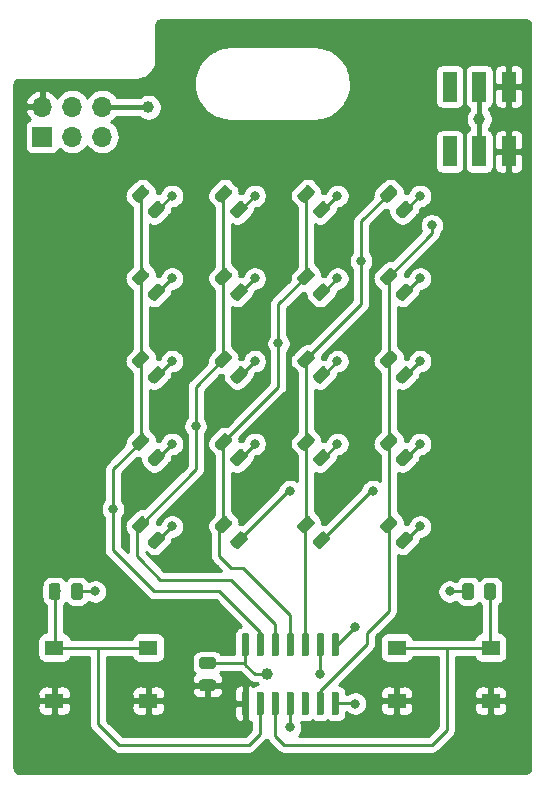
<source format=gtl>
G04 #@! TF.GenerationSoftware,KiCad,Pcbnew,5.1.4-e60b266~84~ubuntu19.04.1*
G04 #@! TF.CreationDate,2019-10-10T20:23:52-06:00*
G04 #@! TF.ProjectId,Christmas Card,43687269-7374-46d6-9173-20436172642e,rev?*
G04 #@! TF.SameCoordinates,Original*
G04 #@! TF.FileFunction,Copper,L1,Top*
G04 #@! TF.FilePolarity,Positive*
%FSLAX46Y46*%
G04 Gerber Fmt 4.6, Leading zero omitted, Abs format (unit mm)*
G04 Created by KiCad (PCBNEW 5.1.4-e60b266~84~ubuntu19.04.1) date 2019-10-10 20:23:52*
%MOMM*%
%LPD*%
G04 APERTURE LIST*
%ADD10C,0.100000*%
%ADD11C,0.975000*%
%ADD12R,1.700000X1.700000*%
%ADD13O,1.700000X1.700000*%
%ADD14R,1.200000X2.500000*%
%ADD15R,1.550000X1.300000*%
%ADD16C,0.600000*%
%ADD17C,1.000000*%
%ADD18C,0.800000*%
%ADD19C,0.400000*%
%ADD20C,0.250000*%
%ADD21C,0.254000*%
G04 APERTURE END LIST*
D10*
G36*
X117480142Y-106451174D02*
G01*
X117503803Y-106454684D01*
X117527007Y-106460496D01*
X117549529Y-106468554D01*
X117571153Y-106478782D01*
X117591670Y-106491079D01*
X117610883Y-106505329D01*
X117628607Y-106521393D01*
X117644671Y-106539117D01*
X117658921Y-106558330D01*
X117671218Y-106578847D01*
X117681446Y-106600471D01*
X117689504Y-106622993D01*
X117695316Y-106646197D01*
X117698826Y-106669858D01*
X117700000Y-106693750D01*
X117700000Y-107181250D01*
X117698826Y-107205142D01*
X117695316Y-107228803D01*
X117689504Y-107252007D01*
X117681446Y-107274529D01*
X117671218Y-107296153D01*
X117658921Y-107316670D01*
X117644671Y-107335883D01*
X117628607Y-107353607D01*
X117610883Y-107369671D01*
X117591670Y-107383921D01*
X117571153Y-107396218D01*
X117549529Y-107406446D01*
X117527007Y-107414504D01*
X117503803Y-107420316D01*
X117480142Y-107423826D01*
X117456250Y-107425000D01*
X116543750Y-107425000D01*
X116519858Y-107423826D01*
X116496197Y-107420316D01*
X116472993Y-107414504D01*
X116450471Y-107406446D01*
X116428847Y-107396218D01*
X116408330Y-107383921D01*
X116389117Y-107369671D01*
X116371393Y-107353607D01*
X116355329Y-107335883D01*
X116341079Y-107316670D01*
X116328782Y-107296153D01*
X116318554Y-107274529D01*
X116310496Y-107252007D01*
X116304684Y-107228803D01*
X116301174Y-107205142D01*
X116300000Y-107181250D01*
X116300000Y-106693750D01*
X116301174Y-106669858D01*
X116304684Y-106646197D01*
X116310496Y-106622993D01*
X116318554Y-106600471D01*
X116328782Y-106578847D01*
X116341079Y-106558330D01*
X116355329Y-106539117D01*
X116371393Y-106521393D01*
X116389117Y-106505329D01*
X116408330Y-106491079D01*
X116428847Y-106478782D01*
X116450471Y-106468554D01*
X116472993Y-106460496D01*
X116496197Y-106454684D01*
X116519858Y-106451174D01*
X116543750Y-106450000D01*
X117456250Y-106450000D01*
X117480142Y-106451174D01*
X117480142Y-106451174D01*
G37*
D11*
X117000000Y-106937500D03*
D10*
G36*
X117480142Y-104576174D02*
G01*
X117503803Y-104579684D01*
X117527007Y-104585496D01*
X117549529Y-104593554D01*
X117571153Y-104603782D01*
X117591670Y-104616079D01*
X117610883Y-104630329D01*
X117628607Y-104646393D01*
X117644671Y-104664117D01*
X117658921Y-104683330D01*
X117671218Y-104703847D01*
X117681446Y-104725471D01*
X117689504Y-104747993D01*
X117695316Y-104771197D01*
X117698826Y-104794858D01*
X117700000Y-104818750D01*
X117700000Y-105306250D01*
X117698826Y-105330142D01*
X117695316Y-105353803D01*
X117689504Y-105377007D01*
X117681446Y-105399529D01*
X117671218Y-105421153D01*
X117658921Y-105441670D01*
X117644671Y-105460883D01*
X117628607Y-105478607D01*
X117610883Y-105494671D01*
X117591670Y-105508921D01*
X117571153Y-105521218D01*
X117549529Y-105531446D01*
X117527007Y-105539504D01*
X117503803Y-105545316D01*
X117480142Y-105548826D01*
X117456250Y-105550000D01*
X116543750Y-105550000D01*
X116519858Y-105548826D01*
X116496197Y-105545316D01*
X116472993Y-105539504D01*
X116450471Y-105531446D01*
X116428847Y-105521218D01*
X116408330Y-105508921D01*
X116389117Y-105494671D01*
X116371393Y-105478607D01*
X116355329Y-105460883D01*
X116341079Y-105441670D01*
X116328782Y-105421153D01*
X116318554Y-105399529D01*
X116310496Y-105377007D01*
X116304684Y-105353803D01*
X116301174Y-105330142D01*
X116300000Y-105306250D01*
X116300000Y-104818750D01*
X116301174Y-104794858D01*
X116304684Y-104771197D01*
X116310496Y-104747993D01*
X116318554Y-104725471D01*
X116328782Y-104703847D01*
X116341079Y-104683330D01*
X116355329Y-104664117D01*
X116371393Y-104646393D01*
X116389117Y-104630329D01*
X116408330Y-104616079D01*
X116428847Y-104603782D01*
X116450471Y-104593554D01*
X116472993Y-104585496D01*
X116496197Y-104579684D01*
X116519858Y-104576174D01*
X116543750Y-104575000D01*
X117456250Y-104575000D01*
X117480142Y-104576174D01*
X117480142Y-104576174D01*
G37*
D11*
X117000000Y-105062500D03*
D12*
X103000000Y-60500000D03*
D13*
X103000000Y-57960000D03*
X105540000Y-60500000D03*
X105540000Y-57960000D03*
X108080000Y-60500000D03*
X108080000Y-57960000D03*
D10*
G36*
X111511239Y-92599536D02*
G01*
X111534900Y-92603046D01*
X111558104Y-92608858D01*
X111580626Y-92616916D01*
X111602250Y-92627144D01*
X111622767Y-92639441D01*
X111641980Y-92653691D01*
X111659704Y-92669755D01*
X112004419Y-93014470D01*
X112020483Y-93032194D01*
X112034733Y-93051407D01*
X112047030Y-93071924D01*
X112057258Y-93093548D01*
X112065316Y-93116070D01*
X112071128Y-93139274D01*
X112074638Y-93162935D01*
X112075812Y-93186827D01*
X112074638Y-93210719D01*
X112071128Y-93234380D01*
X112065316Y-93257584D01*
X112057258Y-93280106D01*
X112047030Y-93301730D01*
X112034733Y-93322247D01*
X112020483Y-93341460D01*
X112004419Y-93359184D01*
X111359184Y-94004419D01*
X111341460Y-94020483D01*
X111322247Y-94034733D01*
X111301730Y-94047030D01*
X111280106Y-94057258D01*
X111257584Y-94065316D01*
X111234380Y-94071128D01*
X111210719Y-94074638D01*
X111186827Y-94075812D01*
X111162935Y-94074638D01*
X111139274Y-94071128D01*
X111116070Y-94065316D01*
X111093548Y-94057258D01*
X111071924Y-94047030D01*
X111051407Y-94034733D01*
X111032194Y-94020483D01*
X111014470Y-94004419D01*
X110669755Y-93659704D01*
X110653691Y-93641980D01*
X110639441Y-93622767D01*
X110627144Y-93602250D01*
X110616916Y-93580626D01*
X110608858Y-93558104D01*
X110603046Y-93534900D01*
X110599536Y-93511239D01*
X110598362Y-93487347D01*
X110599536Y-93463455D01*
X110603046Y-93439794D01*
X110608858Y-93416590D01*
X110616916Y-93394068D01*
X110627144Y-93372444D01*
X110639441Y-93351927D01*
X110653691Y-93332714D01*
X110669755Y-93314990D01*
X111314990Y-92669755D01*
X111332714Y-92653691D01*
X111351927Y-92639441D01*
X111372444Y-92627144D01*
X111394068Y-92616916D01*
X111416590Y-92608858D01*
X111439794Y-92603046D01*
X111463455Y-92599536D01*
X111487347Y-92598362D01*
X111511239Y-92599536D01*
X111511239Y-92599536D01*
G37*
D11*
X111337087Y-93337087D03*
D10*
G36*
X112837065Y-93925362D02*
G01*
X112860726Y-93928872D01*
X112883930Y-93934684D01*
X112906452Y-93942742D01*
X112928076Y-93952970D01*
X112948593Y-93965267D01*
X112967806Y-93979517D01*
X112985530Y-93995581D01*
X113330245Y-94340296D01*
X113346309Y-94358020D01*
X113360559Y-94377233D01*
X113372856Y-94397750D01*
X113383084Y-94419374D01*
X113391142Y-94441896D01*
X113396954Y-94465100D01*
X113400464Y-94488761D01*
X113401638Y-94512653D01*
X113400464Y-94536545D01*
X113396954Y-94560206D01*
X113391142Y-94583410D01*
X113383084Y-94605932D01*
X113372856Y-94627556D01*
X113360559Y-94648073D01*
X113346309Y-94667286D01*
X113330245Y-94685010D01*
X112685010Y-95330245D01*
X112667286Y-95346309D01*
X112648073Y-95360559D01*
X112627556Y-95372856D01*
X112605932Y-95383084D01*
X112583410Y-95391142D01*
X112560206Y-95396954D01*
X112536545Y-95400464D01*
X112512653Y-95401638D01*
X112488761Y-95400464D01*
X112465100Y-95396954D01*
X112441896Y-95391142D01*
X112419374Y-95383084D01*
X112397750Y-95372856D01*
X112377233Y-95360559D01*
X112358020Y-95346309D01*
X112340296Y-95330245D01*
X111995581Y-94985530D01*
X111979517Y-94967806D01*
X111965267Y-94948593D01*
X111952970Y-94928076D01*
X111942742Y-94906452D01*
X111934684Y-94883930D01*
X111928872Y-94860726D01*
X111925362Y-94837065D01*
X111924188Y-94813173D01*
X111925362Y-94789281D01*
X111928872Y-94765620D01*
X111934684Y-94742416D01*
X111942742Y-94719894D01*
X111952970Y-94698270D01*
X111965267Y-94677753D01*
X111979517Y-94658540D01*
X111995581Y-94640816D01*
X112640816Y-93995581D01*
X112658540Y-93979517D01*
X112677753Y-93965267D01*
X112698270Y-93952970D01*
X112719894Y-93942742D01*
X112742416Y-93934684D01*
X112765620Y-93928872D01*
X112789281Y-93925362D01*
X112813173Y-93924188D01*
X112837065Y-93925362D01*
X112837065Y-93925362D01*
G37*
D11*
X112662913Y-94662913D03*
D10*
G36*
X111511239Y-85599536D02*
G01*
X111534900Y-85603046D01*
X111558104Y-85608858D01*
X111580626Y-85616916D01*
X111602250Y-85627144D01*
X111622767Y-85639441D01*
X111641980Y-85653691D01*
X111659704Y-85669755D01*
X112004419Y-86014470D01*
X112020483Y-86032194D01*
X112034733Y-86051407D01*
X112047030Y-86071924D01*
X112057258Y-86093548D01*
X112065316Y-86116070D01*
X112071128Y-86139274D01*
X112074638Y-86162935D01*
X112075812Y-86186827D01*
X112074638Y-86210719D01*
X112071128Y-86234380D01*
X112065316Y-86257584D01*
X112057258Y-86280106D01*
X112047030Y-86301730D01*
X112034733Y-86322247D01*
X112020483Y-86341460D01*
X112004419Y-86359184D01*
X111359184Y-87004419D01*
X111341460Y-87020483D01*
X111322247Y-87034733D01*
X111301730Y-87047030D01*
X111280106Y-87057258D01*
X111257584Y-87065316D01*
X111234380Y-87071128D01*
X111210719Y-87074638D01*
X111186827Y-87075812D01*
X111162935Y-87074638D01*
X111139274Y-87071128D01*
X111116070Y-87065316D01*
X111093548Y-87057258D01*
X111071924Y-87047030D01*
X111051407Y-87034733D01*
X111032194Y-87020483D01*
X111014470Y-87004419D01*
X110669755Y-86659704D01*
X110653691Y-86641980D01*
X110639441Y-86622767D01*
X110627144Y-86602250D01*
X110616916Y-86580626D01*
X110608858Y-86558104D01*
X110603046Y-86534900D01*
X110599536Y-86511239D01*
X110598362Y-86487347D01*
X110599536Y-86463455D01*
X110603046Y-86439794D01*
X110608858Y-86416590D01*
X110616916Y-86394068D01*
X110627144Y-86372444D01*
X110639441Y-86351927D01*
X110653691Y-86332714D01*
X110669755Y-86314990D01*
X111314990Y-85669755D01*
X111332714Y-85653691D01*
X111351927Y-85639441D01*
X111372444Y-85627144D01*
X111394068Y-85616916D01*
X111416590Y-85608858D01*
X111439794Y-85603046D01*
X111463455Y-85599536D01*
X111487347Y-85598362D01*
X111511239Y-85599536D01*
X111511239Y-85599536D01*
G37*
D11*
X111337087Y-86337087D03*
D10*
G36*
X112837065Y-86925362D02*
G01*
X112860726Y-86928872D01*
X112883930Y-86934684D01*
X112906452Y-86942742D01*
X112928076Y-86952970D01*
X112948593Y-86965267D01*
X112967806Y-86979517D01*
X112985530Y-86995581D01*
X113330245Y-87340296D01*
X113346309Y-87358020D01*
X113360559Y-87377233D01*
X113372856Y-87397750D01*
X113383084Y-87419374D01*
X113391142Y-87441896D01*
X113396954Y-87465100D01*
X113400464Y-87488761D01*
X113401638Y-87512653D01*
X113400464Y-87536545D01*
X113396954Y-87560206D01*
X113391142Y-87583410D01*
X113383084Y-87605932D01*
X113372856Y-87627556D01*
X113360559Y-87648073D01*
X113346309Y-87667286D01*
X113330245Y-87685010D01*
X112685010Y-88330245D01*
X112667286Y-88346309D01*
X112648073Y-88360559D01*
X112627556Y-88372856D01*
X112605932Y-88383084D01*
X112583410Y-88391142D01*
X112560206Y-88396954D01*
X112536545Y-88400464D01*
X112512653Y-88401638D01*
X112488761Y-88400464D01*
X112465100Y-88396954D01*
X112441896Y-88391142D01*
X112419374Y-88383084D01*
X112397750Y-88372856D01*
X112377233Y-88360559D01*
X112358020Y-88346309D01*
X112340296Y-88330245D01*
X111995581Y-87985530D01*
X111979517Y-87967806D01*
X111965267Y-87948593D01*
X111952970Y-87928076D01*
X111942742Y-87906452D01*
X111934684Y-87883930D01*
X111928872Y-87860726D01*
X111925362Y-87837065D01*
X111924188Y-87813173D01*
X111925362Y-87789281D01*
X111928872Y-87765620D01*
X111934684Y-87742416D01*
X111942742Y-87719894D01*
X111952970Y-87698270D01*
X111965267Y-87677753D01*
X111979517Y-87658540D01*
X111995581Y-87640816D01*
X112640816Y-86995581D01*
X112658540Y-86979517D01*
X112677753Y-86965267D01*
X112698270Y-86952970D01*
X112719894Y-86942742D01*
X112742416Y-86934684D01*
X112765620Y-86928872D01*
X112789281Y-86925362D01*
X112813173Y-86924188D01*
X112837065Y-86925362D01*
X112837065Y-86925362D01*
G37*
D11*
X112662913Y-87662913D03*
D10*
G36*
X119837065Y-86925362D02*
G01*
X119860726Y-86928872D01*
X119883930Y-86934684D01*
X119906452Y-86942742D01*
X119928076Y-86952970D01*
X119948593Y-86965267D01*
X119967806Y-86979517D01*
X119985530Y-86995581D01*
X120330245Y-87340296D01*
X120346309Y-87358020D01*
X120360559Y-87377233D01*
X120372856Y-87397750D01*
X120383084Y-87419374D01*
X120391142Y-87441896D01*
X120396954Y-87465100D01*
X120400464Y-87488761D01*
X120401638Y-87512653D01*
X120400464Y-87536545D01*
X120396954Y-87560206D01*
X120391142Y-87583410D01*
X120383084Y-87605932D01*
X120372856Y-87627556D01*
X120360559Y-87648073D01*
X120346309Y-87667286D01*
X120330245Y-87685010D01*
X119685010Y-88330245D01*
X119667286Y-88346309D01*
X119648073Y-88360559D01*
X119627556Y-88372856D01*
X119605932Y-88383084D01*
X119583410Y-88391142D01*
X119560206Y-88396954D01*
X119536545Y-88400464D01*
X119512653Y-88401638D01*
X119488761Y-88400464D01*
X119465100Y-88396954D01*
X119441896Y-88391142D01*
X119419374Y-88383084D01*
X119397750Y-88372856D01*
X119377233Y-88360559D01*
X119358020Y-88346309D01*
X119340296Y-88330245D01*
X118995581Y-87985530D01*
X118979517Y-87967806D01*
X118965267Y-87948593D01*
X118952970Y-87928076D01*
X118942742Y-87906452D01*
X118934684Y-87883930D01*
X118928872Y-87860726D01*
X118925362Y-87837065D01*
X118924188Y-87813173D01*
X118925362Y-87789281D01*
X118928872Y-87765620D01*
X118934684Y-87742416D01*
X118942742Y-87719894D01*
X118952970Y-87698270D01*
X118965267Y-87677753D01*
X118979517Y-87658540D01*
X118995581Y-87640816D01*
X119640816Y-86995581D01*
X119658540Y-86979517D01*
X119677753Y-86965267D01*
X119698270Y-86952970D01*
X119719894Y-86942742D01*
X119742416Y-86934684D01*
X119765620Y-86928872D01*
X119789281Y-86925362D01*
X119813173Y-86924188D01*
X119837065Y-86925362D01*
X119837065Y-86925362D01*
G37*
D11*
X119662913Y-87662913D03*
D10*
G36*
X118511239Y-85599536D02*
G01*
X118534900Y-85603046D01*
X118558104Y-85608858D01*
X118580626Y-85616916D01*
X118602250Y-85627144D01*
X118622767Y-85639441D01*
X118641980Y-85653691D01*
X118659704Y-85669755D01*
X119004419Y-86014470D01*
X119020483Y-86032194D01*
X119034733Y-86051407D01*
X119047030Y-86071924D01*
X119057258Y-86093548D01*
X119065316Y-86116070D01*
X119071128Y-86139274D01*
X119074638Y-86162935D01*
X119075812Y-86186827D01*
X119074638Y-86210719D01*
X119071128Y-86234380D01*
X119065316Y-86257584D01*
X119057258Y-86280106D01*
X119047030Y-86301730D01*
X119034733Y-86322247D01*
X119020483Y-86341460D01*
X119004419Y-86359184D01*
X118359184Y-87004419D01*
X118341460Y-87020483D01*
X118322247Y-87034733D01*
X118301730Y-87047030D01*
X118280106Y-87057258D01*
X118257584Y-87065316D01*
X118234380Y-87071128D01*
X118210719Y-87074638D01*
X118186827Y-87075812D01*
X118162935Y-87074638D01*
X118139274Y-87071128D01*
X118116070Y-87065316D01*
X118093548Y-87057258D01*
X118071924Y-87047030D01*
X118051407Y-87034733D01*
X118032194Y-87020483D01*
X118014470Y-87004419D01*
X117669755Y-86659704D01*
X117653691Y-86641980D01*
X117639441Y-86622767D01*
X117627144Y-86602250D01*
X117616916Y-86580626D01*
X117608858Y-86558104D01*
X117603046Y-86534900D01*
X117599536Y-86511239D01*
X117598362Y-86487347D01*
X117599536Y-86463455D01*
X117603046Y-86439794D01*
X117608858Y-86416590D01*
X117616916Y-86394068D01*
X117627144Y-86372444D01*
X117639441Y-86351927D01*
X117653691Y-86332714D01*
X117669755Y-86314990D01*
X118314990Y-85669755D01*
X118332714Y-85653691D01*
X118351927Y-85639441D01*
X118372444Y-85627144D01*
X118394068Y-85616916D01*
X118416590Y-85608858D01*
X118439794Y-85603046D01*
X118463455Y-85599536D01*
X118487347Y-85598362D01*
X118511239Y-85599536D01*
X118511239Y-85599536D01*
G37*
D11*
X118337087Y-86337087D03*
D10*
G36*
X119837065Y-79925362D02*
G01*
X119860726Y-79928872D01*
X119883930Y-79934684D01*
X119906452Y-79942742D01*
X119928076Y-79952970D01*
X119948593Y-79965267D01*
X119967806Y-79979517D01*
X119985530Y-79995581D01*
X120330245Y-80340296D01*
X120346309Y-80358020D01*
X120360559Y-80377233D01*
X120372856Y-80397750D01*
X120383084Y-80419374D01*
X120391142Y-80441896D01*
X120396954Y-80465100D01*
X120400464Y-80488761D01*
X120401638Y-80512653D01*
X120400464Y-80536545D01*
X120396954Y-80560206D01*
X120391142Y-80583410D01*
X120383084Y-80605932D01*
X120372856Y-80627556D01*
X120360559Y-80648073D01*
X120346309Y-80667286D01*
X120330245Y-80685010D01*
X119685010Y-81330245D01*
X119667286Y-81346309D01*
X119648073Y-81360559D01*
X119627556Y-81372856D01*
X119605932Y-81383084D01*
X119583410Y-81391142D01*
X119560206Y-81396954D01*
X119536545Y-81400464D01*
X119512653Y-81401638D01*
X119488761Y-81400464D01*
X119465100Y-81396954D01*
X119441896Y-81391142D01*
X119419374Y-81383084D01*
X119397750Y-81372856D01*
X119377233Y-81360559D01*
X119358020Y-81346309D01*
X119340296Y-81330245D01*
X118995581Y-80985530D01*
X118979517Y-80967806D01*
X118965267Y-80948593D01*
X118952970Y-80928076D01*
X118942742Y-80906452D01*
X118934684Y-80883930D01*
X118928872Y-80860726D01*
X118925362Y-80837065D01*
X118924188Y-80813173D01*
X118925362Y-80789281D01*
X118928872Y-80765620D01*
X118934684Y-80742416D01*
X118942742Y-80719894D01*
X118952970Y-80698270D01*
X118965267Y-80677753D01*
X118979517Y-80658540D01*
X118995581Y-80640816D01*
X119640816Y-79995581D01*
X119658540Y-79979517D01*
X119677753Y-79965267D01*
X119698270Y-79952970D01*
X119719894Y-79942742D01*
X119742416Y-79934684D01*
X119765620Y-79928872D01*
X119789281Y-79925362D01*
X119813173Y-79924188D01*
X119837065Y-79925362D01*
X119837065Y-79925362D01*
G37*
D11*
X119662913Y-80662913D03*
D10*
G36*
X118511239Y-78599536D02*
G01*
X118534900Y-78603046D01*
X118558104Y-78608858D01*
X118580626Y-78616916D01*
X118602250Y-78627144D01*
X118622767Y-78639441D01*
X118641980Y-78653691D01*
X118659704Y-78669755D01*
X119004419Y-79014470D01*
X119020483Y-79032194D01*
X119034733Y-79051407D01*
X119047030Y-79071924D01*
X119057258Y-79093548D01*
X119065316Y-79116070D01*
X119071128Y-79139274D01*
X119074638Y-79162935D01*
X119075812Y-79186827D01*
X119074638Y-79210719D01*
X119071128Y-79234380D01*
X119065316Y-79257584D01*
X119057258Y-79280106D01*
X119047030Y-79301730D01*
X119034733Y-79322247D01*
X119020483Y-79341460D01*
X119004419Y-79359184D01*
X118359184Y-80004419D01*
X118341460Y-80020483D01*
X118322247Y-80034733D01*
X118301730Y-80047030D01*
X118280106Y-80057258D01*
X118257584Y-80065316D01*
X118234380Y-80071128D01*
X118210719Y-80074638D01*
X118186827Y-80075812D01*
X118162935Y-80074638D01*
X118139274Y-80071128D01*
X118116070Y-80065316D01*
X118093548Y-80057258D01*
X118071924Y-80047030D01*
X118051407Y-80034733D01*
X118032194Y-80020483D01*
X118014470Y-80004419D01*
X117669755Y-79659704D01*
X117653691Y-79641980D01*
X117639441Y-79622767D01*
X117627144Y-79602250D01*
X117616916Y-79580626D01*
X117608858Y-79558104D01*
X117603046Y-79534900D01*
X117599536Y-79511239D01*
X117598362Y-79487347D01*
X117599536Y-79463455D01*
X117603046Y-79439794D01*
X117608858Y-79416590D01*
X117616916Y-79394068D01*
X117627144Y-79372444D01*
X117639441Y-79351927D01*
X117653691Y-79332714D01*
X117669755Y-79314990D01*
X118314990Y-78669755D01*
X118332714Y-78653691D01*
X118351927Y-78639441D01*
X118372444Y-78627144D01*
X118394068Y-78616916D01*
X118416590Y-78608858D01*
X118439794Y-78603046D01*
X118463455Y-78599536D01*
X118487347Y-78598362D01*
X118511239Y-78599536D01*
X118511239Y-78599536D01*
G37*
D11*
X118337087Y-79337087D03*
D10*
G36*
X125511239Y-78599536D02*
G01*
X125534900Y-78603046D01*
X125558104Y-78608858D01*
X125580626Y-78616916D01*
X125602250Y-78627144D01*
X125622767Y-78639441D01*
X125641980Y-78653691D01*
X125659704Y-78669755D01*
X126004419Y-79014470D01*
X126020483Y-79032194D01*
X126034733Y-79051407D01*
X126047030Y-79071924D01*
X126057258Y-79093548D01*
X126065316Y-79116070D01*
X126071128Y-79139274D01*
X126074638Y-79162935D01*
X126075812Y-79186827D01*
X126074638Y-79210719D01*
X126071128Y-79234380D01*
X126065316Y-79257584D01*
X126057258Y-79280106D01*
X126047030Y-79301730D01*
X126034733Y-79322247D01*
X126020483Y-79341460D01*
X126004419Y-79359184D01*
X125359184Y-80004419D01*
X125341460Y-80020483D01*
X125322247Y-80034733D01*
X125301730Y-80047030D01*
X125280106Y-80057258D01*
X125257584Y-80065316D01*
X125234380Y-80071128D01*
X125210719Y-80074638D01*
X125186827Y-80075812D01*
X125162935Y-80074638D01*
X125139274Y-80071128D01*
X125116070Y-80065316D01*
X125093548Y-80057258D01*
X125071924Y-80047030D01*
X125051407Y-80034733D01*
X125032194Y-80020483D01*
X125014470Y-80004419D01*
X124669755Y-79659704D01*
X124653691Y-79641980D01*
X124639441Y-79622767D01*
X124627144Y-79602250D01*
X124616916Y-79580626D01*
X124608858Y-79558104D01*
X124603046Y-79534900D01*
X124599536Y-79511239D01*
X124598362Y-79487347D01*
X124599536Y-79463455D01*
X124603046Y-79439794D01*
X124608858Y-79416590D01*
X124616916Y-79394068D01*
X124627144Y-79372444D01*
X124639441Y-79351927D01*
X124653691Y-79332714D01*
X124669755Y-79314990D01*
X125314990Y-78669755D01*
X125332714Y-78653691D01*
X125351927Y-78639441D01*
X125372444Y-78627144D01*
X125394068Y-78616916D01*
X125416590Y-78608858D01*
X125439794Y-78603046D01*
X125463455Y-78599536D01*
X125487347Y-78598362D01*
X125511239Y-78599536D01*
X125511239Y-78599536D01*
G37*
D11*
X125337087Y-79337087D03*
D10*
G36*
X126837065Y-79925362D02*
G01*
X126860726Y-79928872D01*
X126883930Y-79934684D01*
X126906452Y-79942742D01*
X126928076Y-79952970D01*
X126948593Y-79965267D01*
X126967806Y-79979517D01*
X126985530Y-79995581D01*
X127330245Y-80340296D01*
X127346309Y-80358020D01*
X127360559Y-80377233D01*
X127372856Y-80397750D01*
X127383084Y-80419374D01*
X127391142Y-80441896D01*
X127396954Y-80465100D01*
X127400464Y-80488761D01*
X127401638Y-80512653D01*
X127400464Y-80536545D01*
X127396954Y-80560206D01*
X127391142Y-80583410D01*
X127383084Y-80605932D01*
X127372856Y-80627556D01*
X127360559Y-80648073D01*
X127346309Y-80667286D01*
X127330245Y-80685010D01*
X126685010Y-81330245D01*
X126667286Y-81346309D01*
X126648073Y-81360559D01*
X126627556Y-81372856D01*
X126605932Y-81383084D01*
X126583410Y-81391142D01*
X126560206Y-81396954D01*
X126536545Y-81400464D01*
X126512653Y-81401638D01*
X126488761Y-81400464D01*
X126465100Y-81396954D01*
X126441896Y-81391142D01*
X126419374Y-81383084D01*
X126397750Y-81372856D01*
X126377233Y-81360559D01*
X126358020Y-81346309D01*
X126340296Y-81330245D01*
X125995581Y-80985530D01*
X125979517Y-80967806D01*
X125965267Y-80948593D01*
X125952970Y-80928076D01*
X125942742Y-80906452D01*
X125934684Y-80883930D01*
X125928872Y-80860726D01*
X125925362Y-80837065D01*
X125924188Y-80813173D01*
X125925362Y-80789281D01*
X125928872Y-80765620D01*
X125934684Y-80742416D01*
X125942742Y-80719894D01*
X125952970Y-80698270D01*
X125965267Y-80677753D01*
X125979517Y-80658540D01*
X125995581Y-80640816D01*
X126640816Y-79995581D01*
X126658540Y-79979517D01*
X126677753Y-79965267D01*
X126698270Y-79952970D01*
X126719894Y-79942742D01*
X126742416Y-79934684D01*
X126765620Y-79928872D01*
X126789281Y-79925362D01*
X126813173Y-79924188D01*
X126837065Y-79925362D01*
X126837065Y-79925362D01*
G37*
D11*
X126662913Y-80662913D03*
D10*
G36*
X126837065Y-72925362D02*
G01*
X126860726Y-72928872D01*
X126883930Y-72934684D01*
X126906452Y-72942742D01*
X126928076Y-72952970D01*
X126948593Y-72965267D01*
X126967806Y-72979517D01*
X126985530Y-72995581D01*
X127330245Y-73340296D01*
X127346309Y-73358020D01*
X127360559Y-73377233D01*
X127372856Y-73397750D01*
X127383084Y-73419374D01*
X127391142Y-73441896D01*
X127396954Y-73465100D01*
X127400464Y-73488761D01*
X127401638Y-73512653D01*
X127400464Y-73536545D01*
X127396954Y-73560206D01*
X127391142Y-73583410D01*
X127383084Y-73605932D01*
X127372856Y-73627556D01*
X127360559Y-73648073D01*
X127346309Y-73667286D01*
X127330245Y-73685010D01*
X126685010Y-74330245D01*
X126667286Y-74346309D01*
X126648073Y-74360559D01*
X126627556Y-74372856D01*
X126605932Y-74383084D01*
X126583410Y-74391142D01*
X126560206Y-74396954D01*
X126536545Y-74400464D01*
X126512653Y-74401638D01*
X126488761Y-74400464D01*
X126465100Y-74396954D01*
X126441896Y-74391142D01*
X126419374Y-74383084D01*
X126397750Y-74372856D01*
X126377233Y-74360559D01*
X126358020Y-74346309D01*
X126340296Y-74330245D01*
X125995581Y-73985530D01*
X125979517Y-73967806D01*
X125965267Y-73948593D01*
X125952970Y-73928076D01*
X125942742Y-73906452D01*
X125934684Y-73883930D01*
X125928872Y-73860726D01*
X125925362Y-73837065D01*
X125924188Y-73813173D01*
X125925362Y-73789281D01*
X125928872Y-73765620D01*
X125934684Y-73742416D01*
X125942742Y-73719894D01*
X125952970Y-73698270D01*
X125965267Y-73677753D01*
X125979517Y-73658540D01*
X125995581Y-73640816D01*
X126640816Y-72995581D01*
X126658540Y-72979517D01*
X126677753Y-72965267D01*
X126698270Y-72952970D01*
X126719894Y-72942742D01*
X126742416Y-72934684D01*
X126765620Y-72928872D01*
X126789281Y-72925362D01*
X126813173Y-72924188D01*
X126837065Y-72925362D01*
X126837065Y-72925362D01*
G37*
D11*
X126662913Y-73662913D03*
D10*
G36*
X125511239Y-71599536D02*
G01*
X125534900Y-71603046D01*
X125558104Y-71608858D01*
X125580626Y-71616916D01*
X125602250Y-71627144D01*
X125622767Y-71639441D01*
X125641980Y-71653691D01*
X125659704Y-71669755D01*
X126004419Y-72014470D01*
X126020483Y-72032194D01*
X126034733Y-72051407D01*
X126047030Y-72071924D01*
X126057258Y-72093548D01*
X126065316Y-72116070D01*
X126071128Y-72139274D01*
X126074638Y-72162935D01*
X126075812Y-72186827D01*
X126074638Y-72210719D01*
X126071128Y-72234380D01*
X126065316Y-72257584D01*
X126057258Y-72280106D01*
X126047030Y-72301730D01*
X126034733Y-72322247D01*
X126020483Y-72341460D01*
X126004419Y-72359184D01*
X125359184Y-73004419D01*
X125341460Y-73020483D01*
X125322247Y-73034733D01*
X125301730Y-73047030D01*
X125280106Y-73057258D01*
X125257584Y-73065316D01*
X125234380Y-73071128D01*
X125210719Y-73074638D01*
X125186827Y-73075812D01*
X125162935Y-73074638D01*
X125139274Y-73071128D01*
X125116070Y-73065316D01*
X125093548Y-73057258D01*
X125071924Y-73047030D01*
X125051407Y-73034733D01*
X125032194Y-73020483D01*
X125014470Y-73004419D01*
X124669755Y-72659704D01*
X124653691Y-72641980D01*
X124639441Y-72622767D01*
X124627144Y-72602250D01*
X124616916Y-72580626D01*
X124608858Y-72558104D01*
X124603046Y-72534900D01*
X124599536Y-72511239D01*
X124598362Y-72487347D01*
X124599536Y-72463455D01*
X124603046Y-72439794D01*
X124608858Y-72416590D01*
X124616916Y-72394068D01*
X124627144Y-72372444D01*
X124639441Y-72351927D01*
X124653691Y-72332714D01*
X124669755Y-72314990D01*
X125314990Y-71669755D01*
X125332714Y-71653691D01*
X125351927Y-71639441D01*
X125372444Y-71627144D01*
X125394068Y-71616916D01*
X125416590Y-71608858D01*
X125439794Y-71603046D01*
X125463455Y-71599536D01*
X125487347Y-71598362D01*
X125511239Y-71599536D01*
X125511239Y-71599536D01*
G37*
D11*
X125337087Y-72337087D03*
D10*
G36*
X132511239Y-71599536D02*
G01*
X132534900Y-71603046D01*
X132558104Y-71608858D01*
X132580626Y-71616916D01*
X132602250Y-71627144D01*
X132622767Y-71639441D01*
X132641980Y-71653691D01*
X132659704Y-71669755D01*
X133004419Y-72014470D01*
X133020483Y-72032194D01*
X133034733Y-72051407D01*
X133047030Y-72071924D01*
X133057258Y-72093548D01*
X133065316Y-72116070D01*
X133071128Y-72139274D01*
X133074638Y-72162935D01*
X133075812Y-72186827D01*
X133074638Y-72210719D01*
X133071128Y-72234380D01*
X133065316Y-72257584D01*
X133057258Y-72280106D01*
X133047030Y-72301730D01*
X133034733Y-72322247D01*
X133020483Y-72341460D01*
X133004419Y-72359184D01*
X132359184Y-73004419D01*
X132341460Y-73020483D01*
X132322247Y-73034733D01*
X132301730Y-73047030D01*
X132280106Y-73057258D01*
X132257584Y-73065316D01*
X132234380Y-73071128D01*
X132210719Y-73074638D01*
X132186827Y-73075812D01*
X132162935Y-73074638D01*
X132139274Y-73071128D01*
X132116070Y-73065316D01*
X132093548Y-73057258D01*
X132071924Y-73047030D01*
X132051407Y-73034733D01*
X132032194Y-73020483D01*
X132014470Y-73004419D01*
X131669755Y-72659704D01*
X131653691Y-72641980D01*
X131639441Y-72622767D01*
X131627144Y-72602250D01*
X131616916Y-72580626D01*
X131608858Y-72558104D01*
X131603046Y-72534900D01*
X131599536Y-72511239D01*
X131598362Y-72487347D01*
X131599536Y-72463455D01*
X131603046Y-72439794D01*
X131608858Y-72416590D01*
X131616916Y-72394068D01*
X131627144Y-72372444D01*
X131639441Y-72351927D01*
X131653691Y-72332714D01*
X131669755Y-72314990D01*
X132314990Y-71669755D01*
X132332714Y-71653691D01*
X132351927Y-71639441D01*
X132372444Y-71627144D01*
X132394068Y-71616916D01*
X132416590Y-71608858D01*
X132439794Y-71603046D01*
X132463455Y-71599536D01*
X132487347Y-71598362D01*
X132511239Y-71599536D01*
X132511239Y-71599536D01*
G37*
D11*
X132337087Y-72337087D03*
D10*
G36*
X133837065Y-72925362D02*
G01*
X133860726Y-72928872D01*
X133883930Y-72934684D01*
X133906452Y-72942742D01*
X133928076Y-72952970D01*
X133948593Y-72965267D01*
X133967806Y-72979517D01*
X133985530Y-72995581D01*
X134330245Y-73340296D01*
X134346309Y-73358020D01*
X134360559Y-73377233D01*
X134372856Y-73397750D01*
X134383084Y-73419374D01*
X134391142Y-73441896D01*
X134396954Y-73465100D01*
X134400464Y-73488761D01*
X134401638Y-73512653D01*
X134400464Y-73536545D01*
X134396954Y-73560206D01*
X134391142Y-73583410D01*
X134383084Y-73605932D01*
X134372856Y-73627556D01*
X134360559Y-73648073D01*
X134346309Y-73667286D01*
X134330245Y-73685010D01*
X133685010Y-74330245D01*
X133667286Y-74346309D01*
X133648073Y-74360559D01*
X133627556Y-74372856D01*
X133605932Y-74383084D01*
X133583410Y-74391142D01*
X133560206Y-74396954D01*
X133536545Y-74400464D01*
X133512653Y-74401638D01*
X133488761Y-74400464D01*
X133465100Y-74396954D01*
X133441896Y-74391142D01*
X133419374Y-74383084D01*
X133397750Y-74372856D01*
X133377233Y-74360559D01*
X133358020Y-74346309D01*
X133340296Y-74330245D01*
X132995581Y-73985530D01*
X132979517Y-73967806D01*
X132965267Y-73948593D01*
X132952970Y-73928076D01*
X132942742Y-73906452D01*
X132934684Y-73883930D01*
X132928872Y-73860726D01*
X132925362Y-73837065D01*
X132924188Y-73813173D01*
X132925362Y-73789281D01*
X132928872Y-73765620D01*
X132934684Y-73742416D01*
X132942742Y-73719894D01*
X132952970Y-73698270D01*
X132965267Y-73677753D01*
X132979517Y-73658540D01*
X132995581Y-73640816D01*
X133640816Y-72995581D01*
X133658540Y-72979517D01*
X133677753Y-72965267D01*
X133698270Y-72952970D01*
X133719894Y-72942742D01*
X133742416Y-72934684D01*
X133765620Y-72928872D01*
X133789281Y-72925362D01*
X133813173Y-72924188D01*
X133837065Y-72925362D01*
X133837065Y-72925362D01*
G37*
D11*
X133662913Y-73662913D03*
D10*
G36*
X133837065Y-65925362D02*
G01*
X133860726Y-65928872D01*
X133883930Y-65934684D01*
X133906452Y-65942742D01*
X133928076Y-65952970D01*
X133948593Y-65965267D01*
X133967806Y-65979517D01*
X133985530Y-65995581D01*
X134330245Y-66340296D01*
X134346309Y-66358020D01*
X134360559Y-66377233D01*
X134372856Y-66397750D01*
X134383084Y-66419374D01*
X134391142Y-66441896D01*
X134396954Y-66465100D01*
X134400464Y-66488761D01*
X134401638Y-66512653D01*
X134400464Y-66536545D01*
X134396954Y-66560206D01*
X134391142Y-66583410D01*
X134383084Y-66605932D01*
X134372856Y-66627556D01*
X134360559Y-66648073D01*
X134346309Y-66667286D01*
X134330245Y-66685010D01*
X133685010Y-67330245D01*
X133667286Y-67346309D01*
X133648073Y-67360559D01*
X133627556Y-67372856D01*
X133605932Y-67383084D01*
X133583410Y-67391142D01*
X133560206Y-67396954D01*
X133536545Y-67400464D01*
X133512653Y-67401638D01*
X133488761Y-67400464D01*
X133465100Y-67396954D01*
X133441896Y-67391142D01*
X133419374Y-67383084D01*
X133397750Y-67372856D01*
X133377233Y-67360559D01*
X133358020Y-67346309D01*
X133340296Y-67330245D01*
X132995581Y-66985530D01*
X132979517Y-66967806D01*
X132965267Y-66948593D01*
X132952970Y-66928076D01*
X132942742Y-66906452D01*
X132934684Y-66883930D01*
X132928872Y-66860726D01*
X132925362Y-66837065D01*
X132924188Y-66813173D01*
X132925362Y-66789281D01*
X132928872Y-66765620D01*
X132934684Y-66742416D01*
X132942742Y-66719894D01*
X132952970Y-66698270D01*
X132965267Y-66677753D01*
X132979517Y-66658540D01*
X132995581Y-66640816D01*
X133640816Y-65995581D01*
X133658540Y-65979517D01*
X133677753Y-65965267D01*
X133698270Y-65952970D01*
X133719894Y-65942742D01*
X133742416Y-65934684D01*
X133765620Y-65928872D01*
X133789281Y-65925362D01*
X133813173Y-65924188D01*
X133837065Y-65925362D01*
X133837065Y-65925362D01*
G37*
D11*
X133662913Y-66662913D03*
D10*
G36*
X132511239Y-64599536D02*
G01*
X132534900Y-64603046D01*
X132558104Y-64608858D01*
X132580626Y-64616916D01*
X132602250Y-64627144D01*
X132622767Y-64639441D01*
X132641980Y-64653691D01*
X132659704Y-64669755D01*
X133004419Y-65014470D01*
X133020483Y-65032194D01*
X133034733Y-65051407D01*
X133047030Y-65071924D01*
X133057258Y-65093548D01*
X133065316Y-65116070D01*
X133071128Y-65139274D01*
X133074638Y-65162935D01*
X133075812Y-65186827D01*
X133074638Y-65210719D01*
X133071128Y-65234380D01*
X133065316Y-65257584D01*
X133057258Y-65280106D01*
X133047030Y-65301730D01*
X133034733Y-65322247D01*
X133020483Y-65341460D01*
X133004419Y-65359184D01*
X132359184Y-66004419D01*
X132341460Y-66020483D01*
X132322247Y-66034733D01*
X132301730Y-66047030D01*
X132280106Y-66057258D01*
X132257584Y-66065316D01*
X132234380Y-66071128D01*
X132210719Y-66074638D01*
X132186827Y-66075812D01*
X132162935Y-66074638D01*
X132139274Y-66071128D01*
X132116070Y-66065316D01*
X132093548Y-66057258D01*
X132071924Y-66047030D01*
X132051407Y-66034733D01*
X132032194Y-66020483D01*
X132014470Y-66004419D01*
X131669755Y-65659704D01*
X131653691Y-65641980D01*
X131639441Y-65622767D01*
X131627144Y-65602250D01*
X131616916Y-65580626D01*
X131608858Y-65558104D01*
X131603046Y-65534900D01*
X131599536Y-65511239D01*
X131598362Y-65487347D01*
X131599536Y-65463455D01*
X131603046Y-65439794D01*
X131608858Y-65416590D01*
X131616916Y-65394068D01*
X131627144Y-65372444D01*
X131639441Y-65351927D01*
X131653691Y-65332714D01*
X131669755Y-65314990D01*
X132314990Y-64669755D01*
X132332714Y-64653691D01*
X132351927Y-64639441D01*
X132372444Y-64627144D01*
X132394068Y-64616916D01*
X132416590Y-64608858D01*
X132439794Y-64603046D01*
X132463455Y-64599536D01*
X132487347Y-64598362D01*
X132511239Y-64599536D01*
X132511239Y-64599536D01*
G37*
D11*
X132337087Y-65337087D03*
D10*
G36*
X119837065Y-93925362D02*
G01*
X119860726Y-93928872D01*
X119883930Y-93934684D01*
X119906452Y-93942742D01*
X119928076Y-93952970D01*
X119948593Y-93965267D01*
X119967806Y-93979517D01*
X119985530Y-93995581D01*
X120330245Y-94340296D01*
X120346309Y-94358020D01*
X120360559Y-94377233D01*
X120372856Y-94397750D01*
X120383084Y-94419374D01*
X120391142Y-94441896D01*
X120396954Y-94465100D01*
X120400464Y-94488761D01*
X120401638Y-94512653D01*
X120400464Y-94536545D01*
X120396954Y-94560206D01*
X120391142Y-94583410D01*
X120383084Y-94605932D01*
X120372856Y-94627556D01*
X120360559Y-94648073D01*
X120346309Y-94667286D01*
X120330245Y-94685010D01*
X119685010Y-95330245D01*
X119667286Y-95346309D01*
X119648073Y-95360559D01*
X119627556Y-95372856D01*
X119605932Y-95383084D01*
X119583410Y-95391142D01*
X119560206Y-95396954D01*
X119536545Y-95400464D01*
X119512653Y-95401638D01*
X119488761Y-95400464D01*
X119465100Y-95396954D01*
X119441896Y-95391142D01*
X119419374Y-95383084D01*
X119397750Y-95372856D01*
X119377233Y-95360559D01*
X119358020Y-95346309D01*
X119340296Y-95330245D01*
X118995581Y-94985530D01*
X118979517Y-94967806D01*
X118965267Y-94948593D01*
X118952970Y-94928076D01*
X118942742Y-94906452D01*
X118934684Y-94883930D01*
X118928872Y-94860726D01*
X118925362Y-94837065D01*
X118924188Y-94813173D01*
X118925362Y-94789281D01*
X118928872Y-94765620D01*
X118934684Y-94742416D01*
X118942742Y-94719894D01*
X118952970Y-94698270D01*
X118965267Y-94677753D01*
X118979517Y-94658540D01*
X118995581Y-94640816D01*
X119640816Y-93995581D01*
X119658540Y-93979517D01*
X119677753Y-93965267D01*
X119698270Y-93952970D01*
X119719894Y-93942742D01*
X119742416Y-93934684D01*
X119765620Y-93928872D01*
X119789281Y-93925362D01*
X119813173Y-93924188D01*
X119837065Y-93925362D01*
X119837065Y-93925362D01*
G37*
D11*
X119662913Y-94662913D03*
D10*
G36*
X118511239Y-92599536D02*
G01*
X118534900Y-92603046D01*
X118558104Y-92608858D01*
X118580626Y-92616916D01*
X118602250Y-92627144D01*
X118622767Y-92639441D01*
X118641980Y-92653691D01*
X118659704Y-92669755D01*
X119004419Y-93014470D01*
X119020483Y-93032194D01*
X119034733Y-93051407D01*
X119047030Y-93071924D01*
X119057258Y-93093548D01*
X119065316Y-93116070D01*
X119071128Y-93139274D01*
X119074638Y-93162935D01*
X119075812Y-93186827D01*
X119074638Y-93210719D01*
X119071128Y-93234380D01*
X119065316Y-93257584D01*
X119057258Y-93280106D01*
X119047030Y-93301730D01*
X119034733Y-93322247D01*
X119020483Y-93341460D01*
X119004419Y-93359184D01*
X118359184Y-94004419D01*
X118341460Y-94020483D01*
X118322247Y-94034733D01*
X118301730Y-94047030D01*
X118280106Y-94057258D01*
X118257584Y-94065316D01*
X118234380Y-94071128D01*
X118210719Y-94074638D01*
X118186827Y-94075812D01*
X118162935Y-94074638D01*
X118139274Y-94071128D01*
X118116070Y-94065316D01*
X118093548Y-94057258D01*
X118071924Y-94047030D01*
X118051407Y-94034733D01*
X118032194Y-94020483D01*
X118014470Y-94004419D01*
X117669755Y-93659704D01*
X117653691Y-93641980D01*
X117639441Y-93622767D01*
X117627144Y-93602250D01*
X117616916Y-93580626D01*
X117608858Y-93558104D01*
X117603046Y-93534900D01*
X117599536Y-93511239D01*
X117598362Y-93487347D01*
X117599536Y-93463455D01*
X117603046Y-93439794D01*
X117608858Y-93416590D01*
X117616916Y-93394068D01*
X117627144Y-93372444D01*
X117639441Y-93351927D01*
X117653691Y-93332714D01*
X117669755Y-93314990D01*
X118314990Y-92669755D01*
X118332714Y-92653691D01*
X118351927Y-92639441D01*
X118372444Y-92627144D01*
X118394068Y-92616916D01*
X118416590Y-92608858D01*
X118439794Y-92603046D01*
X118463455Y-92599536D01*
X118487347Y-92598362D01*
X118511239Y-92599536D01*
X118511239Y-92599536D01*
G37*
D11*
X118337087Y-93337087D03*
D10*
G36*
X111511239Y-78599536D02*
G01*
X111534900Y-78603046D01*
X111558104Y-78608858D01*
X111580626Y-78616916D01*
X111602250Y-78627144D01*
X111622767Y-78639441D01*
X111641980Y-78653691D01*
X111659704Y-78669755D01*
X112004419Y-79014470D01*
X112020483Y-79032194D01*
X112034733Y-79051407D01*
X112047030Y-79071924D01*
X112057258Y-79093548D01*
X112065316Y-79116070D01*
X112071128Y-79139274D01*
X112074638Y-79162935D01*
X112075812Y-79186827D01*
X112074638Y-79210719D01*
X112071128Y-79234380D01*
X112065316Y-79257584D01*
X112057258Y-79280106D01*
X112047030Y-79301730D01*
X112034733Y-79322247D01*
X112020483Y-79341460D01*
X112004419Y-79359184D01*
X111359184Y-80004419D01*
X111341460Y-80020483D01*
X111322247Y-80034733D01*
X111301730Y-80047030D01*
X111280106Y-80057258D01*
X111257584Y-80065316D01*
X111234380Y-80071128D01*
X111210719Y-80074638D01*
X111186827Y-80075812D01*
X111162935Y-80074638D01*
X111139274Y-80071128D01*
X111116070Y-80065316D01*
X111093548Y-80057258D01*
X111071924Y-80047030D01*
X111051407Y-80034733D01*
X111032194Y-80020483D01*
X111014470Y-80004419D01*
X110669755Y-79659704D01*
X110653691Y-79641980D01*
X110639441Y-79622767D01*
X110627144Y-79602250D01*
X110616916Y-79580626D01*
X110608858Y-79558104D01*
X110603046Y-79534900D01*
X110599536Y-79511239D01*
X110598362Y-79487347D01*
X110599536Y-79463455D01*
X110603046Y-79439794D01*
X110608858Y-79416590D01*
X110616916Y-79394068D01*
X110627144Y-79372444D01*
X110639441Y-79351927D01*
X110653691Y-79332714D01*
X110669755Y-79314990D01*
X111314990Y-78669755D01*
X111332714Y-78653691D01*
X111351927Y-78639441D01*
X111372444Y-78627144D01*
X111394068Y-78616916D01*
X111416590Y-78608858D01*
X111439794Y-78603046D01*
X111463455Y-78599536D01*
X111487347Y-78598362D01*
X111511239Y-78599536D01*
X111511239Y-78599536D01*
G37*
D11*
X111337087Y-79337087D03*
D10*
G36*
X112837065Y-79925362D02*
G01*
X112860726Y-79928872D01*
X112883930Y-79934684D01*
X112906452Y-79942742D01*
X112928076Y-79952970D01*
X112948593Y-79965267D01*
X112967806Y-79979517D01*
X112985530Y-79995581D01*
X113330245Y-80340296D01*
X113346309Y-80358020D01*
X113360559Y-80377233D01*
X113372856Y-80397750D01*
X113383084Y-80419374D01*
X113391142Y-80441896D01*
X113396954Y-80465100D01*
X113400464Y-80488761D01*
X113401638Y-80512653D01*
X113400464Y-80536545D01*
X113396954Y-80560206D01*
X113391142Y-80583410D01*
X113383084Y-80605932D01*
X113372856Y-80627556D01*
X113360559Y-80648073D01*
X113346309Y-80667286D01*
X113330245Y-80685010D01*
X112685010Y-81330245D01*
X112667286Y-81346309D01*
X112648073Y-81360559D01*
X112627556Y-81372856D01*
X112605932Y-81383084D01*
X112583410Y-81391142D01*
X112560206Y-81396954D01*
X112536545Y-81400464D01*
X112512653Y-81401638D01*
X112488761Y-81400464D01*
X112465100Y-81396954D01*
X112441896Y-81391142D01*
X112419374Y-81383084D01*
X112397750Y-81372856D01*
X112377233Y-81360559D01*
X112358020Y-81346309D01*
X112340296Y-81330245D01*
X111995581Y-80985530D01*
X111979517Y-80967806D01*
X111965267Y-80948593D01*
X111952970Y-80928076D01*
X111942742Y-80906452D01*
X111934684Y-80883930D01*
X111928872Y-80860726D01*
X111925362Y-80837065D01*
X111924188Y-80813173D01*
X111925362Y-80789281D01*
X111928872Y-80765620D01*
X111934684Y-80742416D01*
X111942742Y-80719894D01*
X111952970Y-80698270D01*
X111965267Y-80677753D01*
X111979517Y-80658540D01*
X111995581Y-80640816D01*
X112640816Y-79995581D01*
X112658540Y-79979517D01*
X112677753Y-79965267D01*
X112698270Y-79952970D01*
X112719894Y-79942742D01*
X112742416Y-79934684D01*
X112765620Y-79928872D01*
X112789281Y-79925362D01*
X112813173Y-79924188D01*
X112837065Y-79925362D01*
X112837065Y-79925362D01*
G37*
D11*
X112662913Y-80662913D03*
D10*
G36*
X125511239Y-85599536D02*
G01*
X125534900Y-85603046D01*
X125558104Y-85608858D01*
X125580626Y-85616916D01*
X125602250Y-85627144D01*
X125622767Y-85639441D01*
X125641980Y-85653691D01*
X125659704Y-85669755D01*
X126004419Y-86014470D01*
X126020483Y-86032194D01*
X126034733Y-86051407D01*
X126047030Y-86071924D01*
X126057258Y-86093548D01*
X126065316Y-86116070D01*
X126071128Y-86139274D01*
X126074638Y-86162935D01*
X126075812Y-86186827D01*
X126074638Y-86210719D01*
X126071128Y-86234380D01*
X126065316Y-86257584D01*
X126057258Y-86280106D01*
X126047030Y-86301730D01*
X126034733Y-86322247D01*
X126020483Y-86341460D01*
X126004419Y-86359184D01*
X125359184Y-87004419D01*
X125341460Y-87020483D01*
X125322247Y-87034733D01*
X125301730Y-87047030D01*
X125280106Y-87057258D01*
X125257584Y-87065316D01*
X125234380Y-87071128D01*
X125210719Y-87074638D01*
X125186827Y-87075812D01*
X125162935Y-87074638D01*
X125139274Y-87071128D01*
X125116070Y-87065316D01*
X125093548Y-87057258D01*
X125071924Y-87047030D01*
X125051407Y-87034733D01*
X125032194Y-87020483D01*
X125014470Y-87004419D01*
X124669755Y-86659704D01*
X124653691Y-86641980D01*
X124639441Y-86622767D01*
X124627144Y-86602250D01*
X124616916Y-86580626D01*
X124608858Y-86558104D01*
X124603046Y-86534900D01*
X124599536Y-86511239D01*
X124598362Y-86487347D01*
X124599536Y-86463455D01*
X124603046Y-86439794D01*
X124608858Y-86416590D01*
X124616916Y-86394068D01*
X124627144Y-86372444D01*
X124639441Y-86351927D01*
X124653691Y-86332714D01*
X124669755Y-86314990D01*
X125314990Y-85669755D01*
X125332714Y-85653691D01*
X125351927Y-85639441D01*
X125372444Y-85627144D01*
X125394068Y-85616916D01*
X125416590Y-85608858D01*
X125439794Y-85603046D01*
X125463455Y-85599536D01*
X125487347Y-85598362D01*
X125511239Y-85599536D01*
X125511239Y-85599536D01*
G37*
D11*
X125337087Y-86337087D03*
D10*
G36*
X126837065Y-86925362D02*
G01*
X126860726Y-86928872D01*
X126883930Y-86934684D01*
X126906452Y-86942742D01*
X126928076Y-86952970D01*
X126948593Y-86965267D01*
X126967806Y-86979517D01*
X126985530Y-86995581D01*
X127330245Y-87340296D01*
X127346309Y-87358020D01*
X127360559Y-87377233D01*
X127372856Y-87397750D01*
X127383084Y-87419374D01*
X127391142Y-87441896D01*
X127396954Y-87465100D01*
X127400464Y-87488761D01*
X127401638Y-87512653D01*
X127400464Y-87536545D01*
X127396954Y-87560206D01*
X127391142Y-87583410D01*
X127383084Y-87605932D01*
X127372856Y-87627556D01*
X127360559Y-87648073D01*
X127346309Y-87667286D01*
X127330245Y-87685010D01*
X126685010Y-88330245D01*
X126667286Y-88346309D01*
X126648073Y-88360559D01*
X126627556Y-88372856D01*
X126605932Y-88383084D01*
X126583410Y-88391142D01*
X126560206Y-88396954D01*
X126536545Y-88400464D01*
X126512653Y-88401638D01*
X126488761Y-88400464D01*
X126465100Y-88396954D01*
X126441896Y-88391142D01*
X126419374Y-88383084D01*
X126397750Y-88372856D01*
X126377233Y-88360559D01*
X126358020Y-88346309D01*
X126340296Y-88330245D01*
X125995581Y-87985530D01*
X125979517Y-87967806D01*
X125965267Y-87948593D01*
X125952970Y-87928076D01*
X125942742Y-87906452D01*
X125934684Y-87883930D01*
X125928872Y-87860726D01*
X125925362Y-87837065D01*
X125924188Y-87813173D01*
X125925362Y-87789281D01*
X125928872Y-87765620D01*
X125934684Y-87742416D01*
X125942742Y-87719894D01*
X125952970Y-87698270D01*
X125965267Y-87677753D01*
X125979517Y-87658540D01*
X125995581Y-87640816D01*
X126640816Y-86995581D01*
X126658540Y-86979517D01*
X126677753Y-86965267D01*
X126698270Y-86952970D01*
X126719894Y-86942742D01*
X126742416Y-86934684D01*
X126765620Y-86928872D01*
X126789281Y-86925362D01*
X126813173Y-86924188D01*
X126837065Y-86925362D01*
X126837065Y-86925362D01*
G37*
D11*
X126662913Y-87662913D03*
D10*
G36*
X118511239Y-71599536D02*
G01*
X118534900Y-71603046D01*
X118558104Y-71608858D01*
X118580626Y-71616916D01*
X118602250Y-71627144D01*
X118622767Y-71639441D01*
X118641980Y-71653691D01*
X118659704Y-71669755D01*
X119004419Y-72014470D01*
X119020483Y-72032194D01*
X119034733Y-72051407D01*
X119047030Y-72071924D01*
X119057258Y-72093548D01*
X119065316Y-72116070D01*
X119071128Y-72139274D01*
X119074638Y-72162935D01*
X119075812Y-72186827D01*
X119074638Y-72210719D01*
X119071128Y-72234380D01*
X119065316Y-72257584D01*
X119057258Y-72280106D01*
X119047030Y-72301730D01*
X119034733Y-72322247D01*
X119020483Y-72341460D01*
X119004419Y-72359184D01*
X118359184Y-73004419D01*
X118341460Y-73020483D01*
X118322247Y-73034733D01*
X118301730Y-73047030D01*
X118280106Y-73057258D01*
X118257584Y-73065316D01*
X118234380Y-73071128D01*
X118210719Y-73074638D01*
X118186827Y-73075812D01*
X118162935Y-73074638D01*
X118139274Y-73071128D01*
X118116070Y-73065316D01*
X118093548Y-73057258D01*
X118071924Y-73047030D01*
X118051407Y-73034733D01*
X118032194Y-73020483D01*
X118014470Y-73004419D01*
X117669755Y-72659704D01*
X117653691Y-72641980D01*
X117639441Y-72622767D01*
X117627144Y-72602250D01*
X117616916Y-72580626D01*
X117608858Y-72558104D01*
X117603046Y-72534900D01*
X117599536Y-72511239D01*
X117598362Y-72487347D01*
X117599536Y-72463455D01*
X117603046Y-72439794D01*
X117608858Y-72416590D01*
X117616916Y-72394068D01*
X117627144Y-72372444D01*
X117639441Y-72351927D01*
X117653691Y-72332714D01*
X117669755Y-72314990D01*
X118314990Y-71669755D01*
X118332714Y-71653691D01*
X118351927Y-71639441D01*
X118372444Y-71627144D01*
X118394068Y-71616916D01*
X118416590Y-71608858D01*
X118439794Y-71603046D01*
X118463455Y-71599536D01*
X118487347Y-71598362D01*
X118511239Y-71599536D01*
X118511239Y-71599536D01*
G37*
D11*
X118337087Y-72337087D03*
D10*
G36*
X119837065Y-72925362D02*
G01*
X119860726Y-72928872D01*
X119883930Y-72934684D01*
X119906452Y-72942742D01*
X119928076Y-72952970D01*
X119948593Y-72965267D01*
X119967806Y-72979517D01*
X119985530Y-72995581D01*
X120330245Y-73340296D01*
X120346309Y-73358020D01*
X120360559Y-73377233D01*
X120372856Y-73397750D01*
X120383084Y-73419374D01*
X120391142Y-73441896D01*
X120396954Y-73465100D01*
X120400464Y-73488761D01*
X120401638Y-73512653D01*
X120400464Y-73536545D01*
X120396954Y-73560206D01*
X120391142Y-73583410D01*
X120383084Y-73605932D01*
X120372856Y-73627556D01*
X120360559Y-73648073D01*
X120346309Y-73667286D01*
X120330245Y-73685010D01*
X119685010Y-74330245D01*
X119667286Y-74346309D01*
X119648073Y-74360559D01*
X119627556Y-74372856D01*
X119605932Y-74383084D01*
X119583410Y-74391142D01*
X119560206Y-74396954D01*
X119536545Y-74400464D01*
X119512653Y-74401638D01*
X119488761Y-74400464D01*
X119465100Y-74396954D01*
X119441896Y-74391142D01*
X119419374Y-74383084D01*
X119397750Y-74372856D01*
X119377233Y-74360559D01*
X119358020Y-74346309D01*
X119340296Y-74330245D01*
X118995581Y-73985530D01*
X118979517Y-73967806D01*
X118965267Y-73948593D01*
X118952970Y-73928076D01*
X118942742Y-73906452D01*
X118934684Y-73883930D01*
X118928872Y-73860726D01*
X118925362Y-73837065D01*
X118924188Y-73813173D01*
X118925362Y-73789281D01*
X118928872Y-73765620D01*
X118934684Y-73742416D01*
X118942742Y-73719894D01*
X118952970Y-73698270D01*
X118965267Y-73677753D01*
X118979517Y-73658540D01*
X118995581Y-73640816D01*
X119640816Y-72995581D01*
X119658540Y-72979517D01*
X119677753Y-72965267D01*
X119698270Y-72952970D01*
X119719894Y-72942742D01*
X119742416Y-72934684D01*
X119765620Y-72928872D01*
X119789281Y-72925362D01*
X119813173Y-72924188D01*
X119837065Y-72925362D01*
X119837065Y-72925362D01*
G37*
D11*
X119662913Y-73662913D03*
D10*
G36*
X133837065Y-79925362D02*
G01*
X133860726Y-79928872D01*
X133883930Y-79934684D01*
X133906452Y-79942742D01*
X133928076Y-79952970D01*
X133948593Y-79965267D01*
X133967806Y-79979517D01*
X133985530Y-79995581D01*
X134330245Y-80340296D01*
X134346309Y-80358020D01*
X134360559Y-80377233D01*
X134372856Y-80397750D01*
X134383084Y-80419374D01*
X134391142Y-80441896D01*
X134396954Y-80465100D01*
X134400464Y-80488761D01*
X134401638Y-80512653D01*
X134400464Y-80536545D01*
X134396954Y-80560206D01*
X134391142Y-80583410D01*
X134383084Y-80605932D01*
X134372856Y-80627556D01*
X134360559Y-80648073D01*
X134346309Y-80667286D01*
X134330245Y-80685010D01*
X133685010Y-81330245D01*
X133667286Y-81346309D01*
X133648073Y-81360559D01*
X133627556Y-81372856D01*
X133605932Y-81383084D01*
X133583410Y-81391142D01*
X133560206Y-81396954D01*
X133536545Y-81400464D01*
X133512653Y-81401638D01*
X133488761Y-81400464D01*
X133465100Y-81396954D01*
X133441896Y-81391142D01*
X133419374Y-81383084D01*
X133397750Y-81372856D01*
X133377233Y-81360559D01*
X133358020Y-81346309D01*
X133340296Y-81330245D01*
X132995581Y-80985530D01*
X132979517Y-80967806D01*
X132965267Y-80948593D01*
X132952970Y-80928076D01*
X132942742Y-80906452D01*
X132934684Y-80883930D01*
X132928872Y-80860726D01*
X132925362Y-80837065D01*
X132924188Y-80813173D01*
X132925362Y-80789281D01*
X132928872Y-80765620D01*
X132934684Y-80742416D01*
X132942742Y-80719894D01*
X132952970Y-80698270D01*
X132965267Y-80677753D01*
X132979517Y-80658540D01*
X132995581Y-80640816D01*
X133640816Y-79995581D01*
X133658540Y-79979517D01*
X133677753Y-79965267D01*
X133698270Y-79952970D01*
X133719894Y-79942742D01*
X133742416Y-79934684D01*
X133765620Y-79928872D01*
X133789281Y-79925362D01*
X133813173Y-79924188D01*
X133837065Y-79925362D01*
X133837065Y-79925362D01*
G37*
D11*
X133662913Y-80662913D03*
D10*
G36*
X132511239Y-78599536D02*
G01*
X132534900Y-78603046D01*
X132558104Y-78608858D01*
X132580626Y-78616916D01*
X132602250Y-78627144D01*
X132622767Y-78639441D01*
X132641980Y-78653691D01*
X132659704Y-78669755D01*
X133004419Y-79014470D01*
X133020483Y-79032194D01*
X133034733Y-79051407D01*
X133047030Y-79071924D01*
X133057258Y-79093548D01*
X133065316Y-79116070D01*
X133071128Y-79139274D01*
X133074638Y-79162935D01*
X133075812Y-79186827D01*
X133074638Y-79210719D01*
X133071128Y-79234380D01*
X133065316Y-79257584D01*
X133057258Y-79280106D01*
X133047030Y-79301730D01*
X133034733Y-79322247D01*
X133020483Y-79341460D01*
X133004419Y-79359184D01*
X132359184Y-80004419D01*
X132341460Y-80020483D01*
X132322247Y-80034733D01*
X132301730Y-80047030D01*
X132280106Y-80057258D01*
X132257584Y-80065316D01*
X132234380Y-80071128D01*
X132210719Y-80074638D01*
X132186827Y-80075812D01*
X132162935Y-80074638D01*
X132139274Y-80071128D01*
X132116070Y-80065316D01*
X132093548Y-80057258D01*
X132071924Y-80047030D01*
X132051407Y-80034733D01*
X132032194Y-80020483D01*
X132014470Y-80004419D01*
X131669755Y-79659704D01*
X131653691Y-79641980D01*
X131639441Y-79622767D01*
X131627144Y-79602250D01*
X131616916Y-79580626D01*
X131608858Y-79558104D01*
X131603046Y-79534900D01*
X131599536Y-79511239D01*
X131598362Y-79487347D01*
X131599536Y-79463455D01*
X131603046Y-79439794D01*
X131608858Y-79416590D01*
X131616916Y-79394068D01*
X131627144Y-79372444D01*
X131639441Y-79351927D01*
X131653691Y-79332714D01*
X131669755Y-79314990D01*
X132314990Y-78669755D01*
X132332714Y-78653691D01*
X132351927Y-78639441D01*
X132372444Y-78627144D01*
X132394068Y-78616916D01*
X132416590Y-78608858D01*
X132439794Y-78603046D01*
X132463455Y-78599536D01*
X132487347Y-78598362D01*
X132511239Y-78599536D01*
X132511239Y-78599536D01*
G37*
D11*
X132337087Y-79337087D03*
D10*
G36*
X125511239Y-64599536D02*
G01*
X125534900Y-64603046D01*
X125558104Y-64608858D01*
X125580626Y-64616916D01*
X125602250Y-64627144D01*
X125622767Y-64639441D01*
X125641980Y-64653691D01*
X125659704Y-64669755D01*
X126004419Y-65014470D01*
X126020483Y-65032194D01*
X126034733Y-65051407D01*
X126047030Y-65071924D01*
X126057258Y-65093548D01*
X126065316Y-65116070D01*
X126071128Y-65139274D01*
X126074638Y-65162935D01*
X126075812Y-65186827D01*
X126074638Y-65210719D01*
X126071128Y-65234380D01*
X126065316Y-65257584D01*
X126057258Y-65280106D01*
X126047030Y-65301730D01*
X126034733Y-65322247D01*
X126020483Y-65341460D01*
X126004419Y-65359184D01*
X125359184Y-66004419D01*
X125341460Y-66020483D01*
X125322247Y-66034733D01*
X125301730Y-66047030D01*
X125280106Y-66057258D01*
X125257584Y-66065316D01*
X125234380Y-66071128D01*
X125210719Y-66074638D01*
X125186827Y-66075812D01*
X125162935Y-66074638D01*
X125139274Y-66071128D01*
X125116070Y-66065316D01*
X125093548Y-66057258D01*
X125071924Y-66047030D01*
X125051407Y-66034733D01*
X125032194Y-66020483D01*
X125014470Y-66004419D01*
X124669755Y-65659704D01*
X124653691Y-65641980D01*
X124639441Y-65622767D01*
X124627144Y-65602250D01*
X124616916Y-65580626D01*
X124608858Y-65558104D01*
X124603046Y-65534900D01*
X124599536Y-65511239D01*
X124598362Y-65487347D01*
X124599536Y-65463455D01*
X124603046Y-65439794D01*
X124608858Y-65416590D01*
X124616916Y-65394068D01*
X124627144Y-65372444D01*
X124639441Y-65351927D01*
X124653691Y-65332714D01*
X124669755Y-65314990D01*
X125314990Y-64669755D01*
X125332714Y-64653691D01*
X125351927Y-64639441D01*
X125372444Y-64627144D01*
X125394068Y-64616916D01*
X125416590Y-64608858D01*
X125439794Y-64603046D01*
X125463455Y-64599536D01*
X125487347Y-64598362D01*
X125511239Y-64599536D01*
X125511239Y-64599536D01*
G37*
D11*
X125337087Y-65337087D03*
D10*
G36*
X126837065Y-65925362D02*
G01*
X126860726Y-65928872D01*
X126883930Y-65934684D01*
X126906452Y-65942742D01*
X126928076Y-65952970D01*
X126948593Y-65965267D01*
X126967806Y-65979517D01*
X126985530Y-65995581D01*
X127330245Y-66340296D01*
X127346309Y-66358020D01*
X127360559Y-66377233D01*
X127372856Y-66397750D01*
X127383084Y-66419374D01*
X127391142Y-66441896D01*
X127396954Y-66465100D01*
X127400464Y-66488761D01*
X127401638Y-66512653D01*
X127400464Y-66536545D01*
X127396954Y-66560206D01*
X127391142Y-66583410D01*
X127383084Y-66605932D01*
X127372856Y-66627556D01*
X127360559Y-66648073D01*
X127346309Y-66667286D01*
X127330245Y-66685010D01*
X126685010Y-67330245D01*
X126667286Y-67346309D01*
X126648073Y-67360559D01*
X126627556Y-67372856D01*
X126605932Y-67383084D01*
X126583410Y-67391142D01*
X126560206Y-67396954D01*
X126536545Y-67400464D01*
X126512653Y-67401638D01*
X126488761Y-67400464D01*
X126465100Y-67396954D01*
X126441896Y-67391142D01*
X126419374Y-67383084D01*
X126397750Y-67372856D01*
X126377233Y-67360559D01*
X126358020Y-67346309D01*
X126340296Y-67330245D01*
X125995581Y-66985530D01*
X125979517Y-66967806D01*
X125965267Y-66948593D01*
X125952970Y-66928076D01*
X125942742Y-66906452D01*
X125934684Y-66883930D01*
X125928872Y-66860726D01*
X125925362Y-66837065D01*
X125924188Y-66813173D01*
X125925362Y-66789281D01*
X125928872Y-66765620D01*
X125934684Y-66742416D01*
X125942742Y-66719894D01*
X125952970Y-66698270D01*
X125965267Y-66677753D01*
X125979517Y-66658540D01*
X125995581Y-66640816D01*
X126640816Y-65995581D01*
X126658540Y-65979517D01*
X126677753Y-65965267D01*
X126698270Y-65952970D01*
X126719894Y-65942742D01*
X126742416Y-65934684D01*
X126765620Y-65928872D01*
X126789281Y-65925362D01*
X126813173Y-65924188D01*
X126837065Y-65925362D01*
X126837065Y-65925362D01*
G37*
D11*
X126662913Y-66662913D03*
D10*
G36*
X125511239Y-92599536D02*
G01*
X125534900Y-92603046D01*
X125558104Y-92608858D01*
X125580626Y-92616916D01*
X125602250Y-92627144D01*
X125622767Y-92639441D01*
X125641980Y-92653691D01*
X125659704Y-92669755D01*
X126004419Y-93014470D01*
X126020483Y-93032194D01*
X126034733Y-93051407D01*
X126047030Y-93071924D01*
X126057258Y-93093548D01*
X126065316Y-93116070D01*
X126071128Y-93139274D01*
X126074638Y-93162935D01*
X126075812Y-93186827D01*
X126074638Y-93210719D01*
X126071128Y-93234380D01*
X126065316Y-93257584D01*
X126057258Y-93280106D01*
X126047030Y-93301730D01*
X126034733Y-93322247D01*
X126020483Y-93341460D01*
X126004419Y-93359184D01*
X125359184Y-94004419D01*
X125341460Y-94020483D01*
X125322247Y-94034733D01*
X125301730Y-94047030D01*
X125280106Y-94057258D01*
X125257584Y-94065316D01*
X125234380Y-94071128D01*
X125210719Y-94074638D01*
X125186827Y-94075812D01*
X125162935Y-94074638D01*
X125139274Y-94071128D01*
X125116070Y-94065316D01*
X125093548Y-94057258D01*
X125071924Y-94047030D01*
X125051407Y-94034733D01*
X125032194Y-94020483D01*
X125014470Y-94004419D01*
X124669755Y-93659704D01*
X124653691Y-93641980D01*
X124639441Y-93622767D01*
X124627144Y-93602250D01*
X124616916Y-93580626D01*
X124608858Y-93558104D01*
X124603046Y-93534900D01*
X124599536Y-93511239D01*
X124598362Y-93487347D01*
X124599536Y-93463455D01*
X124603046Y-93439794D01*
X124608858Y-93416590D01*
X124616916Y-93394068D01*
X124627144Y-93372444D01*
X124639441Y-93351927D01*
X124653691Y-93332714D01*
X124669755Y-93314990D01*
X125314990Y-92669755D01*
X125332714Y-92653691D01*
X125351927Y-92639441D01*
X125372444Y-92627144D01*
X125394068Y-92616916D01*
X125416590Y-92608858D01*
X125439794Y-92603046D01*
X125463455Y-92599536D01*
X125487347Y-92598362D01*
X125511239Y-92599536D01*
X125511239Y-92599536D01*
G37*
D11*
X125337087Y-93337087D03*
D10*
G36*
X126837065Y-93925362D02*
G01*
X126860726Y-93928872D01*
X126883930Y-93934684D01*
X126906452Y-93942742D01*
X126928076Y-93952970D01*
X126948593Y-93965267D01*
X126967806Y-93979517D01*
X126985530Y-93995581D01*
X127330245Y-94340296D01*
X127346309Y-94358020D01*
X127360559Y-94377233D01*
X127372856Y-94397750D01*
X127383084Y-94419374D01*
X127391142Y-94441896D01*
X127396954Y-94465100D01*
X127400464Y-94488761D01*
X127401638Y-94512653D01*
X127400464Y-94536545D01*
X127396954Y-94560206D01*
X127391142Y-94583410D01*
X127383084Y-94605932D01*
X127372856Y-94627556D01*
X127360559Y-94648073D01*
X127346309Y-94667286D01*
X127330245Y-94685010D01*
X126685010Y-95330245D01*
X126667286Y-95346309D01*
X126648073Y-95360559D01*
X126627556Y-95372856D01*
X126605932Y-95383084D01*
X126583410Y-95391142D01*
X126560206Y-95396954D01*
X126536545Y-95400464D01*
X126512653Y-95401638D01*
X126488761Y-95400464D01*
X126465100Y-95396954D01*
X126441896Y-95391142D01*
X126419374Y-95383084D01*
X126397750Y-95372856D01*
X126377233Y-95360559D01*
X126358020Y-95346309D01*
X126340296Y-95330245D01*
X125995581Y-94985530D01*
X125979517Y-94967806D01*
X125965267Y-94948593D01*
X125952970Y-94928076D01*
X125942742Y-94906452D01*
X125934684Y-94883930D01*
X125928872Y-94860726D01*
X125925362Y-94837065D01*
X125924188Y-94813173D01*
X125925362Y-94789281D01*
X125928872Y-94765620D01*
X125934684Y-94742416D01*
X125942742Y-94719894D01*
X125952970Y-94698270D01*
X125965267Y-94677753D01*
X125979517Y-94658540D01*
X125995581Y-94640816D01*
X126640816Y-93995581D01*
X126658540Y-93979517D01*
X126677753Y-93965267D01*
X126698270Y-93952970D01*
X126719894Y-93942742D01*
X126742416Y-93934684D01*
X126765620Y-93928872D01*
X126789281Y-93925362D01*
X126813173Y-93924188D01*
X126837065Y-93925362D01*
X126837065Y-93925362D01*
G37*
D11*
X126662913Y-94662913D03*
D10*
G36*
X112837065Y-72925362D02*
G01*
X112860726Y-72928872D01*
X112883930Y-72934684D01*
X112906452Y-72942742D01*
X112928076Y-72952970D01*
X112948593Y-72965267D01*
X112967806Y-72979517D01*
X112985530Y-72995581D01*
X113330245Y-73340296D01*
X113346309Y-73358020D01*
X113360559Y-73377233D01*
X113372856Y-73397750D01*
X113383084Y-73419374D01*
X113391142Y-73441896D01*
X113396954Y-73465100D01*
X113400464Y-73488761D01*
X113401638Y-73512653D01*
X113400464Y-73536545D01*
X113396954Y-73560206D01*
X113391142Y-73583410D01*
X113383084Y-73605932D01*
X113372856Y-73627556D01*
X113360559Y-73648073D01*
X113346309Y-73667286D01*
X113330245Y-73685010D01*
X112685010Y-74330245D01*
X112667286Y-74346309D01*
X112648073Y-74360559D01*
X112627556Y-74372856D01*
X112605932Y-74383084D01*
X112583410Y-74391142D01*
X112560206Y-74396954D01*
X112536545Y-74400464D01*
X112512653Y-74401638D01*
X112488761Y-74400464D01*
X112465100Y-74396954D01*
X112441896Y-74391142D01*
X112419374Y-74383084D01*
X112397750Y-74372856D01*
X112377233Y-74360559D01*
X112358020Y-74346309D01*
X112340296Y-74330245D01*
X111995581Y-73985530D01*
X111979517Y-73967806D01*
X111965267Y-73948593D01*
X111952970Y-73928076D01*
X111942742Y-73906452D01*
X111934684Y-73883930D01*
X111928872Y-73860726D01*
X111925362Y-73837065D01*
X111924188Y-73813173D01*
X111925362Y-73789281D01*
X111928872Y-73765620D01*
X111934684Y-73742416D01*
X111942742Y-73719894D01*
X111952970Y-73698270D01*
X111965267Y-73677753D01*
X111979517Y-73658540D01*
X111995581Y-73640816D01*
X112640816Y-72995581D01*
X112658540Y-72979517D01*
X112677753Y-72965267D01*
X112698270Y-72952970D01*
X112719894Y-72942742D01*
X112742416Y-72934684D01*
X112765620Y-72928872D01*
X112789281Y-72925362D01*
X112813173Y-72924188D01*
X112837065Y-72925362D01*
X112837065Y-72925362D01*
G37*
D11*
X112662913Y-73662913D03*
D10*
G36*
X111511239Y-71599536D02*
G01*
X111534900Y-71603046D01*
X111558104Y-71608858D01*
X111580626Y-71616916D01*
X111602250Y-71627144D01*
X111622767Y-71639441D01*
X111641980Y-71653691D01*
X111659704Y-71669755D01*
X112004419Y-72014470D01*
X112020483Y-72032194D01*
X112034733Y-72051407D01*
X112047030Y-72071924D01*
X112057258Y-72093548D01*
X112065316Y-72116070D01*
X112071128Y-72139274D01*
X112074638Y-72162935D01*
X112075812Y-72186827D01*
X112074638Y-72210719D01*
X112071128Y-72234380D01*
X112065316Y-72257584D01*
X112057258Y-72280106D01*
X112047030Y-72301730D01*
X112034733Y-72322247D01*
X112020483Y-72341460D01*
X112004419Y-72359184D01*
X111359184Y-73004419D01*
X111341460Y-73020483D01*
X111322247Y-73034733D01*
X111301730Y-73047030D01*
X111280106Y-73057258D01*
X111257584Y-73065316D01*
X111234380Y-73071128D01*
X111210719Y-73074638D01*
X111186827Y-73075812D01*
X111162935Y-73074638D01*
X111139274Y-73071128D01*
X111116070Y-73065316D01*
X111093548Y-73057258D01*
X111071924Y-73047030D01*
X111051407Y-73034733D01*
X111032194Y-73020483D01*
X111014470Y-73004419D01*
X110669755Y-72659704D01*
X110653691Y-72641980D01*
X110639441Y-72622767D01*
X110627144Y-72602250D01*
X110616916Y-72580626D01*
X110608858Y-72558104D01*
X110603046Y-72534900D01*
X110599536Y-72511239D01*
X110598362Y-72487347D01*
X110599536Y-72463455D01*
X110603046Y-72439794D01*
X110608858Y-72416590D01*
X110616916Y-72394068D01*
X110627144Y-72372444D01*
X110639441Y-72351927D01*
X110653691Y-72332714D01*
X110669755Y-72314990D01*
X111314990Y-71669755D01*
X111332714Y-71653691D01*
X111351927Y-71639441D01*
X111372444Y-71627144D01*
X111394068Y-71616916D01*
X111416590Y-71608858D01*
X111439794Y-71603046D01*
X111463455Y-71599536D01*
X111487347Y-71598362D01*
X111511239Y-71599536D01*
X111511239Y-71599536D01*
G37*
D11*
X111337087Y-72337087D03*
D10*
G36*
X133837065Y-86925362D02*
G01*
X133860726Y-86928872D01*
X133883930Y-86934684D01*
X133906452Y-86942742D01*
X133928076Y-86952970D01*
X133948593Y-86965267D01*
X133967806Y-86979517D01*
X133985530Y-86995581D01*
X134330245Y-87340296D01*
X134346309Y-87358020D01*
X134360559Y-87377233D01*
X134372856Y-87397750D01*
X134383084Y-87419374D01*
X134391142Y-87441896D01*
X134396954Y-87465100D01*
X134400464Y-87488761D01*
X134401638Y-87512653D01*
X134400464Y-87536545D01*
X134396954Y-87560206D01*
X134391142Y-87583410D01*
X134383084Y-87605932D01*
X134372856Y-87627556D01*
X134360559Y-87648073D01*
X134346309Y-87667286D01*
X134330245Y-87685010D01*
X133685010Y-88330245D01*
X133667286Y-88346309D01*
X133648073Y-88360559D01*
X133627556Y-88372856D01*
X133605932Y-88383084D01*
X133583410Y-88391142D01*
X133560206Y-88396954D01*
X133536545Y-88400464D01*
X133512653Y-88401638D01*
X133488761Y-88400464D01*
X133465100Y-88396954D01*
X133441896Y-88391142D01*
X133419374Y-88383084D01*
X133397750Y-88372856D01*
X133377233Y-88360559D01*
X133358020Y-88346309D01*
X133340296Y-88330245D01*
X132995581Y-87985530D01*
X132979517Y-87967806D01*
X132965267Y-87948593D01*
X132952970Y-87928076D01*
X132942742Y-87906452D01*
X132934684Y-87883930D01*
X132928872Y-87860726D01*
X132925362Y-87837065D01*
X132924188Y-87813173D01*
X132925362Y-87789281D01*
X132928872Y-87765620D01*
X132934684Y-87742416D01*
X132942742Y-87719894D01*
X132952970Y-87698270D01*
X132965267Y-87677753D01*
X132979517Y-87658540D01*
X132995581Y-87640816D01*
X133640816Y-86995581D01*
X133658540Y-86979517D01*
X133677753Y-86965267D01*
X133698270Y-86952970D01*
X133719894Y-86942742D01*
X133742416Y-86934684D01*
X133765620Y-86928872D01*
X133789281Y-86925362D01*
X133813173Y-86924188D01*
X133837065Y-86925362D01*
X133837065Y-86925362D01*
G37*
D11*
X133662913Y-87662913D03*
D10*
G36*
X132511239Y-85599536D02*
G01*
X132534900Y-85603046D01*
X132558104Y-85608858D01*
X132580626Y-85616916D01*
X132602250Y-85627144D01*
X132622767Y-85639441D01*
X132641980Y-85653691D01*
X132659704Y-85669755D01*
X133004419Y-86014470D01*
X133020483Y-86032194D01*
X133034733Y-86051407D01*
X133047030Y-86071924D01*
X133057258Y-86093548D01*
X133065316Y-86116070D01*
X133071128Y-86139274D01*
X133074638Y-86162935D01*
X133075812Y-86186827D01*
X133074638Y-86210719D01*
X133071128Y-86234380D01*
X133065316Y-86257584D01*
X133057258Y-86280106D01*
X133047030Y-86301730D01*
X133034733Y-86322247D01*
X133020483Y-86341460D01*
X133004419Y-86359184D01*
X132359184Y-87004419D01*
X132341460Y-87020483D01*
X132322247Y-87034733D01*
X132301730Y-87047030D01*
X132280106Y-87057258D01*
X132257584Y-87065316D01*
X132234380Y-87071128D01*
X132210719Y-87074638D01*
X132186827Y-87075812D01*
X132162935Y-87074638D01*
X132139274Y-87071128D01*
X132116070Y-87065316D01*
X132093548Y-87057258D01*
X132071924Y-87047030D01*
X132051407Y-87034733D01*
X132032194Y-87020483D01*
X132014470Y-87004419D01*
X131669755Y-86659704D01*
X131653691Y-86641980D01*
X131639441Y-86622767D01*
X131627144Y-86602250D01*
X131616916Y-86580626D01*
X131608858Y-86558104D01*
X131603046Y-86534900D01*
X131599536Y-86511239D01*
X131598362Y-86487347D01*
X131599536Y-86463455D01*
X131603046Y-86439794D01*
X131608858Y-86416590D01*
X131616916Y-86394068D01*
X131627144Y-86372444D01*
X131639441Y-86351927D01*
X131653691Y-86332714D01*
X131669755Y-86314990D01*
X132314990Y-85669755D01*
X132332714Y-85653691D01*
X132351927Y-85639441D01*
X132372444Y-85627144D01*
X132394068Y-85616916D01*
X132416590Y-85608858D01*
X132439794Y-85603046D01*
X132463455Y-85599536D01*
X132487347Y-85598362D01*
X132511239Y-85599536D01*
X132511239Y-85599536D01*
G37*
D11*
X132337087Y-86337087D03*
D10*
G36*
X119837065Y-65925362D02*
G01*
X119860726Y-65928872D01*
X119883930Y-65934684D01*
X119906452Y-65942742D01*
X119928076Y-65952970D01*
X119948593Y-65965267D01*
X119967806Y-65979517D01*
X119985530Y-65995581D01*
X120330245Y-66340296D01*
X120346309Y-66358020D01*
X120360559Y-66377233D01*
X120372856Y-66397750D01*
X120383084Y-66419374D01*
X120391142Y-66441896D01*
X120396954Y-66465100D01*
X120400464Y-66488761D01*
X120401638Y-66512653D01*
X120400464Y-66536545D01*
X120396954Y-66560206D01*
X120391142Y-66583410D01*
X120383084Y-66605932D01*
X120372856Y-66627556D01*
X120360559Y-66648073D01*
X120346309Y-66667286D01*
X120330245Y-66685010D01*
X119685010Y-67330245D01*
X119667286Y-67346309D01*
X119648073Y-67360559D01*
X119627556Y-67372856D01*
X119605932Y-67383084D01*
X119583410Y-67391142D01*
X119560206Y-67396954D01*
X119536545Y-67400464D01*
X119512653Y-67401638D01*
X119488761Y-67400464D01*
X119465100Y-67396954D01*
X119441896Y-67391142D01*
X119419374Y-67383084D01*
X119397750Y-67372856D01*
X119377233Y-67360559D01*
X119358020Y-67346309D01*
X119340296Y-67330245D01*
X118995581Y-66985530D01*
X118979517Y-66967806D01*
X118965267Y-66948593D01*
X118952970Y-66928076D01*
X118942742Y-66906452D01*
X118934684Y-66883930D01*
X118928872Y-66860726D01*
X118925362Y-66837065D01*
X118924188Y-66813173D01*
X118925362Y-66789281D01*
X118928872Y-66765620D01*
X118934684Y-66742416D01*
X118942742Y-66719894D01*
X118952970Y-66698270D01*
X118965267Y-66677753D01*
X118979517Y-66658540D01*
X118995581Y-66640816D01*
X119640816Y-65995581D01*
X119658540Y-65979517D01*
X119677753Y-65965267D01*
X119698270Y-65952970D01*
X119719894Y-65942742D01*
X119742416Y-65934684D01*
X119765620Y-65928872D01*
X119789281Y-65925362D01*
X119813173Y-65924188D01*
X119837065Y-65925362D01*
X119837065Y-65925362D01*
G37*
D11*
X119662913Y-66662913D03*
D10*
G36*
X118511239Y-64599536D02*
G01*
X118534900Y-64603046D01*
X118558104Y-64608858D01*
X118580626Y-64616916D01*
X118602250Y-64627144D01*
X118622767Y-64639441D01*
X118641980Y-64653691D01*
X118659704Y-64669755D01*
X119004419Y-65014470D01*
X119020483Y-65032194D01*
X119034733Y-65051407D01*
X119047030Y-65071924D01*
X119057258Y-65093548D01*
X119065316Y-65116070D01*
X119071128Y-65139274D01*
X119074638Y-65162935D01*
X119075812Y-65186827D01*
X119074638Y-65210719D01*
X119071128Y-65234380D01*
X119065316Y-65257584D01*
X119057258Y-65280106D01*
X119047030Y-65301730D01*
X119034733Y-65322247D01*
X119020483Y-65341460D01*
X119004419Y-65359184D01*
X118359184Y-66004419D01*
X118341460Y-66020483D01*
X118322247Y-66034733D01*
X118301730Y-66047030D01*
X118280106Y-66057258D01*
X118257584Y-66065316D01*
X118234380Y-66071128D01*
X118210719Y-66074638D01*
X118186827Y-66075812D01*
X118162935Y-66074638D01*
X118139274Y-66071128D01*
X118116070Y-66065316D01*
X118093548Y-66057258D01*
X118071924Y-66047030D01*
X118051407Y-66034733D01*
X118032194Y-66020483D01*
X118014470Y-66004419D01*
X117669755Y-65659704D01*
X117653691Y-65641980D01*
X117639441Y-65622767D01*
X117627144Y-65602250D01*
X117616916Y-65580626D01*
X117608858Y-65558104D01*
X117603046Y-65534900D01*
X117599536Y-65511239D01*
X117598362Y-65487347D01*
X117599536Y-65463455D01*
X117603046Y-65439794D01*
X117608858Y-65416590D01*
X117616916Y-65394068D01*
X117627144Y-65372444D01*
X117639441Y-65351927D01*
X117653691Y-65332714D01*
X117669755Y-65314990D01*
X118314990Y-64669755D01*
X118332714Y-64653691D01*
X118351927Y-64639441D01*
X118372444Y-64627144D01*
X118394068Y-64616916D01*
X118416590Y-64608858D01*
X118439794Y-64603046D01*
X118463455Y-64599536D01*
X118487347Y-64598362D01*
X118511239Y-64599536D01*
X118511239Y-64599536D01*
G37*
D11*
X118337087Y-65337087D03*
D10*
G36*
X133837065Y-93925362D02*
G01*
X133860726Y-93928872D01*
X133883930Y-93934684D01*
X133906452Y-93942742D01*
X133928076Y-93952970D01*
X133948593Y-93965267D01*
X133967806Y-93979517D01*
X133985530Y-93995581D01*
X134330245Y-94340296D01*
X134346309Y-94358020D01*
X134360559Y-94377233D01*
X134372856Y-94397750D01*
X134383084Y-94419374D01*
X134391142Y-94441896D01*
X134396954Y-94465100D01*
X134400464Y-94488761D01*
X134401638Y-94512653D01*
X134400464Y-94536545D01*
X134396954Y-94560206D01*
X134391142Y-94583410D01*
X134383084Y-94605932D01*
X134372856Y-94627556D01*
X134360559Y-94648073D01*
X134346309Y-94667286D01*
X134330245Y-94685010D01*
X133685010Y-95330245D01*
X133667286Y-95346309D01*
X133648073Y-95360559D01*
X133627556Y-95372856D01*
X133605932Y-95383084D01*
X133583410Y-95391142D01*
X133560206Y-95396954D01*
X133536545Y-95400464D01*
X133512653Y-95401638D01*
X133488761Y-95400464D01*
X133465100Y-95396954D01*
X133441896Y-95391142D01*
X133419374Y-95383084D01*
X133397750Y-95372856D01*
X133377233Y-95360559D01*
X133358020Y-95346309D01*
X133340296Y-95330245D01*
X132995581Y-94985530D01*
X132979517Y-94967806D01*
X132965267Y-94948593D01*
X132952970Y-94928076D01*
X132942742Y-94906452D01*
X132934684Y-94883930D01*
X132928872Y-94860726D01*
X132925362Y-94837065D01*
X132924188Y-94813173D01*
X132925362Y-94789281D01*
X132928872Y-94765620D01*
X132934684Y-94742416D01*
X132942742Y-94719894D01*
X132952970Y-94698270D01*
X132965267Y-94677753D01*
X132979517Y-94658540D01*
X132995581Y-94640816D01*
X133640816Y-93995581D01*
X133658540Y-93979517D01*
X133677753Y-93965267D01*
X133698270Y-93952970D01*
X133719894Y-93942742D01*
X133742416Y-93934684D01*
X133765620Y-93928872D01*
X133789281Y-93925362D01*
X133813173Y-93924188D01*
X133837065Y-93925362D01*
X133837065Y-93925362D01*
G37*
D11*
X133662913Y-94662913D03*
D10*
G36*
X132511239Y-92599536D02*
G01*
X132534900Y-92603046D01*
X132558104Y-92608858D01*
X132580626Y-92616916D01*
X132602250Y-92627144D01*
X132622767Y-92639441D01*
X132641980Y-92653691D01*
X132659704Y-92669755D01*
X133004419Y-93014470D01*
X133020483Y-93032194D01*
X133034733Y-93051407D01*
X133047030Y-93071924D01*
X133057258Y-93093548D01*
X133065316Y-93116070D01*
X133071128Y-93139274D01*
X133074638Y-93162935D01*
X133075812Y-93186827D01*
X133074638Y-93210719D01*
X133071128Y-93234380D01*
X133065316Y-93257584D01*
X133057258Y-93280106D01*
X133047030Y-93301730D01*
X133034733Y-93322247D01*
X133020483Y-93341460D01*
X133004419Y-93359184D01*
X132359184Y-94004419D01*
X132341460Y-94020483D01*
X132322247Y-94034733D01*
X132301730Y-94047030D01*
X132280106Y-94057258D01*
X132257584Y-94065316D01*
X132234380Y-94071128D01*
X132210719Y-94074638D01*
X132186827Y-94075812D01*
X132162935Y-94074638D01*
X132139274Y-94071128D01*
X132116070Y-94065316D01*
X132093548Y-94057258D01*
X132071924Y-94047030D01*
X132051407Y-94034733D01*
X132032194Y-94020483D01*
X132014470Y-94004419D01*
X131669755Y-93659704D01*
X131653691Y-93641980D01*
X131639441Y-93622767D01*
X131627144Y-93602250D01*
X131616916Y-93580626D01*
X131608858Y-93558104D01*
X131603046Y-93534900D01*
X131599536Y-93511239D01*
X131598362Y-93487347D01*
X131599536Y-93463455D01*
X131603046Y-93439794D01*
X131608858Y-93416590D01*
X131616916Y-93394068D01*
X131627144Y-93372444D01*
X131639441Y-93351927D01*
X131653691Y-93332714D01*
X131669755Y-93314990D01*
X132314990Y-92669755D01*
X132332714Y-92653691D01*
X132351927Y-92639441D01*
X132372444Y-92627144D01*
X132394068Y-92616916D01*
X132416590Y-92608858D01*
X132439794Y-92603046D01*
X132463455Y-92599536D01*
X132487347Y-92598362D01*
X132511239Y-92599536D01*
X132511239Y-92599536D01*
G37*
D11*
X132337087Y-93337087D03*
D10*
G36*
X111511239Y-64599536D02*
G01*
X111534900Y-64603046D01*
X111558104Y-64608858D01*
X111580626Y-64616916D01*
X111602250Y-64627144D01*
X111622767Y-64639441D01*
X111641980Y-64653691D01*
X111659704Y-64669755D01*
X112004419Y-65014470D01*
X112020483Y-65032194D01*
X112034733Y-65051407D01*
X112047030Y-65071924D01*
X112057258Y-65093548D01*
X112065316Y-65116070D01*
X112071128Y-65139274D01*
X112074638Y-65162935D01*
X112075812Y-65186827D01*
X112074638Y-65210719D01*
X112071128Y-65234380D01*
X112065316Y-65257584D01*
X112057258Y-65280106D01*
X112047030Y-65301730D01*
X112034733Y-65322247D01*
X112020483Y-65341460D01*
X112004419Y-65359184D01*
X111359184Y-66004419D01*
X111341460Y-66020483D01*
X111322247Y-66034733D01*
X111301730Y-66047030D01*
X111280106Y-66057258D01*
X111257584Y-66065316D01*
X111234380Y-66071128D01*
X111210719Y-66074638D01*
X111186827Y-66075812D01*
X111162935Y-66074638D01*
X111139274Y-66071128D01*
X111116070Y-66065316D01*
X111093548Y-66057258D01*
X111071924Y-66047030D01*
X111051407Y-66034733D01*
X111032194Y-66020483D01*
X111014470Y-66004419D01*
X110669755Y-65659704D01*
X110653691Y-65641980D01*
X110639441Y-65622767D01*
X110627144Y-65602250D01*
X110616916Y-65580626D01*
X110608858Y-65558104D01*
X110603046Y-65534900D01*
X110599536Y-65511239D01*
X110598362Y-65487347D01*
X110599536Y-65463455D01*
X110603046Y-65439794D01*
X110608858Y-65416590D01*
X110616916Y-65394068D01*
X110627144Y-65372444D01*
X110639441Y-65351927D01*
X110653691Y-65332714D01*
X110669755Y-65314990D01*
X111314990Y-64669755D01*
X111332714Y-64653691D01*
X111351927Y-64639441D01*
X111372444Y-64627144D01*
X111394068Y-64616916D01*
X111416590Y-64608858D01*
X111439794Y-64603046D01*
X111463455Y-64599536D01*
X111487347Y-64598362D01*
X111511239Y-64599536D01*
X111511239Y-64599536D01*
G37*
D11*
X111337087Y-65337087D03*
D10*
G36*
X112837065Y-65925362D02*
G01*
X112860726Y-65928872D01*
X112883930Y-65934684D01*
X112906452Y-65942742D01*
X112928076Y-65952970D01*
X112948593Y-65965267D01*
X112967806Y-65979517D01*
X112985530Y-65995581D01*
X113330245Y-66340296D01*
X113346309Y-66358020D01*
X113360559Y-66377233D01*
X113372856Y-66397750D01*
X113383084Y-66419374D01*
X113391142Y-66441896D01*
X113396954Y-66465100D01*
X113400464Y-66488761D01*
X113401638Y-66512653D01*
X113400464Y-66536545D01*
X113396954Y-66560206D01*
X113391142Y-66583410D01*
X113383084Y-66605932D01*
X113372856Y-66627556D01*
X113360559Y-66648073D01*
X113346309Y-66667286D01*
X113330245Y-66685010D01*
X112685010Y-67330245D01*
X112667286Y-67346309D01*
X112648073Y-67360559D01*
X112627556Y-67372856D01*
X112605932Y-67383084D01*
X112583410Y-67391142D01*
X112560206Y-67396954D01*
X112536545Y-67400464D01*
X112512653Y-67401638D01*
X112488761Y-67400464D01*
X112465100Y-67396954D01*
X112441896Y-67391142D01*
X112419374Y-67383084D01*
X112397750Y-67372856D01*
X112377233Y-67360559D01*
X112358020Y-67346309D01*
X112340296Y-67330245D01*
X111995581Y-66985530D01*
X111979517Y-66967806D01*
X111965267Y-66948593D01*
X111952970Y-66928076D01*
X111942742Y-66906452D01*
X111934684Y-66883930D01*
X111928872Y-66860726D01*
X111925362Y-66837065D01*
X111924188Y-66813173D01*
X111925362Y-66789281D01*
X111928872Y-66765620D01*
X111934684Y-66742416D01*
X111942742Y-66719894D01*
X111952970Y-66698270D01*
X111965267Y-66677753D01*
X111979517Y-66658540D01*
X111995581Y-66640816D01*
X112640816Y-65995581D01*
X112658540Y-65979517D01*
X112677753Y-65965267D01*
X112698270Y-65952970D01*
X112719894Y-65942742D01*
X112742416Y-65934684D01*
X112765620Y-65928872D01*
X112789281Y-65925362D01*
X112813173Y-65924188D01*
X112837065Y-65925362D01*
X112837065Y-65925362D01*
G37*
D11*
X112662913Y-66662913D03*
D10*
G36*
X141205142Y-98301174D02*
G01*
X141228803Y-98304684D01*
X141252007Y-98310496D01*
X141274529Y-98318554D01*
X141296153Y-98328782D01*
X141316670Y-98341079D01*
X141335883Y-98355329D01*
X141353607Y-98371393D01*
X141369671Y-98389117D01*
X141383921Y-98408330D01*
X141396218Y-98428847D01*
X141406446Y-98450471D01*
X141414504Y-98472993D01*
X141420316Y-98496197D01*
X141423826Y-98519858D01*
X141425000Y-98543750D01*
X141425000Y-99456250D01*
X141423826Y-99480142D01*
X141420316Y-99503803D01*
X141414504Y-99527007D01*
X141406446Y-99549529D01*
X141396218Y-99571153D01*
X141383921Y-99591670D01*
X141369671Y-99610883D01*
X141353607Y-99628607D01*
X141335883Y-99644671D01*
X141316670Y-99658921D01*
X141296153Y-99671218D01*
X141274529Y-99681446D01*
X141252007Y-99689504D01*
X141228803Y-99695316D01*
X141205142Y-99698826D01*
X141181250Y-99700000D01*
X140693750Y-99700000D01*
X140669858Y-99698826D01*
X140646197Y-99695316D01*
X140622993Y-99689504D01*
X140600471Y-99681446D01*
X140578847Y-99671218D01*
X140558330Y-99658921D01*
X140539117Y-99644671D01*
X140521393Y-99628607D01*
X140505329Y-99610883D01*
X140491079Y-99591670D01*
X140478782Y-99571153D01*
X140468554Y-99549529D01*
X140460496Y-99527007D01*
X140454684Y-99503803D01*
X140451174Y-99480142D01*
X140450000Y-99456250D01*
X140450000Y-98543750D01*
X140451174Y-98519858D01*
X140454684Y-98496197D01*
X140460496Y-98472993D01*
X140468554Y-98450471D01*
X140478782Y-98428847D01*
X140491079Y-98408330D01*
X140505329Y-98389117D01*
X140521393Y-98371393D01*
X140539117Y-98355329D01*
X140558330Y-98341079D01*
X140578847Y-98328782D01*
X140600471Y-98318554D01*
X140622993Y-98310496D01*
X140646197Y-98304684D01*
X140669858Y-98301174D01*
X140693750Y-98300000D01*
X141181250Y-98300000D01*
X141205142Y-98301174D01*
X141205142Y-98301174D01*
G37*
D11*
X140937500Y-99000000D03*
D10*
G36*
X139330142Y-98301174D02*
G01*
X139353803Y-98304684D01*
X139377007Y-98310496D01*
X139399529Y-98318554D01*
X139421153Y-98328782D01*
X139441670Y-98341079D01*
X139460883Y-98355329D01*
X139478607Y-98371393D01*
X139494671Y-98389117D01*
X139508921Y-98408330D01*
X139521218Y-98428847D01*
X139531446Y-98450471D01*
X139539504Y-98472993D01*
X139545316Y-98496197D01*
X139548826Y-98519858D01*
X139550000Y-98543750D01*
X139550000Y-99456250D01*
X139548826Y-99480142D01*
X139545316Y-99503803D01*
X139539504Y-99527007D01*
X139531446Y-99549529D01*
X139521218Y-99571153D01*
X139508921Y-99591670D01*
X139494671Y-99610883D01*
X139478607Y-99628607D01*
X139460883Y-99644671D01*
X139441670Y-99658921D01*
X139421153Y-99671218D01*
X139399529Y-99681446D01*
X139377007Y-99689504D01*
X139353803Y-99695316D01*
X139330142Y-99698826D01*
X139306250Y-99700000D01*
X138818750Y-99700000D01*
X138794858Y-99698826D01*
X138771197Y-99695316D01*
X138747993Y-99689504D01*
X138725471Y-99681446D01*
X138703847Y-99671218D01*
X138683330Y-99658921D01*
X138664117Y-99644671D01*
X138646393Y-99628607D01*
X138630329Y-99610883D01*
X138616079Y-99591670D01*
X138603782Y-99571153D01*
X138593554Y-99549529D01*
X138585496Y-99527007D01*
X138579684Y-99503803D01*
X138576174Y-99480142D01*
X138575000Y-99456250D01*
X138575000Y-98543750D01*
X138576174Y-98519858D01*
X138579684Y-98496197D01*
X138585496Y-98472993D01*
X138593554Y-98450471D01*
X138603782Y-98428847D01*
X138616079Y-98408330D01*
X138630329Y-98389117D01*
X138646393Y-98371393D01*
X138664117Y-98355329D01*
X138683330Y-98341079D01*
X138703847Y-98328782D01*
X138725471Y-98318554D01*
X138747993Y-98310496D01*
X138771197Y-98304684D01*
X138794858Y-98301174D01*
X138818750Y-98300000D01*
X139306250Y-98300000D01*
X139330142Y-98301174D01*
X139330142Y-98301174D01*
G37*
D11*
X139062500Y-99000000D03*
D10*
G36*
X106205142Y-98301174D02*
G01*
X106228803Y-98304684D01*
X106252007Y-98310496D01*
X106274529Y-98318554D01*
X106296153Y-98328782D01*
X106316670Y-98341079D01*
X106335883Y-98355329D01*
X106353607Y-98371393D01*
X106369671Y-98389117D01*
X106383921Y-98408330D01*
X106396218Y-98428847D01*
X106406446Y-98450471D01*
X106414504Y-98472993D01*
X106420316Y-98496197D01*
X106423826Y-98519858D01*
X106425000Y-98543750D01*
X106425000Y-99456250D01*
X106423826Y-99480142D01*
X106420316Y-99503803D01*
X106414504Y-99527007D01*
X106406446Y-99549529D01*
X106396218Y-99571153D01*
X106383921Y-99591670D01*
X106369671Y-99610883D01*
X106353607Y-99628607D01*
X106335883Y-99644671D01*
X106316670Y-99658921D01*
X106296153Y-99671218D01*
X106274529Y-99681446D01*
X106252007Y-99689504D01*
X106228803Y-99695316D01*
X106205142Y-99698826D01*
X106181250Y-99700000D01*
X105693750Y-99700000D01*
X105669858Y-99698826D01*
X105646197Y-99695316D01*
X105622993Y-99689504D01*
X105600471Y-99681446D01*
X105578847Y-99671218D01*
X105558330Y-99658921D01*
X105539117Y-99644671D01*
X105521393Y-99628607D01*
X105505329Y-99610883D01*
X105491079Y-99591670D01*
X105478782Y-99571153D01*
X105468554Y-99549529D01*
X105460496Y-99527007D01*
X105454684Y-99503803D01*
X105451174Y-99480142D01*
X105450000Y-99456250D01*
X105450000Y-98543750D01*
X105451174Y-98519858D01*
X105454684Y-98496197D01*
X105460496Y-98472993D01*
X105468554Y-98450471D01*
X105478782Y-98428847D01*
X105491079Y-98408330D01*
X105505329Y-98389117D01*
X105521393Y-98371393D01*
X105539117Y-98355329D01*
X105558330Y-98341079D01*
X105578847Y-98328782D01*
X105600471Y-98318554D01*
X105622993Y-98310496D01*
X105646197Y-98304684D01*
X105669858Y-98301174D01*
X105693750Y-98300000D01*
X106181250Y-98300000D01*
X106205142Y-98301174D01*
X106205142Y-98301174D01*
G37*
D11*
X105937500Y-99000000D03*
D10*
G36*
X104330142Y-98301174D02*
G01*
X104353803Y-98304684D01*
X104377007Y-98310496D01*
X104399529Y-98318554D01*
X104421153Y-98328782D01*
X104441670Y-98341079D01*
X104460883Y-98355329D01*
X104478607Y-98371393D01*
X104494671Y-98389117D01*
X104508921Y-98408330D01*
X104521218Y-98428847D01*
X104531446Y-98450471D01*
X104539504Y-98472993D01*
X104545316Y-98496197D01*
X104548826Y-98519858D01*
X104550000Y-98543750D01*
X104550000Y-99456250D01*
X104548826Y-99480142D01*
X104545316Y-99503803D01*
X104539504Y-99527007D01*
X104531446Y-99549529D01*
X104521218Y-99571153D01*
X104508921Y-99591670D01*
X104494671Y-99610883D01*
X104478607Y-99628607D01*
X104460883Y-99644671D01*
X104441670Y-99658921D01*
X104421153Y-99671218D01*
X104399529Y-99681446D01*
X104377007Y-99689504D01*
X104353803Y-99695316D01*
X104330142Y-99698826D01*
X104306250Y-99700000D01*
X103818750Y-99700000D01*
X103794858Y-99698826D01*
X103771197Y-99695316D01*
X103747993Y-99689504D01*
X103725471Y-99681446D01*
X103703847Y-99671218D01*
X103683330Y-99658921D01*
X103664117Y-99644671D01*
X103646393Y-99628607D01*
X103630329Y-99610883D01*
X103616079Y-99591670D01*
X103603782Y-99571153D01*
X103593554Y-99549529D01*
X103585496Y-99527007D01*
X103579684Y-99503803D01*
X103576174Y-99480142D01*
X103575000Y-99456250D01*
X103575000Y-98543750D01*
X103576174Y-98519858D01*
X103579684Y-98496197D01*
X103585496Y-98472993D01*
X103593554Y-98450471D01*
X103603782Y-98428847D01*
X103616079Y-98408330D01*
X103630329Y-98389117D01*
X103646393Y-98371393D01*
X103664117Y-98355329D01*
X103683330Y-98341079D01*
X103703847Y-98328782D01*
X103725471Y-98318554D01*
X103747993Y-98310496D01*
X103771197Y-98304684D01*
X103794858Y-98301174D01*
X103818750Y-98300000D01*
X104306250Y-98300000D01*
X104330142Y-98301174D01*
X104330142Y-98301174D01*
G37*
D11*
X104062500Y-99000000D03*
D14*
X137500000Y-61750000D03*
X140000000Y-61750000D03*
X142500000Y-61750000D03*
X137500000Y-56250000D03*
X140000000Y-56250000D03*
X142500000Y-56250000D03*
D15*
X133020000Y-108250000D03*
X133020000Y-103750000D03*
X140980000Y-103750000D03*
X140980000Y-108250000D03*
X111980000Y-108250000D03*
X111980000Y-103750000D03*
X104020000Y-103750000D03*
X104020000Y-108250000D03*
D10*
G36*
X120354703Y-107500722D02*
G01*
X120369264Y-107502882D01*
X120383543Y-107506459D01*
X120397403Y-107511418D01*
X120410710Y-107517712D01*
X120423336Y-107525280D01*
X120435159Y-107534048D01*
X120446066Y-107543934D01*
X120455952Y-107554841D01*
X120464720Y-107566664D01*
X120472288Y-107579290D01*
X120478582Y-107592597D01*
X120483541Y-107606457D01*
X120487118Y-107620736D01*
X120489278Y-107635297D01*
X120490000Y-107650000D01*
X120490000Y-109300000D01*
X120489278Y-109314703D01*
X120487118Y-109329264D01*
X120483541Y-109343543D01*
X120478582Y-109357403D01*
X120472288Y-109370710D01*
X120464720Y-109383336D01*
X120455952Y-109395159D01*
X120446066Y-109406066D01*
X120435159Y-109415952D01*
X120423336Y-109424720D01*
X120410710Y-109432288D01*
X120397403Y-109438582D01*
X120383543Y-109443541D01*
X120369264Y-109447118D01*
X120354703Y-109449278D01*
X120340000Y-109450000D01*
X120040000Y-109450000D01*
X120025297Y-109449278D01*
X120010736Y-109447118D01*
X119996457Y-109443541D01*
X119982597Y-109438582D01*
X119969290Y-109432288D01*
X119956664Y-109424720D01*
X119944841Y-109415952D01*
X119933934Y-109406066D01*
X119924048Y-109395159D01*
X119915280Y-109383336D01*
X119907712Y-109370710D01*
X119901418Y-109357403D01*
X119896459Y-109343543D01*
X119892882Y-109329264D01*
X119890722Y-109314703D01*
X119890000Y-109300000D01*
X119890000Y-107650000D01*
X119890722Y-107635297D01*
X119892882Y-107620736D01*
X119896459Y-107606457D01*
X119901418Y-107592597D01*
X119907712Y-107579290D01*
X119915280Y-107566664D01*
X119924048Y-107554841D01*
X119933934Y-107543934D01*
X119944841Y-107534048D01*
X119956664Y-107525280D01*
X119969290Y-107517712D01*
X119982597Y-107511418D01*
X119996457Y-107506459D01*
X120010736Y-107502882D01*
X120025297Y-107500722D01*
X120040000Y-107500000D01*
X120340000Y-107500000D01*
X120354703Y-107500722D01*
X120354703Y-107500722D01*
G37*
D16*
X120190000Y-108475000D03*
D10*
G36*
X121624703Y-107500722D02*
G01*
X121639264Y-107502882D01*
X121653543Y-107506459D01*
X121667403Y-107511418D01*
X121680710Y-107517712D01*
X121693336Y-107525280D01*
X121705159Y-107534048D01*
X121716066Y-107543934D01*
X121725952Y-107554841D01*
X121734720Y-107566664D01*
X121742288Y-107579290D01*
X121748582Y-107592597D01*
X121753541Y-107606457D01*
X121757118Y-107620736D01*
X121759278Y-107635297D01*
X121760000Y-107650000D01*
X121760000Y-109300000D01*
X121759278Y-109314703D01*
X121757118Y-109329264D01*
X121753541Y-109343543D01*
X121748582Y-109357403D01*
X121742288Y-109370710D01*
X121734720Y-109383336D01*
X121725952Y-109395159D01*
X121716066Y-109406066D01*
X121705159Y-109415952D01*
X121693336Y-109424720D01*
X121680710Y-109432288D01*
X121667403Y-109438582D01*
X121653543Y-109443541D01*
X121639264Y-109447118D01*
X121624703Y-109449278D01*
X121610000Y-109450000D01*
X121310000Y-109450000D01*
X121295297Y-109449278D01*
X121280736Y-109447118D01*
X121266457Y-109443541D01*
X121252597Y-109438582D01*
X121239290Y-109432288D01*
X121226664Y-109424720D01*
X121214841Y-109415952D01*
X121203934Y-109406066D01*
X121194048Y-109395159D01*
X121185280Y-109383336D01*
X121177712Y-109370710D01*
X121171418Y-109357403D01*
X121166459Y-109343543D01*
X121162882Y-109329264D01*
X121160722Y-109314703D01*
X121160000Y-109300000D01*
X121160000Y-107650000D01*
X121160722Y-107635297D01*
X121162882Y-107620736D01*
X121166459Y-107606457D01*
X121171418Y-107592597D01*
X121177712Y-107579290D01*
X121185280Y-107566664D01*
X121194048Y-107554841D01*
X121203934Y-107543934D01*
X121214841Y-107534048D01*
X121226664Y-107525280D01*
X121239290Y-107517712D01*
X121252597Y-107511418D01*
X121266457Y-107506459D01*
X121280736Y-107502882D01*
X121295297Y-107500722D01*
X121310000Y-107500000D01*
X121610000Y-107500000D01*
X121624703Y-107500722D01*
X121624703Y-107500722D01*
G37*
D16*
X121460000Y-108475000D03*
D10*
G36*
X122894703Y-107500722D02*
G01*
X122909264Y-107502882D01*
X122923543Y-107506459D01*
X122937403Y-107511418D01*
X122950710Y-107517712D01*
X122963336Y-107525280D01*
X122975159Y-107534048D01*
X122986066Y-107543934D01*
X122995952Y-107554841D01*
X123004720Y-107566664D01*
X123012288Y-107579290D01*
X123018582Y-107592597D01*
X123023541Y-107606457D01*
X123027118Y-107620736D01*
X123029278Y-107635297D01*
X123030000Y-107650000D01*
X123030000Y-109300000D01*
X123029278Y-109314703D01*
X123027118Y-109329264D01*
X123023541Y-109343543D01*
X123018582Y-109357403D01*
X123012288Y-109370710D01*
X123004720Y-109383336D01*
X122995952Y-109395159D01*
X122986066Y-109406066D01*
X122975159Y-109415952D01*
X122963336Y-109424720D01*
X122950710Y-109432288D01*
X122937403Y-109438582D01*
X122923543Y-109443541D01*
X122909264Y-109447118D01*
X122894703Y-109449278D01*
X122880000Y-109450000D01*
X122580000Y-109450000D01*
X122565297Y-109449278D01*
X122550736Y-109447118D01*
X122536457Y-109443541D01*
X122522597Y-109438582D01*
X122509290Y-109432288D01*
X122496664Y-109424720D01*
X122484841Y-109415952D01*
X122473934Y-109406066D01*
X122464048Y-109395159D01*
X122455280Y-109383336D01*
X122447712Y-109370710D01*
X122441418Y-109357403D01*
X122436459Y-109343543D01*
X122432882Y-109329264D01*
X122430722Y-109314703D01*
X122430000Y-109300000D01*
X122430000Y-107650000D01*
X122430722Y-107635297D01*
X122432882Y-107620736D01*
X122436459Y-107606457D01*
X122441418Y-107592597D01*
X122447712Y-107579290D01*
X122455280Y-107566664D01*
X122464048Y-107554841D01*
X122473934Y-107543934D01*
X122484841Y-107534048D01*
X122496664Y-107525280D01*
X122509290Y-107517712D01*
X122522597Y-107511418D01*
X122536457Y-107506459D01*
X122550736Y-107502882D01*
X122565297Y-107500722D01*
X122580000Y-107500000D01*
X122880000Y-107500000D01*
X122894703Y-107500722D01*
X122894703Y-107500722D01*
G37*
D16*
X122730000Y-108475000D03*
D10*
G36*
X124164703Y-107500722D02*
G01*
X124179264Y-107502882D01*
X124193543Y-107506459D01*
X124207403Y-107511418D01*
X124220710Y-107517712D01*
X124233336Y-107525280D01*
X124245159Y-107534048D01*
X124256066Y-107543934D01*
X124265952Y-107554841D01*
X124274720Y-107566664D01*
X124282288Y-107579290D01*
X124288582Y-107592597D01*
X124293541Y-107606457D01*
X124297118Y-107620736D01*
X124299278Y-107635297D01*
X124300000Y-107650000D01*
X124300000Y-109300000D01*
X124299278Y-109314703D01*
X124297118Y-109329264D01*
X124293541Y-109343543D01*
X124288582Y-109357403D01*
X124282288Y-109370710D01*
X124274720Y-109383336D01*
X124265952Y-109395159D01*
X124256066Y-109406066D01*
X124245159Y-109415952D01*
X124233336Y-109424720D01*
X124220710Y-109432288D01*
X124207403Y-109438582D01*
X124193543Y-109443541D01*
X124179264Y-109447118D01*
X124164703Y-109449278D01*
X124150000Y-109450000D01*
X123850000Y-109450000D01*
X123835297Y-109449278D01*
X123820736Y-109447118D01*
X123806457Y-109443541D01*
X123792597Y-109438582D01*
X123779290Y-109432288D01*
X123766664Y-109424720D01*
X123754841Y-109415952D01*
X123743934Y-109406066D01*
X123734048Y-109395159D01*
X123725280Y-109383336D01*
X123717712Y-109370710D01*
X123711418Y-109357403D01*
X123706459Y-109343543D01*
X123702882Y-109329264D01*
X123700722Y-109314703D01*
X123700000Y-109300000D01*
X123700000Y-107650000D01*
X123700722Y-107635297D01*
X123702882Y-107620736D01*
X123706459Y-107606457D01*
X123711418Y-107592597D01*
X123717712Y-107579290D01*
X123725280Y-107566664D01*
X123734048Y-107554841D01*
X123743934Y-107543934D01*
X123754841Y-107534048D01*
X123766664Y-107525280D01*
X123779290Y-107517712D01*
X123792597Y-107511418D01*
X123806457Y-107506459D01*
X123820736Y-107502882D01*
X123835297Y-107500722D01*
X123850000Y-107500000D01*
X124150000Y-107500000D01*
X124164703Y-107500722D01*
X124164703Y-107500722D01*
G37*
D16*
X124000000Y-108475000D03*
D10*
G36*
X125434703Y-107500722D02*
G01*
X125449264Y-107502882D01*
X125463543Y-107506459D01*
X125477403Y-107511418D01*
X125490710Y-107517712D01*
X125503336Y-107525280D01*
X125515159Y-107534048D01*
X125526066Y-107543934D01*
X125535952Y-107554841D01*
X125544720Y-107566664D01*
X125552288Y-107579290D01*
X125558582Y-107592597D01*
X125563541Y-107606457D01*
X125567118Y-107620736D01*
X125569278Y-107635297D01*
X125570000Y-107650000D01*
X125570000Y-109300000D01*
X125569278Y-109314703D01*
X125567118Y-109329264D01*
X125563541Y-109343543D01*
X125558582Y-109357403D01*
X125552288Y-109370710D01*
X125544720Y-109383336D01*
X125535952Y-109395159D01*
X125526066Y-109406066D01*
X125515159Y-109415952D01*
X125503336Y-109424720D01*
X125490710Y-109432288D01*
X125477403Y-109438582D01*
X125463543Y-109443541D01*
X125449264Y-109447118D01*
X125434703Y-109449278D01*
X125420000Y-109450000D01*
X125120000Y-109450000D01*
X125105297Y-109449278D01*
X125090736Y-109447118D01*
X125076457Y-109443541D01*
X125062597Y-109438582D01*
X125049290Y-109432288D01*
X125036664Y-109424720D01*
X125024841Y-109415952D01*
X125013934Y-109406066D01*
X125004048Y-109395159D01*
X124995280Y-109383336D01*
X124987712Y-109370710D01*
X124981418Y-109357403D01*
X124976459Y-109343543D01*
X124972882Y-109329264D01*
X124970722Y-109314703D01*
X124970000Y-109300000D01*
X124970000Y-107650000D01*
X124970722Y-107635297D01*
X124972882Y-107620736D01*
X124976459Y-107606457D01*
X124981418Y-107592597D01*
X124987712Y-107579290D01*
X124995280Y-107566664D01*
X125004048Y-107554841D01*
X125013934Y-107543934D01*
X125024841Y-107534048D01*
X125036664Y-107525280D01*
X125049290Y-107517712D01*
X125062597Y-107511418D01*
X125076457Y-107506459D01*
X125090736Y-107502882D01*
X125105297Y-107500722D01*
X125120000Y-107500000D01*
X125420000Y-107500000D01*
X125434703Y-107500722D01*
X125434703Y-107500722D01*
G37*
D16*
X125270000Y-108475000D03*
D10*
G36*
X126704703Y-107500722D02*
G01*
X126719264Y-107502882D01*
X126733543Y-107506459D01*
X126747403Y-107511418D01*
X126760710Y-107517712D01*
X126773336Y-107525280D01*
X126785159Y-107534048D01*
X126796066Y-107543934D01*
X126805952Y-107554841D01*
X126814720Y-107566664D01*
X126822288Y-107579290D01*
X126828582Y-107592597D01*
X126833541Y-107606457D01*
X126837118Y-107620736D01*
X126839278Y-107635297D01*
X126840000Y-107650000D01*
X126840000Y-109300000D01*
X126839278Y-109314703D01*
X126837118Y-109329264D01*
X126833541Y-109343543D01*
X126828582Y-109357403D01*
X126822288Y-109370710D01*
X126814720Y-109383336D01*
X126805952Y-109395159D01*
X126796066Y-109406066D01*
X126785159Y-109415952D01*
X126773336Y-109424720D01*
X126760710Y-109432288D01*
X126747403Y-109438582D01*
X126733543Y-109443541D01*
X126719264Y-109447118D01*
X126704703Y-109449278D01*
X126690000Y-109450000D01*
X126390000Y-109450000D01*
X126375297Y-109449278D01*
X126360736Y-109447118D01*
X126346457Y-109443541D01*
X126332597Y-109438582D01*
X126319290Y-109432288D01*
X126306664Y-109424720D01*
X126294841Y-109415952D01*
X126283934Y-109406066D01*
X126274048Y-109395159D01*
X126265280Y-109383336D01*
X126257712Y-109370710D01*
X126251418Y-109357403D01*
X126246459Y-109343543D01*
X126242882Y-109329264D01*
X126240722Y-109314703D01*
X126240000Y-109300000D01*
X126240000Y-107650000D01*
X126240722Y-107635297D01*
X126242882Y-107620736D01*
X126246459Y-107606457D01*
X126251418Y-107592597D01*
X126257712Y-107579290D01*
X126265280Y-107566664D01*
X126274048Y-107554841D01*
X126283934Y-107543934D01*
X126294841Y-107534048D01*
X126306664Y-107525280D01*
X126319290Y-107517712D01*
X126332597Y-107511418D01*
X126346457Y-107506459D01*
X126360736Y-107502882D01*
X126375297Y-107500722D01*
X126390000Y-107500000D01*
X126690000Y-107500000D01*
X126704703Y-107500722D01*
X126704703Y-107500722D01*
G37*
D16*
X126540000Y-108475000D03*
D10*
G36*
X127974703Y-107500722D02*
G01*
X127989264Y-107502882D01*
X128003543Y-107506459D01*
X128017403Y-107511418D01*
X128030710Y-107517712D01*
X128043336Y-107525280D01*
X128055159Y-107534048D01*
X128066066Y-107543934D01*
X128075952Y-107554841D01*
X128084720Y-107566664D01*
X128092288Y-107579290D01*
X128098582Y-107592597D01*
X128103541Y-107606457D01*
X128107118Y-107620736D01*
X128109278Y-107635297D01*
X128110000Y-107650000D01*
X128110000Y-109300000D01*
X128109278Y-109314703D01*
X128107118Y-109329264D01*
X128103541Y-109343543D01*
X128098582Y-109357403D01*
X128092288Y-109370710D01*
X128084720Y-109383336D01*
X128075952Y-109395159D01*
X128066066Y-109406066D01*
X128055159Y-109415952D01*
X128043336Y-109424720D01*
X128030710Y-109432288D01*
X128017403Y-109438582D01*
X128003543Y-109443541D01*
X127989264Y-109447118D01*
X127974703Y-109449278D01*
X127960000Y-109450000D01*
X127660000Y-109450000D01*
X127645297Y-109449278D01*
X127630736Y-109447118D01*
X127616457Y-109443541D01*
X127602597Y-109438582D01*
X127589290Y-109432288D01*
X127576664Y-109424720D01*
X127564841Y-109415952D01*
X127553934Y-109406066D01*
X127544048Y-109395159D01*
X127535280Y-109383336D01*
X127527712Y-109370710D01*
X127521418Y-109357403D01*
X127516459Y-109343543D01*
X127512882Y-109329264D01*
X127510722Y-109314703D01*
X127510000Y-109300000D01*
X127510000Y-107650000D01*
X127510722Y-107635297D01*
X127512882Y-107620736D01*
X127516459Y-107606457D01*
X127521418Y-107592597D01*
X127527712Y-107579290D01*
X127535280Y-107566664D01*
X127544048Y-107554841D01*
X127553934Y-107543934D01*
X127564841Y-107534048D01*
X127576664Y-107525280D01*
X127589290Y-107517712D01*
X127602597Y-107511418D01*
X127616457Y-107506459D01*
X127630736Y-107502882D01*
X127645297Y-107500722D01*
X127660000Y-107500000D01*
X127960000Y-107500000D01*
X127974703Y-107500722D01*
X127974703Y-107500722D01*
G37*
D16*
X127810000Y-108475000D03*
D10*
G36*
X127974703Y-102550722D02*
G01*
X127989264Y-102552882D01*
X128003543Y-102556459D01*
X128017403Y-102561418D01*
X128030710Y-102567712D01*
X128043336Y-102575280D01*
X128055159Y-102584048D01*
X128066066Y-102593934D01*
X128075952Y-102604841D01*
X128084720Y-102616664D01*
X128092288Y-102629290D01*
X128098582Y-102642597D01*
X128103541Y-102656457D01*
X128107118Y-102670736D01*
X128109278Y-102685297D01*
X128110000Y-102700000D01*
X128110000Y-104350000D01*
X128109278Y-104364703D01*
X128107118Y-104379264D01*
X128103541Y-104393543D01*
X128098582Y-104407403D01*
X128092288Y-104420710D01*
X128084720Y-104433336D01*
X128075952Y-104445159D01*
X128066066Y-104456066D01*
X128055159Y-104465952D01*
X128043336Y-104474720D01*
X128030710Y-104482288D01*
X128017403Y-104488582D01*
X128003543Y-104493541D01*
X127989264Y-104497118D01*
X127974703Y-104499278D01*
X127960000Y-104500000D01*
X127660000Y-104500000D01*
X127645297Y-104499278D01*
X127630736Y-104497118D01*
X127616457Y-104493541D01*
X127602597Y-104488582D01*
X127589290Y-104482288D01*
X127576664Y-104474720D01*
X127564841Y-104465952D01*
X127553934Y-104456066D01*
X127544048Y-104445159D01*
X127535280Y-104433336D01*
X127527712Y-104420710D01*
X127521418Y-104407403D01*
X127516459Y-104393543D01*
X127512882Y-104379264D01*
X127510722Y-104364703D01*
X127510000Y-104350000D01*
X127510000Y-102700000D01*
X127510722Y-102685297D01*
X127512882Y-102670736D01*
X127516459Y-102656457D01*
X127521418Y-102642597D01*
X127527712Y-102629290D01*
X127535280Y-102616664D01*
X127544048Y-102604841D01*
X127553934Y-102593934D01*
X127564841Y-102584048D01*
X127576664Y-102575280D01*
X127589290Y-102567712D01*
X127602597Y-102561418D01*
X127616457Y-102556459D01*
X127630736Y-102552882D01*
X127645297Y-102550722D01*
X127660000Y-102550000D01*
X127960000Y-102550000D01*
X127974703Y-102550722D01*
X127974703Y-102550722D01*
G37*
D16*
X127810000Y-103525000D03*
D10*
G36*
X126704703Y-102550722D02*
G01*
X126719264Y-102552882D01*
X126733543Y-102556459D01*
X126747403Y-102561418D01*
X126760710Y-102567712D01*
X126773336Y-102575280D01*
X126785159Y-102584048D01*
X126796066Y-102593934D01*
X126805952Y-102604841D01*
X126814720Y-102616664D01*
X126822288Y-102629290D01*
X126828582Y-102642597D01*
X126833541Y-102656457D01*
X126837118Y-102670736D01*
X126839278Y-102685297D01*
X126840000Y-102700000D01*
X126840000Y-104350000D01*
X126839278Y-104364703D01*
X126837118Y-104379264D01*
X126833541Y-104393543D01*
X126828582Y-104407403D01*
X126822288Y-104420710D01*
X126814720Y-104433336D01*
X126805952Y-104445159D01*
X126796066Y-104456066D01*
X126785159Y-104465952D01*
X126773336Y-104474720D01*
X126760710Y-104482288D01*
X126747403Y-104488582D01*
X126733543Y-104493541D01*
X126719264Y-104497118D01*
X126704703Y-104499278D01*
X126690000Y-104500000D01*
X126390000Y-104500000D01*
X126375297Y-104499278D01*
X126360736Y-104497118D01*
X126346457Y-104493541D01*
X126332597Y-104488582D01*
X126319290Y-104482288D01*
X126306664Y-104474720D01*
X126294841Y-104465952D01*
X126283934Y-104456066D01*
X126274048Y-104445159D01*
X126265280Y-104433336D01*
X126257712Y-104420710D01*
X126251418Y-104407403D01*
X126246459Y-104393543D01*
X126242882Y-104379264D01*
X126240722Y-104364703D01*
X126240000Y-104350000D01*
X126240000Y-102700000D01*
X126240722Y-102685297D01*
X126242882Y-102670736D01*
X126246459Y-102656457D01*
X126251418Y-102642597D01*
X126257712Y-102629290D01*
X126265280Y-102616664D01*
X126274048Y-102604841D01*
X126283934Y-102593934D01*
X126294841Y-102584048D01*
X126306664Y-102575280D01*
X126319290Y-102567712D01*
X126332597Y-102561418D01*
X126346457Y-102556459D01*
X126360736Y-102552882D01*
X126375297Y-102550722D01*
X126390000Y-102550000D01*
X126690000Y-102550000D01*
X126704703Y-102550722D01*
X126704703Y-102550722D01*
G37*
D16*
X126540000Y-103525000D03*
D10*
G36*
X125434703Y-102550722D02*
G01*
X125449264Y-102552882D01*
X125463543Y-102556459D01*
X125477403Y-102561418D01*
X125490710Y-102567712D01*
X125503336Y-102575280D01*
X125515159Y-102584048D01*
X125526066Y-102593934D01*
X125535952Y-102604841D01*
X125544720Y-102616664D01*
X125552288Y-102629290D01*
X125558582Y-102642597D01*
X125563541Y-102656457D01*
X125567118Y-102670736D01*
X125569278Y-102685297D01*
X125570000Y-102700000D01*
X125570000Y-104350000D01*
X125569278Y-104364703D01*
X125567118Y-104379264D01*
X125563541Y-104393543D01*
X125558582Y-104407403D01*
X125552288Y-104420710D01*
X125544720Y-104433336D01*
X125535952Y-104445159D01*
X125526066Y-104456066D01*
X125515159Y-104465952D01*
X125503336Y-104474720D01*
X125490710Y-104482288D01*
X125477403Y-104488582D01*
X125463543Y-104493541D01*
X125449264Y-104497118D01*
X125434703Y-104499278D01*
X125420000Y-104500000D01*
X125120000Y-104500000D01*
X125105297Y-104499278D01*
X125090736Y-104497118D01*
X125076457Y-104493541D01*
X125062597Y-104488582D01*
X125049290Y-104482288D01*
X125036664Y-104474720D01*
X125024841Y-104465952D01*
X125013934Y-104456066D01*
X125004048Y-104445159D01*
X124995280Y-104433336D01*
X124987712Y-104420710D01*
X124981418Y-104407403D01*
X124976459Y-104393543D01*
X124972882Y-104379264D01*
X124970722Y-104364703D01*
X124970000Y-104350000D01*
X124970000Y-102700000D01*
X124970722Y-102685297D01*
X124972882Y-102670736D01*
X124976459Y-102656457D01*
X124981418Y-102642597D01*
X124987712Y-102629290D01*
X124995280Y-102616664D01*
X125004048Y-102604841D01*
X125013934Y-102593934D01*
X125024841Y-102584048D01*
X125036664Y-102575280D01*
X125049290Y-102567712D01*
X125062597Y-102561418D01*
X125076457Y-102556459D01*
X125090736Y-102552882D01*
X125105297Y-102550722D01*
X125120000Y-102550000D01*
X125420000Y-102550000D01*
X125434703Y-102550722D01*
X125434703Y-102550722D01*
G37*
D16*
X125270000Y-103525000D03*
D10*
G36*
X124164703Y-102550722D02*
G01*
X124179264Y-102552882D01*
X124193543Y-102556459D01*
X124207403Y-102561418D01*
X124220710Y-102567712D01*
X124233336Y-102575280D01*
X124245159Y-102584048D01*
X124256066Y-102593934D01*
X124265952Y-102604841D01*
X124274720Y-102616664D01*
X124282288Y-102629290D01*
X124288582Y-102642597D01*
X124293541Y-102656457D01*
X124297118Y-102670736D01*
X124299278Y-102685297D01*
X124300000Y-102700000D01*
X124300000Y-104350000D01*
X124299278Y-104364703D01*
X124297118Y-104379264D01*
X124293541Y-104393543D01*
X124288582Y-104407403D01*
X124282288Y-104420710D01*
X124274720Y-104433336D01*
X124265952Y-104445159D01*
X124256066Y-104456066D01*
X124245159Y-104465952D01*
X124233336Y-104474720D01*
X124220710Y-104482288D01*
X124207403Y-104488582D01*
X124193543Y-104493541D01*
X124179264Y-104497118D01*
X124164703Y-104499278D01*
X124150000Y-104500000D01*
X123850000Y-104500000D01*
X123835297Y-104499278D01*
X123820736Y-104497118D01*
X123806457Y-104493541D01*
X123792597Y-104488582D01*
X123779290Y-104482288D01*
X123766664Y-104474720D01*
X123754841Y-104465952D01*
X123743934Y-104456066D01*
X123734048Y-104445159D01*
X123725280Y-104433336D01*
X123717712Y-104420710D01*
X123711418Y-104407403D01*
X123706459Y-104393543D01*
X123702882Y-104379264D01*
X123700722Y-104364703D01*
X123700000Y-104350000D01*
X123700000Y-102700000D01*
X123700722Y-102685297D01*
X123702882Y-102670736D01*
X123706459Y-102656457D01*
X123711418Y-102642597D01*
X123717712Y-102629290D01*
X123725280Y-102616664D01*
X123734048Y-102604841D01*
X123743934Y-102593934D01*
X123754841Y-102584048D01*
X123766664Y-102575280D01*
X123779290Y-102567712D01*
X123792597Y-102561418D01*
X123806457Y-102556459D01*
X123820736Y-102552882D01*
X123835297Y-102550722D01*
X123850000Y-102550000D01*
X124150000Y-102550000D01*
X124164703Y-102550722D01*
X124164703Y-102550722D01*
G37*
D16*
X124000000Y-103525000D03*
D10*
G36*
X122894703Y-102550722D02*
G01*
X122909264Y-102552882D01*
X122923543Y-102556459D01*
X122937403Y-102561418D01*
X122950710Y-102567712D01*
X122963336Y-102575280D01*
X122975159Y-102584048D01*
X122986066Y-102593934D01*
X122995952Y-102604841D01*
X123004720Y-102616664D01*
X123012288Y-102629290D01*
X123018582Y-102642597D01*
X123023541Y-102656457D01*
X123027118Y-102670736D01*
X123029278Y-102685297D01*
X123030000Y-102700000D01*
X123030000Y-104350000D01*
X123029278Y-104364703D01*
X123027118Y-104379264D01*
X123023541Y-104393543D01*
X123018582Y-104407403D01*
X123012288Y-104420710D01*
X123004720Y-104433336D01*
X122995952Y-104445159D01*
X122986066Y-104456066D01*
X122975159Y-104465952D01*
X122963336Y-104474720D01*
X122950710Y-104482288D01*
X122937403Y-104488582D01*
X122923543Y-104493541D01*
X122909264Y-104497118D01*
X122894703Y-104499278D01*
X122880000Y-104500000D01*
X122580000Y-104500000D01*
X122565297Y-104499278D01*
X122550736Y-104497118D01*
X122536457Y-104493541D01*
X122522597Y-104488582D01*
X122509290Y-104482288D01*
X122496664Y-104474720D01*
X122484841Y-104465952D01*
X122473934Y-104456066D01*
X122464048Y-104445159D01*
X122455280Y-104433336D01*
X122447712Y-104420710D01*
X122441418Y-104407403D01*
X122436459Y-104393543D01*
X122432882Y-104379264D01*
X122430722Y-104364703D01*
X122430000Y-104350000D01*
X122430000Y-102700000D01*
X122430722Y-102685297D01*
X122432882Y-102670736D01*
X122436459Y-102656457D01*
X122441418Y-102642597D01*
X122447712Y-102629290D01*
X122455280Y-102616664D01*
X122464048Y-102604841D01*
X122473934Y-102593934D01*
X122484841Y-102584048D01*
X122496664Y-102575280D01*
X122509290Y-102567712D01*
X122522597Y-102561418D01*
X122536457Y-102556459D01*
X122550736Y-102552882D01*
X122565297Y-102550722D01*
X122580000Y-102550000D01*
X122880000Y-102550000D01*
X122894703Y-102550722D01*
X122894703Y-102550722D01*
G37*
D16*
X122730000Y-103525000D03*
D10*
G36*
X121624703Y-102550722D02*
G01*
X121639264Y-102552882D01*
X121653543Y-102556459D01*
X121667403Y-102561418D01*
X121680710Y-102567712D01*
X121693336Y-102575280D01*
X121705159Y-102584048D01*
X121716066Y-102593934D01*
X121725952Y-102604841D01*
X121734720Y-102616664D01*
X121742288Y-102629290D01*
X121748582Y-102642597D01*
X121753541Y-102656457D01*
X121757118Y-102670736D01*
X121759278Y-102685297D01*
X121760000Y-102700000D01*
X121760000Y-104350000D01*
X121759278Y-104364703D01*
X121757118Y-104379264D01*
X121753541Y-104393543D01*
X121748582Y-104407403D01*
X121742288Y-104420710D01*
X121734720Y-104433336D01*
X121725952Y-104445159D01*
X121716066Y-104456066D01*
X121705159Y-104465952D01*
X121693336Y-104474720D01*
X121680710Y-104482288D01*
X121667403Y-104488582D01*
X121653543Y-104493541D01*
X121639264Y-104497118D01*
X121624703Y-104499278D01*
X121610000Y-104500000D01*
X121310000Y-104500000D01*
X121295297Y-104499278D01*
X121280736Y-104497118D01*
X121266457Y-104493541D01*
X121252597Y-104488582D01*
X121239290Y-104482288D01*
X121226664Y-104474720D01*
X121214841Y-104465952D01*
X121203934Y-104456066D01*
X121194048Y-104445159D01*
X121185280Y-104433336D01*
X121177712Y-104420710D01*
X121171418Y-104407403D01*
X121166459Y-104393543D01*
X121162882Y-104379264D01*
X121160722Y-104364703D01*
X121160000Y-104350000D01*
X121160000Y-102700000D01*
X121160722Y-102685297D01*
X121162882Y-102670736D01*
X121166459Y-102656457D01*
X121171418Y-102642597D01*
X121177712Y-102629290D01*
X121185280Y-102616664D01*
X121194048Y-102604841D01*
X121203934Y-102593934D01*
X121214841Y-102584048D01*
X121226664Y-102575280D01*
X121239290Y-102567712D01*
X121252597Y-102561418D01*
X121266457Y-102556459D01*
X121280736Y-102552882D01*
X121295297Y-102550722D01*
X121310000Y-102550000D01*
X121610000Y-102550000D01*
X121624703Y-102550722D01*
X121624703Y-102550722D01*
G37*
D16*
X121460000Y-103525000D03*
D10*
G36*
X120354703Y-102550722D02*
G01*
X120369264Y-102552882D01*
X120383543Y-102556459D01*
X120397403Y-102561418D01*
X120410710Y-102567712D01*
X120423336Y-102575280D01*
X120435159Y-102584048D01*
X120446066Y-102593934D01*
X120455952Y-102604841D01*
X120464720Y-102616664D01*
X120472288Y-102629290D01*
X120478582Y-102642597D01*
X120483541Y-102656457D01*
X120487118Y-102670736D01*
X120489278Y-102685297D01*
X120490000Y-102700000D01*
X120490000Y-104350000D01*
X120489278Y-104364703D01*
X120487118Y-104379264D01*
X120483541Y-104393543D01*
X120478582Y-104407403D01*
X120472288Y-104420710D01*
X120464720Y-104433336D01*
X120455952Y-104445159D01*
X120446066Y-104456066D01*
X120435159Y-104465952D01*
X120423336Y-104474720D01*
X120410710Y-104482288D01*
X120397403Y-104488582D01*
X120383543Y-104493541D01*
X120369264Y-104497118D01*
X120354703Y-104499278D01*
X120340000Y-104500000D01*
X120040000Y-104500000D01*
X120025297Y-104499278D01*
X120010736Y-104497118D01*
X119996457Y-104493541D01*
X119982597Y-104488582D01*
X119969290Y-104482288D01*
X119956664Y-104474720D01*
X119944841Y-104465952D01*
X119933934Y-104456066D01*
X119924048Y-104445159D01*
X119915280Y-104433336D01*
X119907712Y-104420710D01*
X119901418Y-104407403D01*
X119896459Y-104393543D01*
X119892882Y-104379264D01*
X119890722Y-104364703D01*
X119890000Y-104350000D01*
X119890000Y-102700000D01*
X119890722Y-102685297D01*
X119892882Y-102670736D01*
X119896459Y-102656457D01*
X119901418Y-102642597D01*
X119907712Y-102629290D01*
X119915280Y-102616664D01*
X119924048Y-102604841D01*
X119933934Y-102593934D01*
X119944841Y-102584048D01*
X119956664Y-102575280D01*
X119969290Y-102567712D01*
X119982597Y-102561418D01*
X119996457Y-102556459D01*
X120010736Y-102552882D01*
X120025297Y-102550722D01*
X120040000Y-102550000D01*
X120340000Y-102550000D01*
X120354703Y-102550722D01*
X120354703Y-102550722D01*
G37*
D16*
X120190000Y-103525000D03*
D17*
X140000000Y-59000000D03*
X122000000Y-106000000D03*
D18*
X107500000Y-99000000D03*
D17*
X112000000Y-58000000D03*
D18*
X137500000Y-99000000D03*
X129500000Y-102000000D03*
X126500000Y-106000000D03*
X129500000Y-108500000D03*
X124000000Y-110500000D03*
X116000000Y-85000000D03*
X114000000Y-93500000D03*
X124000000Y-90500000D03*
X131000000Y-90500000D03*
X135000000Y-93500000D03*
X109000000Y-92000000D03*
X114000000Y-86500000D03*
X121000000Y-86500000D03*
X128000000Y-86500000D03*
X135000000Y-86500000D03*
X123000004Y-78000000D03*
X114000000Y-79500000D03*
X121000000Y-79500000D03*
X128000000Y-79500000D03*
X135000000Y-79500000D03*
X130000000Y-71000004D03*
X135000000Y-72500000D03*
X114000000Y-72500000D03*
X121000000Y-72500000D03*
X128000000Y-72500000D03*
X136000000Y-68000000D03*
X128000000Y-65500000D03*
X121000000Y-65500000D03*
X114000000Y-65500000D03*
X135000000Y-65500000D03*
D19*
X140000000Y-59000000D02*
X140000000Y-56250000D01*
X140000000Y-59000000D02*
X140000000Y-61750000D01*
D20*
X122000000Y-106000000D02*
X121000000Y-106000000D01*
X120190000Y-105190000D02*
X120190000Y-103525000D01*
X121000000Y-106000000D02*
X120190000Y-105190000D01*
X120062500Y-105062500D02*
X120190000Y-105190000D01*
X117000000Y-105062500D02*
X120062500Y-105062500D01*
X105937500Y-99000000D02*
X107500000Y-99000000D01*
D19*
X108080000Y-57960000D02*
X111960000Y-57960000D01*
D20*
X111960000Y-57960000D02*
X112000000Y-58000000D01*
X139062500Y-99000000D02*
X137500000Y-99000000D01*
X127810000Y-103525000D02*
X127975000Y-103525000D01*
X127975000Y-103525000D02*
X129500000Y-102000000D01*
X126540000Y-103525000D02*
X126540000Y-105960000D01*
X126540000Y-105960000D02*
X126500000Y-106000000D01*
X127810000Y-108475000D02*
X129475000Y-108475000D01*
X129475000Y-108475000D02*
X129500000Y-108500000D01*
X124000000Y-108475000D02*
X124000000Y-110500000D01*
X111337087Y-96337087D02*
X111000000Y-96000000D01*
X113000000Y-98000000D02*
X111337087Y-96337087D01*
X122730000Y-103525000D02*
X122730000Y-101730000D01*
X119000000Y-98000000D02*
X113000000Y-98000000D01*
X122730000Y-101730000D02*
X119000000Y-98000000D01*
X111337087Y-93337087D02*
X111000000Y-93674174D01*
X111000000Y-93674174D02*
X111000000Y-96000000D01*
X118337087Y-79337087D02*
X118337087Y-72337087D01*
X118337087Y-72337087D02*
X118337087Y-65337087D01*
X116000000Y-88674174D02*
X116000000Y-85565685D01*
X118337087Y-79337087D02*
X116000000Y-81674174D01*
X111337087Y-93337087D02*
X116000000Y-88674174D01*
X116000000Y-84434315D02*
X116000000Y-85000000D01*
X116000000Y-85565685D02*
X116000000Y-85000000D01*
X116000000Y-81674174D02*
X116000000Y-84434315D01*
X112662913Y-94662913D02*
X112837087Y-94662913D01*
X112837087Y-94662913D02*
X114000000Y-93500000D01*
X123825826Y-90500000D02*
X124000000Y-90500000D01*
X119662913Y-94662913D02*
X123825826Y-90500000D01*
X126662913Y-94662913D02*
X130825826Y-90500000D01*
X133662913Y-94662913D02*
X133837087Y-94662913D01*
X133837087Y-94662913D02*
X135000000Y-93500000D01*
X111337087Y-86337087D02*
X111337087Y-79337087D01*
X111337087Y-79337087D02*
X111337087Y-72337087D01*
X111337087Y-72337087D02*
X111337087Y-65337087D01*
X109000000Y-91434315D02*
X109000000Y-92000000D01*
X109000000Y-88674174D02*
X109000000Y-91434315D01*
X111337087Y-86337087D02*
X109000000Y-88674174D01*
X109000000Y-92565685D02*
X109000000Y-92000000D01*
X121460000Y-102450000D02*
X118010000Y-99000000D01*
X121460000Y-103525000D02*
X121460000Y-102450000D01*
X118010000Y-99000000D02*
X112467158Y-99000000D01*
X112467158Y-99000000D02*
X109000000Y-95532842D01*
X109000000Y-95532842D02*
X109000000Y-92565685D01*
X112662913Y-87662913D02*
X112837087Y-87662913D01*
X112837087Y-87662913D02*
X114000000Y-86500000D01*
X119662913Y-87662913D02*
X119837087Y-87662913D01*
X119837087Y-87662913D02*
X121000000Y-86500000D01*
X126662913Y-87662913D02*
X126837087Y-87662913D01*
X126837087Y-87662913D02*
X128000000Y-86500000D01*
X133662913Y-87662913D02*
X133837087Y-87662913D01*
X133837087Y-87662913D02*
X135000000Y-86500000D01*
X118337087Y-93337087D02*
X118337087Y-86337087D01*
X125337087Y-72337087D02*
X125337087Y-65337087D01*
X124000000Y-103525000D02*
X124000000Y-101000000D01*
X124000000Y-101000000D02*
X120000000Y-97000000D01*
X120000000Y-97000000D02*
X119000000Y-97000000D01*
X119000000Y-97000000D02*
X118337087Y-96337087D01*
X118337087Y-96337087D02*
X118000000Y-96000000D01*
X118337087Y-93337087D02*
X118337087Y-93662913D01*
X118337087Y-93662913D02*
X118000000Y-94000000D01*
X118000000Y-94000000D02*
X118000000Y-96000000D01*
X125337087Y-72337087D02*
X123000004Y-74674170D01*
X123000004Y-81674170D02*
X123000004Y-78565685D01*
X123000004Y-78565685D02*
X123000004Y-78000000D01*
X123000004Y-77434315D02*
X123000004Y-78000000D01*
X123000004Y-74674170D02*
X123000004Y-77434315D01*
X118337087Y-86337087D02*
X123000004Y-81674170D01*
X112662913Y-80662913D02*
X112837087Y-80662913D01*
X112837087Y-80662913D02*
X114000000Y-79500000D01*
X119662913Y-80662913D02*
X119837087Y-80662913D01*
X119837087Y-80662913D02*
X121000000Y-79500000D01*
X126662913Y-80662913D02*
X126837087Y-80662913D01*
X126837087Y-80662913D02*
X128000000Y-79500000D01*
X133662913Y-80662913D02*
X133837087Y-80662913D01*
X133837087Y-80662913D02*
X135000000Y-79500000D01*
X125270000Y-93404174D02*
X125337087Y-93337087D01*
X125270000Y-103525000D02*
X125270000Y-93404174D01*
X125337087Y-93337087D02*
X125337087Y-86337087D01*
X125337087Y-86337087D02*
X125337087Y-79337087D01*
X132337087Y-65337087D02*
X130000000Y-67674174D01*
X130000000Y-70434319D02*
X130000000Y-71000004D01*
X125337087Y-79337087D02*
X130000000Y-74674174D01*
X130000000Y-71565689D02*
X130000000Y-71000004D01*
X130000000Y-67674174D02*
X130000000Y-70434319D01*
X130000000Y-74674174D02*
X130000000Y-71565689D01*
X133662913Y-73662913D02*
X133837087Y-73662913D01*
X133837087Y-73662913D02*
X135000000Y-72500000D01*
X112662913Y-73662913D02*
X112837087Y-73662913D01*
X112837087Y-73662913D02*
X114000000Y-72500000D01*
X119662913Y-73662913D02*
X119837087Y-73662913D01*
X119837087Y-73662913D02*
X121000000Y-72500000D01*
X126662913Y-73662913D02*
X126837087Y-73662913D01*
X126837087Y-73662913D02*
X128000000Y-72500000D01*
X132337087Y-93337087D02*
X132337087Y-86337087D01*
X132337087Y-86337087D02*
X132337087Y-79337087D01*
X132337087Y-79337087D02*
X132337087Y-72337087D01*
X132337087Y-72337087D02*
X136000000Y-68674174D01*
X136000000Y-68674174D02*
X136000000Y-68000000D01*
X132337087Y-94122553D02*
X132337087Y-93337087D01*
X126540000Y-107400000D02*
X130500000Y-103440000D01*
X130500000Y-102500000D02*
X132337087Y-100662913D01*
X130500000Y-103440000D02*
X130500000Y-102500000D01*
X126540000Y-108475000D02*
X126540000Y-107400000D01*
X132337087Y-100662913D02*
X132337087Y-94122553D01*
X126662913Y-66662913D02*
X126837087Y-66662913D01*
X126837087Y-66662913D02*
X128000000Y-65500000D01*
X119662913Y-66662913D02*
X119837087Y-66662913D01*
X119837087Y-66662913D02*
X121000000Y-65500000D01*
X112662913Y-66662913D02*
X112837087Y-66662913D01*
X112837087Y-66662913D02*
X114000000Y-65500000D01*
X133662913Y-66662913D02*
X133837087Y-66662913D01*
X133837087Y-66662913D02*
X135000000Y-65500000D01*
X140937500Y-103707500D02*
X140980000Y-103750000D01*
X140937500Y-99000000D02*
X140937500Y-103707500D01*
X137250000Y-110750000D02*
X137250000Y-103750000D01*
X136000000Y-112000000D02*
X137250000Y-110750000D01*
X140980000Y-103750000D02*
X137250000Y-103750000D01*
X137250000Y-103750000D02*
X133020000Y-103750000D01*
X122730000Y-108475000D02*
X122730000Y-111230000D01*
X123500000Y-112000000D02*
X136000000Y-112000000D01*
X122730000Y-111230000D02*
X123500000Y-112000000D01*
X104062500Y-103707500D02*
X104020000Y-103750000D01*
X104062500Y-99000000D02*
X104062500Y-103707500D01*
X121460000Y-111040000D02*
X121460000Y-108475000D01*
X120500000Y-112000000D02*
X121460000Y-111040000D01*
X120500000Y-112000000D02*
X109500000Y-112000000D01*
X109500000Y-112000000D02*
X107750000Y-110250000D01*
X107750000Y-110250000D02*
X107750000Y-103750000D01*
X104020000Y-103750000D02*
X107750000Y-103750000D01*
X107750000Y-103750000D02*
X111980000Y-103750000D01*
D21*
G36*
X144065424Y-50669580D02*
G01*
X144128356Y-50688580D01*
X144186405Y-50719445D01*
X144237343Y-50760989D01*
X144279248Y-50811644D01*
X144310515Y-50869471D01*
X144329956Y-50932272D01*
X144340000Y-51027835D01*
X144340001Y-113967711D01*
X144330420Y-114065424D01*
X144311420Y-114128357D01*
X144280554Y-114186406D01*
X144239011Y-114237343D01*
X144188356Y-114279248D01*
X144130529Y-114310515D01*
X144067728Y-114329956D01*
X143972165Y-114340000D01*
X101032279Y-114340000D01*
X100934576Y-114330420D01*
X100871643Y-114311420D01*
X100813594Y-114280554D01*
X100762657Y-114239011D01*
X100720752Y-114188356D01*
X100689485Y-114130529D01*
X100670044Y-114067728D01*
X100660000Y-113972165D01*
X100660000Y-108900000D01*
X102606928Y-108900000D01*
X102619188Y-109024482D01*
X102655498Y-109144180D01*
X102714463Y-109254494D01*
X102793815Y-109351185D01*
X102890506Y-109430537D01*
X103000820Y-109489502D01*
X103120518Y-109525812D01*
X103245000Y-109538072D01*
X103734250Y-109535000D01*
X103893000Y-109376250D01*
X103893000Y-108377000D01*
X104147000Y-108377000D01*
X104147000Y-109376250D01*
X104305750Y-109535000D01*
X104795000Y-109538072D01*
X104919482Y-109525812D01*
X105039180Y-109489502D01*
X105149494Y-109430537D01*
X105246185Y-109351185D01*
X105325537Y-109254494D01*
X105384502Y-109144180D01*
X105420812Y-109024482D01*
X105433072Y-108900000D01*
X105430000Y-108535750D01*
X105271250Y-108377000D01*
X104147000Y-108377000D01*
X103893000Y-108377000D01*
X102768750Y-108377000D01*
X102610000Y-108535750D01*
X102606928Y-108900000D01*
X100660000Y-108900000D01*
X100660000Y-107600000D01*
X102606928Y-107600000D01*
X102610000Y-107964250D01*
X102768750Y-108123000D01*
X103893000Y-108123000D01*
X103893000Y-107123750D01*
X104147000Y-107123750D01*
X104147000Y-108123000D01*
X105271250Y-108123000D01*
X105430000Y-107964250D01*
X105433072Y-107600000D01*
X105420812Y-107475518D01*
X105384502Y-107355820D01*
X105325537Y-107245506D01*
X105246185Y-107148815D01*
X105149494Y-107069463D01*
X105039180Y-107010498D01*
X104919482Y-106974188D01*
X104795000Y-106961928D01*
X104305750Y-106965000D01*
X104147000Y-107123750D01*
X103893000Y-107123750D01*
X103734250Y-106965000D01*
X103245000Y-106961928D01*
X103120518Y-106974188D01*
X103000820Y-107010498D01*
X102890506Y-107069463D01*
X102793815Y-107148815D01*
X102714463Y-107245506D01*
X102655498Y-107355820D01*
X102619188Y-107475518D01*
X102606928Y-107600000D01*
X100660000Y-107600000D01*
X100660000Y-103100000D01*
X102606928Y-103100000D01*
X102606928Y-104400000D01*
X102619188Y-104524482D01*
X102655498Y-104644180D01*
X102714463Y-104754494D01*
X102793815Y-104851185D01*
X102890506Y-104930537D01*
X103000820Y-104989502D01*
X103120518Y-105025812D01*
X103245000Y-105038072D01*
X104795000Y-105038072D01*
X104919482Y-105025812D01*
X105039180Y-104989502D01*
X105149494Y-104930537D01*
X105246185Y-104851185D01*
X105325537Y-104754494D01*
X105384502Y-104644180D01*
X105420812Y-104524482D01*
X105422238Y-104510000D01*
X106990001Y-104510000D01*
X106990000Y-110212677D01*
X106986324Y-110250000D01*
X106990000Y-110287322D01*
X106990000Y-110287332D01*
X107000997Y-110398985D01*
X107021424Y-110466324D01*
X107044454Y-110542246D01*
X107115026Y-110674276D01*
X107127930Y-110689999D01*
X107209999Y-110790001D01*
X107239003Y-110813804D01*
X108936201Y-112511003D01*
X108959999Y-112540001D01*
X109075724Y-112634974D01*
X109207753Y-112705546D01*
X109351014Y-112749003D01*
X109462667Y-112760000D01*
X109462675Y-112760000D01*
X109500000Y-112763676D01*
X109537325Y-112760000D01*
X120462678Y-112760000D01*
X120500000Y-112763676D01*
X120537322Y-112760000D01*
X120537333Y-112760000D01*
X120648986Y-112749003D01*
X120792247Y-112705546D01*
X120924276Y-112634974D01*
X121040001Y-112540001D01*
X121063804Y-112510998D01*
X121971004Y-111603798D01*
X122000001Y-111580001D01*
X122033504Y-111539177D01*
X122095026Y-111654276D01*
X122112013Y-111674974D01*
X122190000Y-111770001D01*
X122218997Y-111793799D01*
X122936205Y-112511008D01*
X122959999Y-112540001D01*
X122988992Y-112563795D01*
X122988996Y-112563799D01*
X123059685Y-112621811D01*
X123075724Y-112634974D01*
X123207753Y-112705546D01*
X123351014Y-112749003D01*
X123462667Y-112760000D01*
X123462676Y-112760000D01*
X123499999Y-112763676D01*
X123537322Y-112760000D01*
X135962678Y-112760000D01*
X136000000Y-112763676D01*
X136037322Y-112760000D01*
X136037333Y-112760000D01*
X136148986Y-112749003D01*
X136292247Y-112705546D01*
X136424276Y-112634974D01*
X136540001Y-112540001D01*
X136563804Y-112510997D01*
X137761004Y-111313798D01*
X137790001Y-111290001D01*
X137839243Y-111230000D01*
X137884974Y-111174277D01*
X137955546Y-111042247D01*
X137964212Y-111013677D01*
X137999003Y-110898986D01*
X138010000Y-110787333D01*
X138010000Y-110787323D01*
X138013676Y-110750000D01*
X138010000Y-110712677D01*
X138010000Y-108900000D01*
X139566928Y-108900000D01*
X139579188Y-109024482D01*
X139615498Y-109144180D01*
X139674463Y-109254494D01*
X139753815Y-109351185D01*
X139850506Y-109430537D01*
X139960820Y-109489502D01*
X140080518Y-109525812D01*
X140205000Y-109538072D01*
X140694250Y-109535000D01*
X140853000Y-109376250D01*
X140853000Y-108377000D01*
X141107000Y-108377000D01*
X141107000Y-109376250D01*
X141265750Y-109535000D01*
X141755000Y-109538072D01*
X141879482Y-109525812D01*
X141999180Y-109489502D01*
X142109494Y-109430537D01*
X142206185Y-109351185D01*
X142285537Y-109254494D01*
X142344502Y-109144180D01*
X142380812Y-109024482D01*
X142393072Y-108900000D01*
X142390000Y-108535750D01*
X142231250Y-108377000D01*
X141107000Y-108377000D01*
X140853000Y-108377000D01*
X139728750Y-108377000D01*
X139570000Y-108535750D01*
X139566928Y-108900000D01*
X138010000Y-108900000D01*
X138010000Y-107600000D01*
X139566928Y-107600000D01*
X139570000Y-107964250D01*
X139728750Y-108123000D01*
X140853000Y-108123000D01*
X140853000Y-107123750D01*
X141107000Y-107123750D01*
X141107000Y-108123000D01*
X142231250Y-108123000D01*
X142390000Y-107964250D01*
X142393072Y-107600000D01*
X142380812Y-107475518D01*
X142344502Y-107355820D01*
X142285537Y-107245506D01*
X142206185Y-107148815D01*
X142109494Y-107069463D01*
X141999180Y-107010498D01*
X141879482Y-106974188D01*
X141755000Y-106961928D01*
X141265750Y-106965000D01*
X141107000Y-107123750D01*
X140853000Y-107123750D01*
X140694250Y-106965000D01*
X140205000Y-106961928D01*
X140080518Y-106974188D01*
X139960820Y-107010498D01*
X139850506Y-107069463D01*
X139753815Y-107148815D01*
X139674463Y-107245506D01*
X139615498Y-107355820D01*
X139579188Y-107475518D01*
X139566928Y-107600000D01*
X138010000Y-107600000D01*
X138010000Y-104510000D01*
X139577762Y-104510000D01*
X139579188Y-104524482D01*
X139615498Y-104644180D01*
X139674463Y-104754494D01*
X139753815Y-104851185D01*
X139850506Y-104930537D01*
X139960820Y-104989502D01*
X140080518Y-105025812D01*
X140205000Y-105038072D01*
X141755000Y-105038072D01*
X141879482Y-105025812D01*
X141999180Y-104989502D01*
X142109494Y-104930537D01*
X142206185Y-104851185D01*
X142285537Y-104754494D01*
X142344502Y-104644180D01*
X142380812Y-104524482D01*
X142393072Y-104400000D01*
X142393072Y-103100000D01*
X142380812Y-102975518D01*
X142344502Y-102855820D01*
X142285537Y-102745506D01*
X142206185Y-102648815D01*
X142109494Y-102569463D01*
X141999180Y-102510498D01*
X141879482Y-102474188D01*
X141755000Y-102461928D01*
X141697500Y-102461928D01*
X141697500Y-100167845D01*
X141804792Y-100079792D01*
X141914458Y-99946164D01*
X141995947Y-99793709D01*
X142046128Y-99628285D01*
X142063072Y-99456250D01*
X142063072Y-98543750D01*
X142046128Y-98371715D01*
X141995947Y-98206291D01*
X141914458Y-98053836D01*
X141804792Y-97920208D01*
X141671164Y-97810542D01*
X141518709Y-97729053D01*
X141353285Y-97678872D01*
X141181250Y-97661928D01*
X140693750Y-97661928D01*
X140521715Y-97678872D01*
X140356291Y-97729053D01*
X140203836Y-97810542D01*
X140070208Y-97920208D01*
X140000000Y-98005756D01*
X139929792Y-97920208D01*
X139796164Y-97810542D01*
X139643709Y-97729053D01*
X139478285Y-97678872D01*
X139306250Y-97661928D01*
X138818750Y-97661928D01*
X138646715Y-97678872D01*
X138481291Y-97729053D01*
X138328836Y-97810542D01*
X138195208Y-97920208D01*
X138085542Y-98053836D01*
X138049061Y-98122087D01*
X137990256Y-98082795D01*
X137801898Y-98004774D01*
X137601939Y-97965000D01*
X137398061Y-97965000D01*
X137198102Y-98004774D01*
X137009744Y-98082795D01*
X136840226Y-98196063D01*
X136696063Y-98340226D01*
X136582795Y-98509744D01*
X136504774Y-98698102D01*
X136465000Y-98898061D01*
X136465000Y-99101939D01*
X136504774Y-99301898D01*
X136582795Y-99490256D01*
X136696063Y-99659774D01*
X136840226Y-99803937D01*
X137009744Y-99917205D01*
X137198102Y-99995226D01*
X137398061Y-100035000D01*
X137601939Y-100035000D01*
X137801898Y-99995226D01*
X137990256Y-99917205D01*
X138049061Y-99877913D01*
X138085542Y-99946164D01*
X138195208Y-100079792D01*
X138328836Y-100189458D01*
X138481291Y-100270947D01*
X138646715Y-100321128D01*
X138818750Y-100338072D01*
X139306250Y-100338072D01*
X139478285Y-100321128D01*
X139643709Y-100270947D01*
X139796164Y-100189458D01*
X139929792Y-100079792D01*
X140000000Y-99994244D01*
X140070208Y-100079792D01*
X140177500Y-100167845D01*
X140177501Y-102464636D01*
X140080518Y-102474188D01*
X139960820Y-102510498D01*
X139850506Y-102569463D01*
X139753815Y-102648815D01*
X139674463Y-102745506D01*
X139615498Y-102855820D01*
X139579188Y-102975518D01*
X139577762Y-102990000D01*
X137287333Y-102990000D01*
X137250000Y-102986323D01*
X137212667Y-102990000D01*
X134422238Y-102990000D01*
X134420812Y-102975518D01*
X134384502Y-102855820D01*
X134325537Y-102745506D01*
X134246185Y-102648815D01*
X134149494Y-102569463D01*
X134039180Y-102510498D01*
X133919482Y-102474188D01*
X133795000Y-102461928D01*
X132245000Y-102461928D01*
X132120518Y-102474188D01*
X132000820Y-102510498D01*
X131890506Y-102569463D01*
X131793815Y-102648815D01*
X131714463Y-102745506D01*
X131655498Y-102855820D01*
X131619188Y-102975518D01*
X131606928Y-103100000D01*
X131606928Y-104400000D01*
X131619188Y-104524482D01*
X131655498Y-104644180D01*
X131714463Y-104754494D01*
X131793815Y-104851185D01*
X131890506Y-104930537D01*
X132000820Y-104989502D01*
X132120518Y-105025812D01*
X132245000Y-105038072D01*
X133795000Y-105038072D01*
X133919482Y-105025812D01*
X134039180Y-104989502D01*
X134149494Y-104930537D01*
X134246185Y-104851185D01*
X134325537Y-104754494D01*
X134384502Y-104644180D01*
X134420812Y-104524482D01*
X134422238Y-104510000D01*
X136490001Y-104510000D01*
X136490000Y-110435198D01*
X135685199Y-111240000D01*
X124723711Y-111240000D01*
X124803937Y-111159774D01*
X124917205Y-110990256D01*
X124995226Y-110801898D01*
X125035000Y-110601939D01*
X125035000Y-110398061D01*
X124995226Y-110198102D01*
X124940090Y-110064992D01*
X124966255Y-110072929D01*
X125120000Y-110088072D01*
X125420000Y-110088072D01*
X125573745Y-110072929D01*
X125721582Y-110028084D01*
X125857829Y-109955258D01*
X125905000Y-109916546D01*
X125952171Y-109955258D01*
X126088418Y-110028084D01*
X126236255Y-110072929D01*
X126390000Y-110088072D01*
X126690000Y-110088072D01*
X126843745Y-110072929D01*
X126991582Y-110028084D01*
X127127829Y-109955258D01*
X127175000Y-109916546D01*
X127222171Y-109955258D01*
X127358418Y-110028084D01*
X127506255Y-110072929D01*
X127660000Y-110088072D01*
X127960000Y-110088072D01*
X128113745Y-110072929D01*
X128261582Y-110028084D01*
X128397829Y-109955258D01*
X128517251Y-109857251D01*
X128615258Y-109737829D01*
X128688084Y-109601582D01*
X128732929Y-109453745D01*
X128748072Y-109300000D01*
X128748072Y-109235000D01*
X128771289Y-109235000D01*
X128840226Y-109303937D01*
X129009744Y-109417205D01*
X129198102Y-109495226D01*
X129398061Y-109535000D01*
X129601939Y-109535000D01*
X129801898Y-109495226D01*
X129990256Y-109417205D01*
X130159774Y-109303937D01*
X130303937Y-109159774D01*
X130417205Y-108990256D01*
X130454590Y-108900000D01*
X131606928Y-108900000D01*
X131619188Y-109024482D01*
X131655498Y-109144180D01*
X131714463Y-109254494D01*
X131793815Y-109351185D01*
X131890506Y-109430537D01*
X132000820Y-109489502D01*
X132120518Y-109525812D01*
X132245000Y-109538072D01*
X132734250Y-109535000D01*
X132893000Y-109376250D01*
X132893000Y-108377000D01*
X133147000Y-108377000D01*
X133147000Y-109376250D01*
X133305750Y-109535000D01*
X133795000Y-109538072D01*
X133919482Y-109525812D01*
X134039180Y-109489502D01*
X134149494Y-109430537D01*
X134246185Y-109351185D01*
X134325537Y-109254494D01*
X134384502Y-109144180D01*
X134420812Y-109024482D01*
X134433072Y-108900000D01*
X134430000Y-108535750D01*
X134271250Y-108377000D01*
X133147000Y-108377000D01*
X132893000Y-108377000D01*
X131768750Y-108377000D01*
X131610000Y-108535750D01*
X131606928Y-108900000D01*
X130454590Y-108900000D01*
X130495226Y-108801898D01*
X130535000Y-108601939D01*
X130535000Y-108398061D01*
X130495226Y-108198102D01*
X130417205Y-108009744D01*
X130303937Y-107840226D01*
X130159774Y-107696063D01*
X130016006Y-107600000D01*
X131606928Y-107600000D01*
X131610000Y-107964250D01*
X131768750Y-108123000D01*
X132893000Y-108123000D01*
X132893000Y-107123750D01*
X133147000Y-107123750D01*
X133147000Y-108123000D01*
X134271250Y-108123000D01*
X134430000Y-107964250D01*
X134433072Y-107600000D01*
X134420812Y-107475518D01*
X134384502Y-107355820D01*
X134325537Y-107245506D01*
X134246185Y-107148815D01*
X134149494Y-107069463D01*
X134039180Y-107010498D01*
X133919482Y-106974188D01*
X133795000Y-106961928D01*
X133305750Y-106965000D01*
X133147000Y-107123750D01*
X132893000Y-107123750D01*
X132734250Y-106965000D01*
X132245000Y-106961928D01*
X132120518Y-106974188D01*
X132000820Y-107010498D01*
X131890506Y-107069463D01*
X131793815Y-107148815D01*
X131714463Y-107245506D01*
X131655498Y-107355820D01*
X131619188Y-107475518D01*
X131606928Y-107600000D01*
X130016006Y-107600000D01*
X129990256Y-107582795D01*
X129801898Y-107504774D01*
X129601939Y-107465000D01*
X129398061Y-107465000D01*
X129198102Y-107504774D01*
X129009744Y-107582795D01*
X128840226Y-107696063D01*
X128821289Y-107715000D01*
X128748072Y-107715000D01*
X128748072Y-107650000D01*
X128732929Y-107496255D01*
X128688084Y-107348418D01*
X128615258Y-107212171D01*
X128517251Y-107092749D01*
X128397829Y-106994742D01*
X128261582Y-106921916D01*
X128132148Y-106882653D01*
X131011004Y-104003798D01*
X131040001Y-103980001D01*
X131134974Y-103864276D01*
X131205546Y-103732247D01*
X131249003Y-103588986D01*
X131260000Y-103477333D01*
X131260000Y-103477325D01*
X131263676Y-103440000D01*
X131260000Y-103402675D01*
X131260000Y-102814801D01*
X132848091Y-101226711D01*
X132877088Y-101202914D01*
X132972061Y-101087189D01*
X133042633Y-100955160D01*
X133086090Y-100811899D01*
X133097087Y-100700246D01*
X133097087Y-100700237D01*
X133100763Y-100662914D01*
X133097087Y-100625591D01*
X133097087Y-95930836D01*
X133175194Y-95972585D01*
X133340618Y-96022766D01*
X133512653Y-96039710D01*
X133684688Y-96022766D01*
X133850112Y-95972585D01*
X134002567Y-95891096D01*
X134136195Y-95781430D01*
X134781430Y-95136195D01*
X134891096Y-95002567D01*
X134972585Y-94850112D01*
X135022766Y-94684688D01*
X135037259Y-94537543D01*
X135039802Y-94535000D01*
X135101939Y-94535000D01*
X135301898Y-94495226D01*
X135490256Y-94417205D01*
X135659774Y-94303937D01*
X135803937Y-94159774D01*
X135917205Y-93990256D01*
X135995226Y-93801898D01*
X136035000Y-93601939D01*
X136035000Y-93398061D01*
X135995226Y-93198102D01*
X135917205Y-93009744D01*
X135803937Y-92840226D01*
X135659774Y-92696063D01*
X135490256Y-92582795D01*
X135301898Y-92504774D01*
X135101939Y-92465000D01*
X134898061Y-92465000D01*
X134698102Y-92504774D01*
X134509744Y-92582795D01*
X134340226Y-92696063D01*
X134196063Y-92840226D01*
X134082795Y-93009744D01*
X134004774Y-93198102D01*
X133983922Y-93302933D01*
X133813173Y-93286116D01*
X133703036Y-93296964D01*
X133713884Y-93186827D01*
X133696940Y-93014792D01*
X133646759Y-92849368D01*
X133565270Y-92696913D01*
X133455604Y-92563285D01*
X133110889Y-92218570D01*
X133097087Y-92207243D01*
X133097087Y-88930836D01*
X133175194Y-88972585D01*
X133340618Y-89022766D01*
X133512653Y-89039710D01*
X133684688Y-89022766D01*
X133850112Y-88972585D01*
X134002567Y-88891096D01*
X134136195Y-88781430D01*
X134781430Y-88136195D01*
X134891096Y-88002567D01*
X134972585Y-87850112D01*
X135022766Y-87684688D01*
X135037259Y-87537543D01*
X135039802Y-87535000D01*
X135101939Y-87535000D01*
X135301898Y-87495226D01*
X135490256Y-87417205D01*
X135659774Y-87303937D01*
X135803937Y-87159774D01*
X135917205Y-86990256D01*
X135995226Y-86801898D01*
X136035000Y-86601939D01*
X136035000Y-86398061D01*
X135995226Y-86198102D01*
X135917205Y-86009744D01*
X135803937Y-85840226D01*
X135659774Y-85696063D01*
X135490256Y-85582795D01*
X135301898Y-85504774D01*
X135101939Y-85465000D01*
X134898061Y-85465000D01*
X134698102Y-85504774D01*
X134509744Y-85582795D01*
X134340226Y-85696063D01*
X134196063Y-85840226D01*
X134082795Y-86009744D01*
X134004774Y-86198102D01*
X133983922Y-86302933D01*
X133813173Y-86286116D01*
X133703036Y-86296964D01*
X133713884Y-86186827D01*
X133696940Y-86014792D01*
X133646759Y-85849368D01*
X133565270Y-85696913D01*
X133455604Y-85563285D01*
X133110889Y-85218570D01*
X133097087Y-85207243D01*
X133097087Y-81930836D01*
X133175194Y-81972585D01*
X133340618Y-82022766D01*
X133512653Y-82039710D01*
X133684688Y-82022766D01*
X133850112Y-81972585D01*
X134002567Y-81891096D01*
X134136195Y-81781430D01*
X134781430Y-81136195D01*
X134891096Y-81002567D01*
X134972585Y-80850112D01*
X135022766Y-80684688D01*
X135037259Y-80537543D01*
X135039802Y-80535000D01*
X135101939Y-80535000D01*
X135301898Y-80495226D01*
X135490256Y-80417205D01*
X135659774Y-80303937D01*
X135803937Y-80159774D01*
X135917205Y-79990256D01*
X135995226Y-79801898D01*
X136035000Y-79601939D01*
X136035000Y-79398061D01*
X135995226Y-79198102D01*
X135917205Y-79009744D01*
X135803937Y-78840226D01*
X135659774Y-78696063D01*
X135490256Y-78582795D01*
X135301898Y-78504774D01*
X135101939Y-78465000D01*
X134898061Y-78465000D01*
X134698102Y-78504774D01*
X134509744Y-78582795D01*
X134340226Y-78696063D01*
X134196063Y-78840226D01*
X134082795Y-79009744D01*
X134004774Y-79198102D01*
X133983922Y-79302933D01*
X133813173Y-79286116D01*
X133703036Y-79296964D01*
X133713884Y-79186827D01*
X133696940Y-79014792D01*
X133646759Y-78849368D01*
X133565270Y-78696913D01*
X133455604Y-78563285D01*
X133110889Y-78218570D01*
X133097087Y-78207243D01*
X133097087Y-74930836D01*
X133175194Y-74972585D01*
X133340618Y-75022766D01*
X133512653Y-75039710D01*
X133684688Y-75022766D01*
X133850112Y-74972585D01*
X134002567Y-74891096D01*
X134136195Y-74781430D01*
X134781430Y-74136195D01*
X134891096Y-74002567D01*
X134972585Y-73850112D01*
X135022766Y-73684688D01*
X135037259Y-73537543D01*
X135039802Y-73535000D01*
X135101939Y-73535000D01*
X135301898Y-73495226D01*
X135490256Y-73417205D01*
X135659774Y-73303937D01*
X135803937Y-73159774D01*
X135917205Y-72990256D01*
X135995226Y-72801898D01*
X136035000Y-72601939D01*
X136035000Y-72398061D01*
X135995226Y-72198102D01*
X135917205Y-72009744D01*
X135803937Y-71840226D01*
X135659774Y-71696063D01*
X135490256Y-71582795D01*
X135301898Y-71504774D01*
X135101939Y-71465000D01*
X134898061Y-71465000D01*
X134698102Y-71504774D01*
X134509744Y-71582795D01*
X134340226Y-71696063D01*
X134196063Y-71840226D01*
X134082795Y-72009744D01*
X134004774Y-72198102D01*
X133983922Y-72302933D01*
X133813173Y-72286116D01*
X133703036Y-72296964D01*
X133713884Y-72186827D01*
X133700279Y-72048696D01*
X136511004Y-69237972D01*
X136540001Y-69214175D01*
X136634974Y-69098450D01*
X136705546Y-68966421D01*
X136749003Y-68823160D01*
X136760000Y-68711507D01*
X136760000Y-68711498D01*
X136760851Y-68702860D01*
X136803937Y-68659774D01*
X136917205Y-68490256D01*
X136995226Y-68301898D01*
X137035000Y-68101939D01*
X137035000Y-67898061D01*
X136995226Y-67698102D01*
X136917205Y-67509744D01*
X136803937Y-67340226D01*
X136659774Y-67196063D01*
X136490256Y-67082795D01*
X136301898Y-67004774D01*
X136101939Y-66965000D01*
X135898061Y-66965000D01*
X135698102Y-67004774D01*
X135509744Y-67082795D01*
X135340226Y-67196063D01*
X135196063Y-67340226D01*
X135082795Y-67509744D01*
X135004774Y-67698102D01*
X134965000Y-67898061D01*
X134965000Y-68101939D01*
X135004774Y-68301898D01*
X135082795Y-68490256D01*
X135093338Y-68506034D01*
X132625478Y-70973895D01*
X132487347Y-70960290D01*
X132315312Y-70977234D01*
X132149888Y-71027415D01*
X131997433Y-71108904D01*
X131863805Y-71218570D01*
X131218570Y-71863805D01*
X131108904Y-71997433D01*
X131027415Y-72149888D01*
X130977234Y-72315312D01*
X130960290Y-72487347D01*
X130977234Y-72659382D01*
X131027415Y-72824806D01*
X131108904Y-72977261D01*
X131218570Y-73110889D01*
X131563285Y-73455604D01*
X131577088Y-73466932D01*
X131577087Y-78505288D01*
X131218570Y-78863805D01*
X131108904Y-78997433D01*
X131027415Y-79149888D01*
X130977234Y-79315312D01*
X130960290Y-79487347D01*
X130977234Y-79659382D01*
X131027415Y-79824806D01*
X131108904Y-79977261D01*
X131218570Y-80110889D01*
X131563285Y-80455604D01*
X131577088Y-80466932D01*
X131577087Y-85505288D01*
X131218570Y-85863805D01*
X131108904Y-85997433D01*
X131027415Y-86149888D01*
X130977234Y-86315312D01*
X130960290Y-86487347D01*
X130977234Y-86659382D01*
X131027415Y-86824806D01*
X131108904Y-86977261D01*
X131218570Y-87110889D01*
X131563285Y-87455604D01*
X131577088Y-87466932D01*
X131577088Y-89640814D01*
X131490256Y-89582795D01*
X131301898Y-89504774D01*
X131101939Y-89465000D01*
X130898061Y-89465000D01*
X130698102Y-89504774D01*
X130509744Y-89582795D01*
X130340226Y-89696063D01*
X130196063Y-89840226D01*
X130082795Y-90009744D01*
X130004774Y-90198102D01*
X129992819Y-90258205D01*
X126951304Y-93299721D01*
X126813173Y-93286116D01*
X126703036Y-93296964D01*
X126713884Y-93186827D01*
X126696940Y-93014792D01*
X126646759Y-92849368D01*
X126565270Y-92696913D01*
X126455604Y-92563285D01*
X126110889Y-92218570D01*
X126097087Y-92207243D01*
X126097087Y-88930836D01*
X126175194Y-88972585D01*
X126340618Y-89022766D01*
X126512653Y-89039710D01*
X126684688Y-89022766D01*
X126850112Y-88972585D01*
X127002567Y-88891096D01*
X127136195Y-88781430D01*
X127781430Y-88136195D01*
X127891096Y-88002567D01*
X127972585Y-87850112D01*
X128022766Y-87684688D01*
X128037259Y-87537543D01*
X128039802Y-87535000D01*
X128101939Y-87535000D01*
X128301898Y-87495226D01*
X128490256Y-87417205D01*
X128659774Y-87303937D01*
X128803937Y-87159774D01*
X128917205Y-86990256D01*
X128995226Y-86801898D01*
X129035000Y-86601939D01*
X129035000Y-86398061D01*
X128995226Y-86198102D01*
X128917205Y-86009744D01*
X128803937Y-85840226D01*
X128659774Y-85696063D01*
X128490256Y-85582795D01*
X128301898Y-85504774D01*
X128101939Y-85465000D01*
X127898061Y-85465000D01*
X127698102Y-85504774D01*
X127509744Y-85582795D01*
X127340226Y-85696063D01*
X127196063Y-85840226D01*
X127082795Y-86009744D01*
X127004774Y-86198102D01*
X126983922Y-86302933D01*
X126813173Y-86286116D01*
X126703036Y-86296964D01*
X126713884Y-86186827D01*
X126696940Y-86014792D01*
X126646759Y-85849368D01*
X126565270Y-85696913D01*
X126455604Y-85563285D01*
X126110889Y-85218570D01*
X126097087Y-85207243D01*
X126097087Y-81930836D01*
X126175194Y-81972585D01*
X126340618Y-82022766D01*
X126512653Y-82039710D01*
X126684688Y-82022766D01*
X126850112Y-81972585D01*
X127002567Y-81891096D01*
X127136195Y-81781430D01*
X127781430Y-81136195D01*
X127891096Y-81002567D01*
X127972585Y-80850112D01*
X128022766Y-80684688D01*
X128037259Y-80537543D01*
X128039802Y-80535000D01*
X128101939Y-80535000D01*
X128301898Y-80495226D01*
X128490256Y-80417205D01*
X128659774Y-80303937D01*
X128803937Y-80159774D01*
X128917205Y-79990256D01*
X128995226Y-79801898D01*
X129035000Y-79601939D01*
X129035000Y-79398061D01*
X128995226Y-79198102D01*
X128917205Y-79009744D01*
X128803937Y-78840226D01*
X128659774Y-78696063D01*
X128490256Y-78582795D01*
X128301898Y-78504774D01*
X128101939Y-78465000D01*
X127898061Y-78465000D01*
X127698102Y-78504774D01*
X127509744Y-78582795D01*
X127340226Y-78696063D01*
X127196063Y-78840226D01*
X127082795Y-79009744D01*
X127004774Y-79198102D01*
X126983922Y-79302933D01*
X126813173Y-79286116D01*
X126703036Y-79296964D01*
X126713884Y-79186827D01*
X126700279Y-79048696D01*
X130511004Y-75237972D01*
X130540001Y-75214175D01*
X130634974Y-75098450D01*
X130705546Y-74966421D01*
X130749003Y-74823160D01*
X130760000Y-74711507D01*
X130760000Y-74711497D01*
X130763676Y-74674174D01*
X130760000Y-74636851D01*
X130760000Y-71703715D01*
X130803937Y-71659778D01*
X130917205Y-71490260D01*
X130995226Y-71301902D01*
X131035000Y-71101943D01*
X131035000Y-70898065D01*
X130995226Y-70698106D01*
X130917205Y-70509748D01*
X130803937Y-70340230D01*
X130760000Y-70296293D01*
X130760000Y-67988975D01*
X132048696Y-66700279D01*
X132186827Y-66713884D01*
X132296964Y-66703036D01*
X132286116Y-66813173D01*
X132303060Y-66985208D01*
X132353241Y-67150632D01*
X132434730Y-67303087D01*
X132544396Y-67436715D01*
X132889111Y-67781430D01*
X133022739Y-67891096D01*
X133175194Y-67972585D01*
X133340618Y-68022766D01*
X133512653Y-68039710D01*
X133684688Y-68022766D01*
X133850112Y-67972585D01*
X134002567Y-67891096D01*
X134136195Y-67781430D01*
X134781430Y-67136195D01*
X134891096Y-67002567D01*
X134972585Y-66850112D01*
X135022766Y-66684688D01*
X135037259Y-66537543D01*
X135039802Y-66535000D01*
X135101939Y-66535000D01*
X135301898Y-66495226D01*
X135490256Y-66417205D01*
X135659774Y-66303937D01*
X135803937Y-66159774D01*
X135917205Y-65990256D01*
X135995226Y-65801898D01*
X136035000Y-65601939D01*
X136035000Y-65398061D01*
X135995226Y-65198102D01*
X135917205Y-65009744D01*
X135803937Y-64840226D01*
X135659774Y-64696063D01*
X135490256Y-64582795D01*
X135301898Y-64504774D01*
X135101939Y-64465000D01*
X134898061Y-64465000D01*
X134698102Y-64504774D01*
X134509744Y-64582795D01*
X134340226Y-64696063D01*
X134196063Y-64840226D01*
X134082795Y-65009744D01*
X134004774Y-65198102D01*
X133983922Y-65302933D01*
X133813173Y-65286116D01*
X133703036Y-65296964D01*
X133713884Y-65186827D01*
X133696940Y-65014792D01*
X133646759Y-64849368D01*
X133565270Y-64696913D01*
X133455604Y-64563285D01*
X133110889Y-64218570D01*
X132977261Y-64108904D01*
X132824806Y-64027415D01*
X132659382Y-63977234D01*
X132487347Y-63960290D01*
X132315312Y-63977234D01*
X132149888Y-64027415D01*
X131997433Y-64108904D01*
X131863805Y-64218570D01*
X131218570Y-64863805D01*
X131108904Y-64997433D01*
X131027415Y-65149888D01*
X130977234Y-65315312D01*
X130960290Y-65487347D01*
X130973895Y-65625478D01*
X129489003Y-67110370D01*
X129459999Y-67134173D01*
X129409208Y-67196063D01*
X129365026Y-67249898D01*
X129303488Y-67365026D01*
X129294454Y-67381928D01*
X129250997Y-67525189D01*
X129240000Y-67636842D01*
X129240000Y-67636852D01*
X129236324Y-67674174D01*
X129240000Y-67711497D01*
X129240001Y-70296292D01*
X129196063Y-70340230D01*
X129082795Y-70509748D01*
X129004774Y-70698106D01*
X128965000Y-70898065D01*
X128965000Y-71101943D01*
X129004774Y-71301902D01*
X129082795Y-71490260D01*
X129196063Y-71659778D01*
X129240001Y-71703716D01*
X129240000Y-74359372D01*
X125625478Y-77973895D01*
X125487347Y-77960290D01*
X125315312Y-77977234D01*
X125149888Y-78027415D01*
X124997433Y-78108904D01*
X124863805Y-78218570D01*
X124218570Y-78863805D01*
X124108904Y-78997433D01*
X124027415Y-79149888D01*
X123977234Y-79315312D01*
X123960290Y-79487347D01*
X123977234Y-79659382D01*
X124027415Y-79824806D01*
X124108904Y-79977261D01*
X124218570Y-80110889D01*
X124563285Y-80455604D01*
X124577088Y-80466932D01*
X124577087Y-85505288D01*
X124218570Y-85863805D01*
X124108904Y-85997433D01*
X124027415Y-86149888D01*
X123977234Y-86315312D01*
X123960290Y-86487347D01*
X123977234Y-86659382D01*
X124027415Y-86824806D01*
X124108904Y-86977261D01*
X124218570Y-87110889D01*
X124563285Y-87455604D01*
X124577088Y-87466932D01*
X124577088Y-89640814D01*
X124490256Y-89582795D01*
X124301898Y-89504774D01*
X124101939Y-89465000D01*
X123898061Y-89465000D01*
X123698102Y-89504774D01*
X123509744Y-89582795D01*
X123340226Y-89696063D01*
X123196063Y-89840226D01*
X123082795Y-90009744D01*
X123004774Y-90198102D01*
X122992819Y-90258205D01*
X119951304Y-93299721D01*
X119813173Y-93286116D01*
X119703036Y-93296964D01*
X119713884Y-93186827D01*
X119696940Y-93014792D01*
X119646759Y-92849368D01*
X119565270Y-92696913D01*
X119455604Y-92563285D01*
X119110889Y-92218570D01*
X119097087Y-92207243D01*
X119097087Y-88930836D01*
X119175194Y-88972585D01*
X119340618Y-89022766D01*
X119512653Y-89039710D01*
X119684688Y-89022766D01*
X119850112Y-88972585D01*
X120002567Y-88891096D01*
X120136195Y-88781430D01*
X120781430Y-88136195D01*
X120891096Y-88002567D01*
X120972585Y-87850112D01*
X121022766Y-87684688D01*
X121037259Y-87537543D01*
X121039802Y-87535000D01*
X121101939Y-87535000D01*
X121301898Y-87495226D01*
X121490256Y-87417205D01*
X121659774Y-87303937D01*
X121803937Y-87159774D01*
X121917205Y-86990256D01*
X121995226Y-86801898D01*
X122035000Y-86601939D01*
X122035000Y-86398061D01*
X121995226Y-86198102D01*
X121917205Y-86009744D01*
X121803937Y-85840226D01*
X121659774Y-85696063D01*
X121490256Y-85582795D01*
X121301898Y-85504774D01*
X121101939Y-85465000D01*
X120898061Y-85465000D01*
X120698102Y-85504774D01*
X120509744Y-85582795D01*
X120340226Y-85696063D01*
X120196063Y-85840226D01*
X120082795Y-86009744D01*
X120004774Y-86198102D01*
X119983922Y-86302933D01*
X119813173Y-86286116D01*
X119703036Y-86296964D01*
X119713884Y-86186827D01*
X119700279Y-86048696D01*
X123511013Y-82237964D01*
X123540005Y-82214171D01*
X123563799Y-82185178D01*
X123563803Y-82185174D01*
X123634977Y-82098447D01*
X123634978Y-82098446D01*
X123705550Y-81966417D01*
X123749007Y-81823156D01*
X123760004Y-81711503D01*
X123760004Y-81711494D01*
X123763680Y-81674171D01*
X123760004Y-81636848D01*
X123760004Y-78703711D01*
X123803941Y-78659774D01*
X123917209Y-78490256D01*
X123995230Y-78301898D01*
X124035004Y-78101939D01*
X124035004Y-77898061D01*
X123995230Y-77698102D01*
X123917209Y-77509744D01*
X123803941Y-77340226D01*
X123760004Y-77296289D01*
X123760004Y-74988971D01*
X125048697Y-73700279D01*
X125186827Y-73713884D01*
X125296964Y-73703036D01*
X125286116Y-73813173D01*
X125303060Y-73985208D01*
X125353241Y-74150632D01*
X125434730Y-74303087D01*
X125544396Y-74436715D01*
X125889111Y-74781430D01*
X126022739Y-74891096D01*
X126175194Y-74972585D01*
X126340618Y-75022766D01*
X126512653Y-75039710D01*
X126684688Y-75022766D01*
X126850112Y-74972585D01*
X127002567Y-74891096D01*
X127136195Y-74781430D01*
X127781430Y-74136195D01*
X127891096Y-74002567D01*
X127972585Y-73850112D01*
X128022766Y-73684688D01*
X128037259Y-73537543D01*
X128039802Y-73535000D01*
X128101939Y-73535000D01*
X128301898Y-73495226D01*
X128490256Y-73417205D01*
X128659774Y-73303937D01*
X128803937Y-73159774D01*
X128917205Y-72990256D01*
X128995226Y-72801898D01*
X129035000Y-72601939D01*
X129035000Y-72398061D01*
X128995226Y-72198102D01*
X128917205Y-72009744D01*
X128803937Y-71840226D01*
X128659774Y-71696063D01*
X128490256Y-71582795D01*
X128301898Y-71504774D01*
X128101939Y-71465000D01*
X127898061Y-71465000D01*
X127698102Y-71504774D01*
X127509744Y-71582795D01*
X127340226Y-71696063D01*
X127196063Y-71840226D01*
X127082795Y-72009744D01*
X127004774Y-72198102D01*
X126983922Y-72302933D01*
X126813173Y-72286116D01*
X126703036Y-72296964D01*
X126713884Y-72186827D01*
X126696940Y-72014792D01*
X126646759Y-71849368D01*
X126565270Y-71696913D01*
X126455604Y-71563285D01*
X126110889Y-71218570D01*
X126097087Y-71207243D01*
X126097087Y-67930836D01*
X126175194Y-67972585D01*
X126340618Y-68022766D01*
X126512653Y-68039710D01*
X126684688Y-68022766D01*
X126850112Y-67972585D01*
X127002567Y-67891096D01*
X127136195Y-67781430D01*
X127781430Y-67136195D01*
X127891096Y-67002567D01*
X127972585Y-66850112D01*
X128022766Y-66684688D01*
X128037259Y-66537543D01*
X128039802Y-66535000D01*
X128101939Y-66535000D01*
X128301898Y-66495226D01*
X128490256Y-66417205D01*
X128659774Y-66303937D01*
X128803937Y-66159774D01*
X128917205Y-65990256D01*
X128995226Y-65801898D01*
X129035000Y-65601939D01*
X129035000Y-65398061D01*
X128995226Y-65198102D01*
X128917205Y-65009744D01*
X128803937Y-64840226D01*
X128659774Y-64696063D01*
X128490256Y-64582795D01*
X128301898Y-64504774D01*
X128101939Y-64465000D01*
X127898061Y-64465000D01*
X127698102Y-64504774D01*
X127509744Y-64582795D01*
X127340226Y-64696063D01*
X127196063Y-64840226D01*
X127082795Y-65009744D01*
X127004774Y-65198102D01*
X126983922Y-65302933D01*
X126813173Y-65286116D01*
X126703036Y-65296964D01*
X126713884Y-65186827D01*
X126696940Y-65014792D01*
X126646759Y-64849368D01*
X126565270Y-64696913D01*
X126455604Y-64563285D01*
X126110889Y-64218570D01*
X125977261Y-64108904D01*
X125824806Y-64027415D01*
X125659382Y-63977234D01*
X125487347Y-63960290D01*
X125315312Y-63977234D01*
X125149888Y-64027415D01*
X124997433Y-64108904D01*
X124863805Y-64218570D01*
X124218570Y-64863805D01*
X124108904Y-64997433D01*
X124027415Y-65149888D01*
X123977234Y-65315312D01*
X123960290Y-65487347D01*
X123977234Y-65659382D01*
X124027415Y-65824806D01*
X124108904Y-65977261D01*
X124218570Y-66110889D01*
X124563285Y-66455604D01*
X124577088Y-66466932D01*
X124577087Y-71505288D01*
X124218570Y-71863805D01*
X124108904Y-71997433D01*
X124027415Y-72149888D01*
X123977234Y-72315312D01*
X123960290Y-72487347D01*
X123973895Y-72625477D01*
X122489006Y-74110366D01*
X122460003Y-74134169D01*
X122404875Y-74201344D01*
X122365030Y-74249894D01*
X122365028Y-74249898D01*
X122294458Y-74381924D01*
X122251001Y-74525185D01*
X122240004Y-74636838D01*
X122240004Y-74636848D01*
X122236328Y-74674170D01*
X122240004Y-74711493D01*
X122240005Y-77296288D01*
X122196067Y-77340226D01*
X122082799Y-77509744D01*
X122004778Y-77698102D01*
X121965004Y-77898061D01*
X121965004Y-78101939D01*
X122004778Y-78301898D01*
X122082799Y-78490256D01*
X122196067Y-78659774D01*
X122240005Y-78703712D01*
X122240004Y-81359367D01*
X118625478Y-84973895D01*
X118487347Y-84960290D01*
X118315312Y-84977234D01*
X118149888Y-85027415D01*
X117997433Y-85108904D01*
X117863805Y-85218570D01*
X117218570Y-85863805D01*
X117108904Y-85997433D01*
X117027415Y-86149888D01*
X116977234Y-86315312D01*
X116960290Y-86487347D01*
X116977234Y-86659382D01*
X117027415Y-86824806D01*
X117108904Y-86977261D01*
X117218570Y-87110889D01*
X117563285Y-87455604D01*
X117577088Y-87466932D01*
X117577087Y-92505288D01*
X117218570Y-92863805D01*
X117108904Y-92997433D01*
X117027415Y-93149888D01*
X116977234Y-93315312D01*
X116960290Y-93487347D01*
X116977234Y-93659382D01*
X117027415Y-93824806D01*
X117108904Y-93977261D01*
X117218570Y-94110889D01*
X117240000Y-94132319D01*
X117240001Y-95962668D01*
X117236324Y-96000000D01*
X117240001Y-96037333D01*
X117243499Y-96072843D01*
X117250998Y-96148985D01*
X117294454Y-96292246D01*
X117365026Y-96424276D01*
X117418142Y-96488997D01*
X117460000Y-96540001D01*
X117488998Y-96563799D01*
X117773288Y-96848089D01*
X118165198Y-97240000D01*
X113314802Y-97240000D01*
X111848089Y-95773288D01*
X111760000Y-95685199D01*
X111760000Y-95652319D01*
X111889111Y-95781430D01*
X112022739Y-95891096D01*
X112175194Y-95972585D01*
X112340618Y-96022766D01*
X112512653Y-96039710D01*
X112684688Y-96022766D01*
X112850112Y-95972585D01*
X113002567Y-95891096D01*
X113136195Y-95781430D01*
X113781430Y-95136195D01*
X113891096Y-95002567D01*
X113972585Y-94850112D01*
X114022766Y-94684688D01*
X114037259Y-94537543D01*
X114039802Y-94535000D01*
X114101939Y-94535000D01*
X114301898Y-94495226D01*
X114490256Y-94417205D01*
X114659774Y-94303937D01*
X114803937Y-94159774D01*
X114917205Y-93990256D01*
X114995226Y-93801898D01*
X115035000Y-93601939D01*
X115035000Y-93398061D01*
X114995226Y-93198102D01*
X114917205Y-93009744D01*
X114803937Y-92840226D01*
X114659774Y-92696063D01*
X114490256Y-92582795D01*
X114301898Y-92504774D01*
X114101939Y-92465000D01*
X113898061Y-92465000D01*
X113698102Y-92504774D01*
X113509744Y-92582795D01*
X113340226Y-92696063D01*
X113196063Y-92840226D01*
X113082795Y-93009744D01*
X113004774Y-93198102D01*
X112983922Y-93302933D01*
X112813173Y-93286116D01*
X112703036Y-93296964D01*
X112713884Y-93186827D01*
X112700279Y-93048696D01*
X116511004Y-89237972D01*
X116540001Y-89214175D01*
X116634974Y-89098450D01*
X116705546Y-88966421D01*
X116749003Y-88823160D01*
X116760000Y-88711507D01*
X116760000Y-88711497D01*
X116763676Y-88674174D01*
X116760000Y-88636851D01*
X116760000Y-85703711D01*
X116803937Y-85659774D01*
X116917205Y-85490256D01*
X116995226Y-85301898D01*
X117035000Y-85101939D01*
X117035000Y-84898061D01*
X116995226Y-84698102D01*
X116917205Y-84509744D01*
X116803937Y-84340226D01*
X116760000Y-84296289D01*
X116760000Y-81988975D01*
X118048696Y-80700279D01*
X118186827Y-80713884D01*
X118296964Y-80703036D01*
X118286116Y-80813173D01*
X118303060Y-80985208D01*
X118353241Y-81150632D01*
X118434730Y-81303087D01*
X118544396Y-81436715D01*
X118889111Y-81781430D01*
X119022739Y-81891096D01*
X119175194Y-81972585D01*
X119340618Y-82022766D01*
X119512653Y-82039710D01*
X119684688Y-82022766D01*
X119850112Y-81972585D01*
X120002567Y-81891096D01*
X120136195Y-81781430D01*
X120781430Y-81136195D01*
X120891096Y-81002567D01*
X120972585Y-80850112D01*
X121022766Y-80684688D01*
X121037259Y-80537543D01*
X121039802Y-80535000D01*
X121101939Y-80535000D01*
X121301898Y-80495226D01*
X121490256Y-80417205D01*
X121659774Y-80303937D01*
X121803937Y-80159774D01*
X121917205Y-79990256D01*
X121995226Y-79801898D01*
X122035000Y-79601939D01*
X122035000Y-79398061D01*
X121995226Y-79198102D01*
X121917205Y-79009744D01*
X121803937Y-78840226D01*
X121659774Y-78696063D01*
X121490256Y-78582795D01*
X121301898Y-78504774D01*
X121101939Y-78465000D01*
X120898061Y-78465000D01*
X120698102Y-78504774D01*
X120509744Y-78582795D01*
X120340226Y-78696063D01*
X120196063Y-78840226D01*
X120082795Y-79009744D01*
X120004774Y-79198102D01*
X119983922Y-79302933D01*
X119813173Y-79286116D01*
X119703036Y-79296964D01*
X119713884Y-79186827D01*
X119696940Y-79014792D01*
X119646759Y-78849368D01*
X119565270Y-78696913D01*
X119455604Y-78563285D01*
X119110889Y-78218570D01*
X119097087Y-78207243D01*
X119097087Y-74930836D01*
X119175194Y-74972585D01*
X119340618Y-75022766D01*
X119512653Y-75039710D01*
X119684688Y-75022766D01*
X119850112Y-74972585D01*
X120002567Y-74891096D01*
X120136195Y-74781430D01*
X120781430Y-74136195D01*
X120891096Y-74002567D01*
X120972585Y-73850112D01*
X121022766Y-73684688D01*
X121037259Y-73537543D01*
X121039802Y-73535000D01*
X121101939Y-73535000D01*
X121301898Y-73495226D01*
X121490256Y-73417205D01*
X121659774Y-73303937D01*
X121803937Y-73159774D01*
X121917205Y-72990256D01*
X121995226Y-72801898D01*
X122035000Y-72601939D01*
X122035000Y-72398061D01*
X121995226Y-72198102D01*
X121917205Y-72009744D01*
X121803937Y-71840226D01*
X121659774Y-71696063D01*
X121490256Y-71582795D01*
X121301898Y-71504774D01*
X121101939Y-71465000D01*
X120898061Y-71465000D01*
X120698102Y-71504774D01*
X120509744Y-71582795D01*
X120340226Y-71696063D01*
X120196063Y-71840226D01*
X120082795Y-72009744D01*
X120004774Y-72198102D01*
X119983922Y-72302933D01*
X119813173Y-72286116D01*
X119703036Y-72296964D01*
X119713884Y-72186827D01*
X119696940Y-72014792D01*
X119646759Y-71849368D01*
X119565270Y-71696913D01*
X119455604Y-71563285D01*
X119110889Y-71218570D01*
X119097087Y-71207243D01*
X119097087Y-67930836D01*
X119175194Y-67972585D01*
X119340618Y-68022766D01*
X119512653Y-68039710D01*
X119684688Y-68022766D01*
X119850112Y-67972585D01*
X120002567Y-67891096D01*
X120136195Y-67781430D01*
X120781430Y-67136195D01*
X120891096Y-67002567D01*
X120972585Y-66850112D01*
X121022766Y-66684688D01*
X121037259Y-66537543D01*
X121039802Y-66535000D01*
X121101939Y-66535000D01*
X121301898Y-66495226D01*
X121490256Y-66417205D01*
X121659774Y-66303937D01*
X121803937Y-66159774D01*
X121917205Y-65990256D01*
X121995226Y-65801898D01*
X122035000Y-65601939D01*
X122035000Y-65398061D01*
X121995226Y-65198102D01*
X121917205Y-65009744D01*
X121803937Y-64840226D01*
X121659774Y-64696063D01*
X121490256Y-64582795D01*
X121301898Y-64504774D01*
X121101939Y-64465000D01*
X120898061Y-64465000D01*
X120698102Y-64504774D01*
X120509744Y-64582795D01*
X120340226Y-64696063D01*
X120196063Y-64840226D01*
X120082795Y-65009744D01*
X120004774Y-65198102D01*
X119983922Y-65302933D01*
X119813173Y-65286116D01*
X119703036Y-65296964D01*
X119713884Y-65186827D01*
X119696940Y-65014792D01*
X119646759Y-64849368D01*
X119565270Y-64696913D01*
X119455604Y-64563285D01*
X119110889Y-64218570D01*
X118977261Y-64108904D01*
X118824806Y-64027415D01*
X118659382Y-63977234D01*
X118487347Y-63960290D01*
X118315312Y-63977234D01*
X118149888Y-64027415D01*
X117997433Y-64108904D01*
X117863805Y-64218570D01*
X117218570Y-64863805D01*
X117108904Y-64997433D01*
X117027415Y-65149888D01*
X116977234Y-65315312D01*
X116960290Y-65487347D01*
X116977234Y-65659382D01*
X117027415Y-65824806D01*
X117108904Y-65977261D01*
X117218570Y-66110889D01*
X117563285Y-66455604D01*
X117577088Y-66466932D01*
X117577087Y-71505288D01*
X117218570Y-71863805D01*
X117108904Y-71997433D01*
X117027415Y-72149888D01*
X116977234Y-72315312D01*
X116960290Y-72487347D01*
X116977234Y-72659382D01*
X117027415Y-72824806D01*
X117108904Y-72977261D01*
X117218570Y-73110889D01*
X117563285Y-73455604D01*
X117577088Y-73466932D01*
X117577087Y-78505288D01*
X117218570Y-78863805D01*
X117108904Y-78997433D01*
X117027415Y-79149888D01*
X116977234Y-79315312D01*
X116960290Y-79487347D01*
X116973895Y-79625478D01*
X115489003Y-81110370D01*
X115459999Y-81134173D01*
X115404871Y-81201348D01*
X115365026Y-81249898D01*
X115336596Y-81303087D01*
X115294454Y-81381928D01*
X115250997Y-81525189D01*
X115240000Y-81636842D01*
X115240000Y-81636852D01*
X115236324Y-81674174D01*
X115240000Y-81711497D01*
X115240001Y-84296288D01*
X115196063Y-84340226D01*
X115082795Y-84509744D01*
X115004774Y-84698102D01*
X114965000Y-84898061D01*
X114965000Y-85101939D01*
X115004774Y-85301898D01*
X115082795Y-85490256D01*
X115196063Y-85659774D01*
X115240001Y-85703712D01*
X115240000Y-88359372D01*
X111625478Y-91973895D01*
X111487347Y-91960290D01*
X111315312Y-91977234D01*
X111149888Y-92027415D01*
X110997433Y-92108904D01*
X110863805Y-92218570D01*
X110218570Y-92863805D01*
X110108904Y-92997433D01*
X110027415Y-93149888D01*
X109977234Y-93315312D01*
X109960290Y-93487347D01*
X109977234Y-93659382D01*
X110027415Y-93824806D01*
X110108904Y-93977261D01*
X110218570Y-94110889D01*
X110240000Y-94132319D01*
X110240001Y-95698042D01*
X109760000Y-95218041D01*
X109760000Y-92703711D01*
X109803937Y-92659774D01*
X109917205Y-92490256D01*
X109995226Y-92301898D01*
X110035000Y-92101939D01*
X110035000Y-91898061D01*
X109995226Y-91698102D01*
X109917205Y-91509744D01*
X109803937Y-91340226D01*
X109760000Y-91296289D01*
X109760000Y-88988975D01*
X111048696Y-87700279D01*
X111186827Y-87713884D01*
X111296964Y-87703036D01*
X111286116Y-87813173D01*
X111303060Y-87985208D01*
X111353241Y-88150632D01*
X111434730Y-88303087D01*
X111544396Y-88436715D01*
X111889111Y-88781430D01*
X112022739Y-88891096D01*
X112175194Y-88972585D01*
X112340618Y-89022766D01*
X112512653Y-89039710D01*
X112684688Y-89022766D01*
X112850112Y-88972585D01*
X113002567Y-88891096D01*
X113136195Y-88781430D01*
X113781430Y-88136195D01*
X113891096Y-88002567D01*
X113972585Y-87850112D01*
X114022766Y-87684688D01*
X114037259Y-87537543D01*
X114039802Y-87535000D01*
X114101939Y-87535000D01*
X114301898Y-87495226D01*
X114490256Y-87417205D01*
X114659774Y-87303937D01*
X114803937Y-87159774D01*
X114917205Y-86990256D01*
X114995226Y-86801898D01*
X115035000Y-86601939D01*
X115035000Y-86398061D01*
X114995226Y-86198102D01*
X114917205Y-86009744D01*
X114803937Y-85840226D01*
X114659774Y-85696063D01*
X114490256Y-85582795D01*
X114301898Y-85504774D01*
X114101939Y-85465000D01*
X113898061Y-85465000D01*
X113698102Y-85504774D01*
X113509744Y-85582795D01*
X113340226Y-85696063D01*
X113196063Y-85840226D01*
X113082795Y-86009744D01*
X113004774Y-86198102D01*
X112983922Y-86302933D01*
X112813173Y-86286116D01*
X112703036Y-86296964D01*
X112713884Y-86186827D01*
X112696940Y-86014792D01*
X112646759Y-85849368D01*
X112565270Y-85696913D01*
X112455604Y-85563285D01*
X112110889Y-85218570D01*
X112097087Y-85207243D01*
X112097087Y-81930836D01*
X112175194Y-81972585D01*
X112340618Y-82022766D01*
X112512653Y-82039710D01*
X112684688Y-82022766D01*
X112850112Y-81972585D01*
X113002567Y-81891096D01*
X113136195Y-81781430D01*
X113781430Y-81136195D01*
X113891096Y-81002567D01*
X113972585Y-80850112D01*
X114022766Y-80684688D01*
X114037259Y-80537543D01*
X114039802Y-80535000D01*
X114101939Y-80535000D01*
X114301898Y-80495226D01*
X114490256Y-80417205D01*
X114659774Y-80303937D01*
X114803937Y-80159774D01*
X114917205Y-79990256D01*
X114995226Y-79801898D01*
X115035000Y-79601939D01*
X115035000Y-79398061D01*
X114995226Y-79198102D01*
X114917205Y-79009744D01*
X114803937Y-78840226D01*
X114659774Y-78696063D01*
X114490256Y-78582795D01*
X114301898Y-78504774D01*
X114101939Y-78465000D01*
X113898061Y-78465000D01*
X113698102Y-78504774D01*
X113509744Y-78582795D01*
X113340226Y-78696063D01*
X113196063Y-78840226D01*
X113082795Y-79009744D01*
X113004774Y-79198102D01*
X112983922Y-79302933D01*
X112813173Y-79286116D01*
X112703036Y-79296964D01*
X112713884Y-79186827D01*
X112696940Y-79014792D01*
X112646759Y-78849368D01*
X112565270Y-78696913D01*
X112455604Y-78563285D01*
X112110889Y-78218570D01*
X112097087Y-78207243D01*
X112097087Y-74930836D01*
X112175194Y-74972585D01*
X112340618Y-75022766D01*
X112512653Y-75039710D01*
X112684688Y-75022766D01*
X112850112Y-74972585D01*
X113002567Y-74891096D01*
X113136195Y-74781430D01*
X113781430Y-74136195D01*
X113891096Y-74002567D01*
X113972585Y-73850112D01*
X114022766Y-73684688D01*
X114037259Y-73537543D01*
X114039802Y-73535000D01*
X114101939Y-73535000D01*
X114301898Y-73495226D01*
X114490256Y-73417205D01*
X114659774Y-73303937D01*
X114803937Y-73159774D01*
X114917205Y-72990256D01*
X114995226Y-72801898D01*
X115035000Y-72601939D01*
X115035000Y-72398061D01*
X114995226Y-72198102D01*
X114917205Y-72009744D01*
X114803937Y-71840226D01*
X114659774Y-71696063D01*
X114490256Y-71582795D01*
X114301898Y-71504774D01*
X114101939Y-71465000D01*
X113898061Y-71465000D01*
X113698102Y-71504774D01*
X113509744Y-71582795D01*
X113340226Y-71696063D01*
X113196063Y-71840226D01*
X113082795Y-72009744D01*
X113004774Y-72198102D01*
X112983922Y-72302933D01*
X112813173Y-72286116D01*
X112703036Y-72296964D01*
X112713884Y-72186827D01*
X112696940Y-72014792D01*
X112646759Y-71849368D01*
X112565270Y-71696913D01*
X112455604Y-71563285D01*
X112110889Y-71218570D01*
X112097087Y-71207243D01*
X112097087Y-67930836D01*
X112175194Y-67972585D01*
X112340618Y-68022766D01*
X112512653Y-68039710D01*
X112684688Y-68022766D01*
X112850112Y-67972585D01*
X113002567Y-67891096D01*
X113136195Y-67781430D01*
X113781430Y-67136195D01*
X113891096Y-67002567D01*
X113972585Y-66850112D01*
X114022766Y-66684688D01*
X114037259Y-66537543D01*
X114039802Y-66535000D01*
X114101939Y-66535000D01*
X114301898Y-66495226D01*
X114490256Y-66417205D01*
X114659774Y-66303937D01*
X114803937Y-66159774D01*
X114917205Y-65990256D01*
X114995226Y-65801898D01*
X115035000Y-65601939D01*
X115035000Y-65398061D01*
X114995226Y-65198102D01*
X114917205Y-65009744D01*
X114803937Y-64840226D01*
X114659774Y-64696063D01*
X114490256Y-64582795D01*
X114301898Y-64504774D01*
X114101939Y-64465000D01*
X113898061Y-64465000D01*
X113698102Y-64504774D01*
X113509744Y-64582795D01*
X113340226Y-64696063D01*
X113196063Y-64840226D01*
X113082795Y-65009744D01*
X113004774Y-65198102D01*
X112983922Y-65302933D01*
X112813173Y-65286116D01*
X112703036Y-65296964D01*
X112713884Y-65186827D01*
X112696940Y-65014792D01*
X112646759Y-64849368D01*
X112565270Y-64696913D01*
X112455604Y-64563285D01*
X112110889Y-64218570D01*
X111977261Y-64108904D01*
X111824806Y-64027415D01*
X111659382Y-63977234D01*
X111487347Y-63960290D01*
X111315312Y-63977234D01*
X111149888Y-64027415D01*
X110997433Y-64108904D01*
X110863805Y-64218570D01*
X110218570Y-64863805D01*
X110108904Y-64997433D01*
X110027415Y-65149888D01*
X109977234Y-65315312D01*
X109960290Y-65487347D01*
X109977234Y-65659382D01*
X110027415Y-65824806D01*
X110108904Y-65977261D01*
X110218570Y-66110889D01*
X110563285Y-66455604D01*
X110577088Y-66466932D01*
X110577087Y-71505288D01*
X110218570Y-71863805D01*
X110108904Y-71997433D01*
X110027415Y-72149888D01*
X109977234Y-72315312D01*
X109960290Y-72487347D01*
X109977234Y-72659382D01*
X110027415Y-72824806D01*
X110108904Y-72977261D01*
X110218570Y-73110889D01*
X110563285Y-73455604D01*
X110577088Y-73466932D01*
X110577087Y-78505288D01*
X110218570Y-78863805D01*
X110108904Y-78997433D01*
X110027415Y-79149888D01*
X109977234Y-79315312D01*
X109960290Y-79487347D01*
X109977234Y-79659382D01*
X110027415Y-79824806D01*
X110108904Y-79977261D01*
X110218570Y-80110889D01*
X110563285Y-80455604D01*
X110577088Y-80466932D01*
X110577087Y-85505288D01*
X110218570Y-85863805D01*
X110108904Y-85997433D01*
X110027415Y-86149888D01*
X109977234Y-86315312D01*
X109960290Y-86487347D01*
X109973895Y-86625478D01*
X108489003Y-88110370D01*
X108459999Y-88134173D01*
X108404871Y-88201348D01*
X108365026Y-88249898D01*
X108336596Y-88303087D01*
X108294454Y-88381928D01*
X108250997Y-88525189D01*
X108240000Y-88636842D01*
X108240000Y-88636852D01*
X108236324Y-88674174D01*
X108240000Y-88711497D01*
X108240001Y-91296288D01*
X108196063Y-91340226D01*
X108082795Y-91509744D01*
X108004774Y-91698102D01*
X107965000Y-91898061D01*
X107965000Y-92101939D01*
X108004774Y-92301898D01*
X108082795Y-92490256D01*
X108196063Y-92659774D01*
X108240001Y-92703712D01*
X108240000Y-95495519D01*
X108236324Y-95532842D01*
X108240000Y-95570164D01*
X108240000Y-95570174D01*
X108250997Y-95681827D01*
X108278741Y-95773288D01*
X108294454Y-95825088D01*
X108365026Y-95957118D01*
X108377720Y-95972585D01*
X108459999Y-96072843D01*
X108489003Y-96096646D01*
X111903358Y-99511002D01*
X111927157Y-99540001D01*
X112042882Y-99634974D01*
X112174911Y-99705546D01*
X112318172Y-99749003D01*
X112429825Y-99760000D01*
X112429835Y-99760000D01*
X112467158Y-99763676D01*
X112504481Y-99760000D01*
X117695199Y-99760000D01*
X119867852Y-101932653D01*
X119738418Y-101971916D01*
X119602171Y-102044742D01*
X119482749Y-102142749D01*
X119384742Y-102262171D01*
X119311916Y-102398418D01*
X119267071Y-102546255D01*
X119251928Y-102700000D01*
X119251928Y-104302500D01*
X118167845Y-104302500D01*
X118079792Y-104195208D01*
X117946164Y-104085542D01*
X117793709Y-104004053D01*
X117628285Y-103953872D01*
X117456250Y-103936928D01*
X116543750Y-103936928D01*
X116371715Y-103953872D01*
X116206291Y-104004053D01*
X116053836Y-104085542D01*
X115920208Y-104195208D01*
X115810542Y-104328836D01*
X115729053Y-104481291D01*
X115678872Y-104646715D01*
X115661928Y-104818750D01*
X115661928Y-105306250D01*
X115678872Y-105478285D01*
X115729053Y-105643709D01*
X115810542Y-105796164D01*
X115920208Y-105929792D01*
X115926564Y-105935008D01*
X115848815Y-105998815D01*
X115769463Y-106095506D01*
X115710498Y-106205820D01*
X115674188Y-106325518D01*
X115661928Y-106450000D01*
X115665000Y-106651750D01*
X115823750Y-106810500D01*
X116873000Y-106810500D01*
X116873000Y-106790500D01*
X117127000Y-106790500D01*
X117127000Y-106810500D01*
X118176250Y-106810500D01*
X118335000Y-106651750D01*
X118338072Y-106450000D01*
X118325812Y-106325518D01*
X118289502Y-106205820D01*
X118230537Y-106095506D01*
X118151185Y-105998815D01*
X118073436Y-105935008D01*
X118079792Y-105929792D01*
X118167845Y-105822500D01*
X119747699Y-105822500D01*
X120436201Y-106511002D01*
X120459999Y-106540001D01*
X120488997Y-106563799D01*
X120575723Y-106634974D01*
X120707753Y-106705546D01*
X120851014Y-106749003D01*
X120962667Y-106760000D01*
X120962677Y-106760000D01*
X121000000Y-106763676D01*
X121037322Y-106760000D01*
X121154868Y-106760000D01*
X121261566Y-106866698D01*
X121156255Y-106877071D01*
X121008418Y-106921916D01*
X120874064Y-106993730D01*
X120844494Y-106969463D01*
X120734180Y-106910498D01*
X120614482Y-106874188D01*
X120490000Y-106861928D01*
X120475750Y-106865000D01*
X120317000Y-107023750D01*
X120317000Y-108348000D01*
X120337000Y-108348000D01*
X120337000Y-108602000D01*
X120317000Y-108602000D01*
X120317000Y-109926250D01*
X120475750Y-110085000D01*
X120490000Y-110088072D01*
X120614482Y-110075812D01*
X120700000Y-110049870D01*
X120700000Y-110725198D01*
X120185199Y-111240000D01*
X109814802Y-111240000D01*
X108510000Y-109935199D01*
X108510000Y-108900000D01*
X110566928Y-108900000D01*
X110579188Y-109024482D01*
X110615498Y-109144180D01*
X110674463Y-109254494D01*
X110753815Y-109351185D01*
X110850506Y-109430537D01*
X110960820Y-109489502D01*
X111080518Y-109525812D01*
X111205000Y-109538072D01*
X111694250Y-109535000D01*
X111853000Y-109376250D01*
X111853000Y-108377000D01*
X112107000Y-108377000D01*
X112107000Y-109376250D01*
X112265750Y-109535000D01*
X112755000Y-109538072D01*
X112879482Y-109525812D01*
X112999180Y-109489502D01*
X113073081Y-109450000D01*
X119251928Y-109450000D01*
X119264188Y-109574482D01*
X119300498Y-109694180D01*
X119359463Y-109804494D01*
X119438815Y-109901185D01*
X119535506Y-109980537D01*
X119645820Y-110039502D01*
X119765518Y-110075812D01*
X119890000Y-110088072D01*
X119904250Y-110085000D01*
X120063000Y-109926250D01*
X120063000Y-108602000D01*
X119413750Y-108602000D01*
X119255000Y-108760750D01*
X119251928Y-109450000D01*
X113073081Y-109450000D01*
X113109494Y-109430537D01*
X113206185Y-109351185D01*
X113285537Y-109254494D01*
X113344502Y-109144180D01*
X113380812Y-109024482D01*
X113393072Y-108900000D01*
X113390000Y-108535750D01*
X113231250Y-108377000D01*
X112107000Y-108377000D01*
X111853000Y-108377000D01*
X110728750Y-108377000D01*
X110570000Y-108535750D01*
X110566928Y-108900000D01*
X108510000Y-108900000D01*
X108510000Y-107600000D01*
X110566928Y-107600000D01*
X110570000Y-107964250D01*
X110728750Y-108123000D01*
X111853000Y-108123000D01*
X111853000Y-107123750D01*
X112107000Y-107123750D01*
X112107000Y-108123000D01*
X113231250Y-108123000D01*
X113390000Y-107964250D01*
X113393072Y-107600000D01*
X113380812Y-107475518D01*
X113365488Y-107425000D01*
X115661928Y-107425000D01*
X115674188Y-107549482D01*
X115710498Y-107669180D01*
X115769463Y-107779494D01*
X115848815Y-107876185D01*
X115945506Y-107955537D01*
X116055820Y-108014502D01*
X116175518Y-108050812D01*
X116300000Y-108063072D01*
X116714250Y-108060000D01*
X116873000Y-107901250D01*
X116873000Y-107064500D01*
X117127000Y-107064500D01*
X117127000Y-107901250D01*
X117285750Y-108060000D01*
X117700000Y-108063072D01*
X117824482Y-108050812D01*
X117944180Y-108014502D01*
X118054494Y-107955537D01*
X118151185Y-107876185D01*
X118230537Y-107779494D01*
X118289502Y-107669180D01*
X118325812Y-107549482D01*
X118330685Y-107500000D01*
X119251928Y-107500000D01*
X119255000Y-108189250D01*
X119413750Y-108348000D01*
X120063000Y-108348000D01*
X120063000Y-107023750D01*
X119904250Y-106865000D01*
X119890000Y-106861928D01*
X119765518Y-106874188D01*
X119645820Y-106910498D01*
X119535506Y-106969463D01*
X119438815Y-107048815D01*
X119359463Y-107145506D01*
X119300498Y-107255820D01*
X119264188Y-107375518D01*
X119251928Y-107500000D01*
X118330685Y-107500000D01*
X118338072Y-107425000D01*
X118335000Y-107223250D01*
X118176250Y-107064500D01*
X117127000Y-107064500D01*
X116873000Y-107064500D01*
X115823750Y-107064500D01*
X115665000Y-107223250D01*
X115661928Y-107425000D01*
X113365488Y-107425000D01*
X113344502Y-107355820D01*
X113285537Y-107245506D01*
X113206185Y-107148815D01*
X113109494Y-107069463D01*
X112999180Y-107010498D01*
X112879482Y-106974188D01*
X112755000Y-106961928D01*
X112265750Y-106965000D01*
X112107000Y-107123750D01*
X111853000Y-107123750D01*
X111694250Y-106965000D01*
X111205000Y-106961928D01*
X111080518Y-106974188D01*
X110960820Y-107010498D01*
X110850506Y-107069463D01*
X110753815Y-107148815D01*
X110674463Y-107245506D01*
X110615498Y-107355820D01*
X110579188Y-107475518D01*
X110566928Y-107600000D01*
X108510000Y-107600000D01*
X108510000Y-104510000D01*
X110577762Y-104510000D01*
X110579188Y-104524482D01*
X110615498Y-104644180D01*
X110674463Y-104754494D01*
X110753815Y-104851185D01*
X110850506Y-104930537D01*
X110960820Y-104989502D01*
X111080518Y-105025812D01*
X111205000Y-105038072D01*
X112755000Y-105038072D01*
X112879482Y-105025812D01*
X112999180Y-104989502D01*
X113109494Y-104930537D01*
X113206185Y-104851185D01*
X113285537Y-104754494D01*
X113344502Y-104644180D01*
X113380812Y-104524482D01*
X113393072Y-104400000D01*
X113393072Y-103100000D01*
X113380812Y-102975518D01*
X113344502Y-102855820D01*
X113285537Y-102745506D01*
X113206185Y-102648815D01*
X113109494Y-102569463D01*
X112999180Y-102510498D01*
X112879482Y-102474188D01*
X112755000Y-102461928D01*
X111205000Y-102461928D01*
X111080518Y-102474188D01*
X110960820Y-102510498D01*
X110850506Y-102569463D01*
X110753815Y-102648815D01*
X110674463Y-102745506D01*
X110615498Y-102855820D01*
X110579188Y-102975518D01*
X110577762Y-102990000D01*
X107787333Y-102990000D01*
X107750000Y-102986323D01*
X107712667Y-102990000D01*
X105422238Y-102990000D01*
X105420812Y-102975518D01*
X105384502Y-102855820D01*
X105325537Y-102745506D01*
X105246185Y-102648815D01*
X105149494Y-102569463D01*
X105039180Y-102510498D01*
X104919482Y-102474188D01*
X104822500Y-102464636D01*
X104822500Y-100167845D01*
X104929792Y-100079792D01*
X105000000Y-99994244D01*
X105070208Y-100079792D01*
X105203836Y-100189458D01*
X105356291Y-100270947D01*
X105521715Y-100321128D01*
X105693750Y-100338072D01*
X106181250Y-100338072D01*
X106353285Y-100321128D01*
X106518709Y-100270947D01*
X106671164Y-100189458D01*
X106804792Y-100079792D01*
X106914458Y-99946164D01*
X106950939Y-99877913D01*
X107009744Y-99917205D01*
X107198102Y-99995226D01*
X107398061Y-100035000D01*
X107601939Y-100035000D01*
X107801898Y-99995226D01*
X107990256Y-99917205D01*
X108159774Y-99803937D01*
X108303937Y-99659774D01*
X108417205Y-99490256D01*
X108495226Y-99301898D01*
X108535000Y-99101939D01*
X108535000Y-98898061D01*
X108495226Y-98698102D01*
X108417205Y-98509744D01*
X108303937Y-98340226D01*
X108159774Y-98196063D01*
X107990256Y-98082795D01*
X107801898Y-98004774D01*
X107601939Y-97965000D01*
X107398061Y-97965000D01*
X107198102Y-98004774D01*
X107009744Y-98082795D01*
X106950939Y-98122087D01*
X106914458Y-98053836D01*
X106804792Y-97920208D01*
X106671164Y-97810542D01*
X106518709Y-97729053D01*
X106353285Y-97678872D01*
X106181250Y-97661928D01*
X105693750Y-97661928D01*
X105521715Y-97678872D01*
X105356291Y-97729053D01*
X105203836Y-97810542D01*
X105070208Y-97920208D01*
X105000000Y-98005756D01*
X104929792Y-97920208D01*
X104796164Y-97810542D01*
X104643709Y-97729053D01*
X104478285Y-97678872D01*
X104306250Y-97661928D01*
X103818750Y-97661928D01*
X103646715Y-97678872D01*
X103481291Y-97729053D01*
X103328836Y-97810542D01*
X103195208Y-97920208D01*
X103085542Y-98053836D01*
X103004053Y-98206291D01*
X102953872Y-98371715D01*
X102936928Y-98543750D01*
X102936928Y-99456250D01*
X102953872Y-99628285D01*
X103004053Y-99793709D01*
X103085542Y-99946164D01*
X103195208Y-100079792D01*
X103302500Y-100167845D01*
X103302501Y-102461928D01*
X103245000Y-102461928D01*
X103120518Y-102474188D01*
X103000820Y-102510498D01*
X102890506Y-102569463D01*
X102793815Y-102648815D01*
X102714463Y-102745506D01*
X102655498Y-102855820D01*
X102619188Y-102975518D01*
X102606928Y-103100000D01*
X100660000Y-103100000D01*
X100660000Y-59650000D01*
X101511928Y-59650000D01*
X101511928Y-61350000D01*
X101524188Y-61474482D01*
X101560498Y-61594180D01*
X101619463Y-61704494D01*
X101698815Y-61801185D01*
X101795506Y-61880537D01*
X101905820Y-61939502D01*
X102025518Y-61975812D01*
X102150000Y-61988072D01*
X103850000Y-61988072D01*
X103974482Y-61975812D01*
X104094180Y-61939502D01*
X104204494Y-61880537D01*
X104301185Y-61801185D01*
X104380537Y-61704494D01*
X104439502Y-61594180D01*
X104460393Y-61525313D01*
X104484866Y-61555134D01*
X104710986Y-61740706D01*
X104968966Y-61878599D01*
X105248889Y-61963513D01*
X105467050Y-61985000D01*
X105612950Y-61985000D01*
X105831111Y-61963513D01*
X106111034Y-61878599D01*
X106369014Y-61740706D01*
X106595134Y-61555134D01*
X106780706Y-61329014D01*
X106810000Y-61274209D01*
X106839294Y-61329014D01*
X107024866Y-61555134D01*
X107250986Y-61740706D01*
X107508966Y-61878599D01*
X107788889Y-61963513D01*
X108007050Y-61985000D01*
X108152950Y-61985000D01*
X108371111Y-61963513D01*
X108651034Y-61878599D01*
X108909014Y-61740706D01*
X109135134Y-61555134D01*
X109320706Y-61329014D01*
X109458599Y-61071034D01*
X109543513Y-60791111D01*
X109572185Y-60500000D01*
X136261928Y-60500000D01*
X136261928Y-63000000D01*
X136274188Y-63124482D01*
X136310498Y-63244180D01*
X136369463Y-63354494D01*
X136448815Y-63451185D01*
X136545506Y-63530537D01*
X136655820Y-63589502D01*
X136775518Y-63625812D01*
X136900000Y-63638072D01*
X138100000Y-63638072D01*
X138224482Y-63625812D01*
X138344180Y-63589502D01*
X138454494Y-63530537D01*
X138551185Y-63451185D01*
X138630537Y-63354494D01*
X138689502Y-63244180D01*
X138725812Y-63124482D01*
X138738072Y-63000000D01*
X138738072Y-60500000D01*
X138725812Y-60375518D01*
X138689502Y-60255820D01*
X138630537Y-60145506D01*
X138551185Y-60048815D01*
X138454494Y-59969463D01*
X138344180Y-59910498D01*
X138224482Y-59874188D01*
X138100000Y-59861928D01*
X136900000Y-59861928D01*
X136775518Y-59874188D01*
X136655820Y-59910498D01*
X136545506Y-59969463D01*
X136448815Y-60048815D01*
X136369463Y-60145506D01*
X136310498Y-60255820D01*
X136274188Y-60375518D01*
X136261928Y-60500000D01*
X109572185Y-60500000D01*
X109543513Y-60208889D01*
X109458599Y-59928966D01*
X109320706Y-59670986D01*
X109135134Y-59444866D01*
X108909014Y-59259294D01*
X108854209Y-59230000D01*
X108909014Y-59200706D01*
X109135134Y-59015134D01*
X109315793Y-58795000D01*
X111189868Y-58795000D01*
X111276480Y-58881612D01*
X111462376Y-59005824D01*
X111668933Y-59091383D01*
X111888212Y-59135000D01*
X112111788Y-59135000D01*
X112331067Y-59091383D01*
X112537624Y-59005824D01*
X112723520Y-58881612D01*
X112881612Y-58723520D01*
X113005824Y-58537624D01*
X113091383Y-58331067D01*
X113135000Y-58111788D01*
X113135000Y-57888212D01*
X113091383Y-57668933D01*
X113005824Y-57462376D01*
X112881612Y-57276480D01*
X112723520Y-57118388D01*
X112537624Y-56994176D01*
X112331067Y-56908617D01*
X112111788Y-56865000D01*
X111888212Y-56865000D01*
X111668933Y-56908617D01*
X111462376Y-56994176D01*
X111276480Y-57118388D01*
X111269868Y-57125000D01*
X109315793Y-57125000D01*
X109135134Y-56904866D01*
X108909014Y-56719294D01*
X108651034Y-56581401D01*
X108371111Y-56496487D01*
X108152950Y-56475000D01*
X108007050Y-56475000D01*
X107788889Y-56496487D01*
X107508966Y-56581401D01*
X107250986Y-56719294D01*
X107024866Y-56904866D01*
X106839294Y-57130986D01*
X106810000Y-57185791D01*
X106780706Y-57130986D01*
X106595134Y-56904866D01*
X106369014Y-56719294D01*
X106111034Y-56581401D01*
X105831111Y-56496487D01*
X105612950Y-56475000D01*
X105467050Y-56475000D01*
X105248889Y-56496487D01*
X104968966Y-56581401D01*
X104710986Y-56719294D01*
X104484866Y-56904866D01*
X104299294Y-57130986D01*
X104264799Y-57195523D01*
X104195178Y-57078645D01*
X104000269Y-56862412D01*
X103766920Y-56688359D01*
X103504099Y-56563175D01*
X103356890Y-56518524D01*
X103127000Y-56639845D01*
X103127000Y-57833000D01*
X103147000Y-57833000D01*
X103147000Y-58087000D01*
X103127000Y-58087000D01*
X103127000Y-58107000D01*
X102873000Y-58107000D01*
X102873000Y-58087000D01*
X101679186Y-58087000D01*
X101558519Y-58316891D01*
X101655843Y-58591252D01*
X101804822Y-58841355D01*
X101981626Y-59037502D01*
X101905820Y-59060498D01*
X101795506Y-59119463D01*
X101698815Y-59198815D01*
X101619463Y-59295506D01*
X101560498Y-59405820D01*
X101524188Y-59525518D01*
X101511928Y-59650000D01*
X100660000Y-59650000D01*
X100660000Y-57603109D01*
X101558519Y-57603109D01*
X101679186Y-57833000D01*
X102873000Y-57833000D01*
X102873000Y-56639845D01*
X102643110Y-56518524D01*
X102495901Y-56563175D01*
X102233080Y-56688359D01*
X101999731Y-56862412D01*
X101804822Y-57078645D01*
X101655843Y-57328748D01*
X101558519Y-57603109D01*
X100660000Y-57603109D01*
X100660000Y-56032279D01*
X100667319Y-55957635D01*
X115842777Y-55957635D01*
X115843195Y-56017453D01*
X115842777Y-56077271D01*
X115843677Y-56086442D01*
X115894678Y-56571684D01*
X115906699Y-56630247D01*
X115917914Y-56689040D01*
X115920578Y-56697862D01*
X116064858Y-57163956D01*
X116088033Y-57219086D01*
X116110447Y-57274565D01*
X116114774Y-57282701D01*
X116346838Y-57711894D01*
X116380271Y-57761461D01*
X116413042Y-57811540D01*
X116418867Y-57818681D01*
X116729875Y-58194627D01*
X116772311Y-58236767D01*
X116814174Y-58279517D01*
X116821275Y-58285391D01*
X117199382Y-58593767D01*
X117249191Y-58626859D01*
X117298563Y-58660666D01*
X117306667Y-58665047D01*
X117306675Y-58665051D01*
X117737473Y-58894111D01*
X117792788Y-58916910D01*
X117847760Y-58940471D01*
X117856563Y-58943196D01*
X118323652Y-59084219D01*
X118382369Y-59095845D01*
X118440845Y-59108275D01*
X118450009Y-59109238D01*
X118935596Y-59156850D01*
X118935598Y-59156850D01*
X118967581Y-59160000D01*
X126032419Y-59160000D01*
X126034718Y-59159774D01*
X126039519Y-59159740D01*
X126069333Y-59156606D01*
X126099309Y-59156606D01*
X126108474Y-59155643D01*
X126593348Y-59101256D01*
X126651863Y-59088818D01*
X126710540Y-59077200D01*
X126719343Y-59074475D01*
X127184419Y-58926944D01*
X127239391Y-58903383D01*
X127294706Y-58880584D01*
X127302812Y-58876201D01*
X127730374Y-58641147D01*
X127779736Y-58607348D01*
X127829558Y-58574247D01*
X127836658Y-58568373D01*
X128210423Y-58254747D01*
X128252286Y-58211997D01*
X128294721Y-58169858D01*
X128300545Y-58162717D01*
X128606274Y-57782467D01*
X128639034Y-57732404D01*
X128672479Y-57682820D01*
X128676805Y-57674683D01*
X128902854Y-57242291D01*
X128925250Y-57186859D01*
X128948444Y-57131683D01*
X128951107Y-57122861D01*
X129088865Y-56654798D01*
X129100066Y-56596079D01*
X129112103Y-56537442D01*
X129113002Y-56528271D01*
X129157223Y-56042365D01*
X129156805Y-55982547D01*
X129157223Y-55922730D01*
X129156323Y-55913558D01*
X129105322Y-55428316D01*
X129093302Y-55369760D01*
X129082086Y-55310959D01*
X129079422Y-55302138D01*
X128985895Y-55000000D01*
X136261928Y-55000000D01*
X136261928Y-57500000D01*
X136274188Y-57624482D01*
X136310498Y-57744180D01*
X136369463Y-57854494D01*
X136448815Y-57951185D01*
X136545506Y-58030537D01*
X136655820Y-58089502D01*
X136775518Y-58125812D01*
X136900000Y-58138072D01*
X138100000Y-58138072D01*
X138224482Y-58125812D01*
X138344180Y-58089502D01*
X138454494Y-58030537D01*
X138551185Y-57951185D01*
X138630537Y-57854494D01*
X138689502Y-57744180D01*
X138725812Y-57624482D01*
X138738072Y-57500000D01*
X138738072Y-55000000D01*
X138761928Y-55000000D01*
X138761928Y-57500000D01*
X138774188Y-57624482D01*
X138810498Y-57744180D01*
X138869463Y-57854494D01*
X138948815Y-57951185D01*
X139045506Y-58030537D01*
X139155820Y-58089502D01*
X139165000Y-58092287D01*
X139165000Y-58229868D01*
X139118388Y-58276480D01*
X138994176Y-58462376D01*
X138908617Y-58668933D01*
X138865000Y-58888212D01*
X138865000Y-59111788D01*
X138908617Y-59331067D01*
X138994176Y-59537624D01*
X139118388Y-59723520D01*
X139165000Y-59770132D01*
X139165000Y-59907713D01*
X139155820Y-59910498D01*
X139045506Y-59969463D01*
X138948815Y-60048815D01*
X138869463Y-60145506D01*
X138810498Y-60255820D01*
X138774188Y-60375518D01*
X138761928Y-60500000D01*
X138761928Y-63000000D01*
X138774188Y-63124482D01*
X138810498Y-63244180D01*
X138869463Y-63354494D01*
X138948815Y-63451185D01*
X139045506Y-63530537D01*
X139155820Y-63589502D01*
X139275518Y-63625812D01*
X139400000Y-63638072D01*
X140600000Y-63638072D01*
X140724482Y-63625812D01*
X140844180Y-63589502D01*
X140954494Y-63530537D01*
X141051185Y-63451185D01*
X141130537Y-63354494D01*
X141189502Y-63244180D01*
X141225812Y-63124482D01*
X141238072Y-63000000D01*
X141261928Y-63000000D01*
X141274188Y-63124482D01*
X141310498Y-63244180D01*
X141369463Y-63354494D01*
X141448815Y-63451185D01*
X141545506Y-63530537D01*
X141655820Y-63589502D01*
X141775518Y-63625812D01*
X141900000Y-63638072D01*
X142214250Y-63635000D01*
X142373000Y-63476250D01*
X142373000Y-61877000D01*
X142627000Y-61877000D01*
X142627000Y-63476250D01*
X142785750Y-63635000D01*
X143100000Y-63638072D01*
X143224482Y-63625812D01*
X143344180Y-63589502D01*
X143454494Y-63530537D01*
X143551185Y-63451185D01*
X143630537Y-63354494D01*
X143689502Y-63244180D01*
X143725812Y-63124482D01*
X143738072Y-63000000D01*
X143735000Y-62035750D01*
X143576250Y-61877000D01*
X142627000Y-61877000D01*
X142373000Y-61877000D01*
X141423750Y-61877000D01*
X141265000Y-62035750D01*
X141261928Y-63000000D01*
X141238072Y-63000000D01*
X141238072Y-60500000D01*
X141261928Y-60500000D01*
X141265000Y-61464250D01*
X141423750Y-61623000D01*
X142373000Y-61623000D01*
X142373000Y-60023750D01*
X142627000Y-60023750D01*
X142627000Y-61623000D01*
X143576250Y-61623000D01*
X143735000Y-61464250D01*
X143738072Y-60500000D01*
X143725812Y-60375518D01*
X143689502Y-60255820D01*
X143630537Y-60145506D01*
X143551185Y-60048815D01*
X143454494Y-59969463D01*
X143344180Y-59910498D01*
X143224482Y-59874188D01*
X143100000Y-59861928D01*
X142785750Y-59865000D01*
X142627000Y-60023750D01*
X142373000Y-60023750D01*
X142214250Y-59865000D01*
X141900000Y-59861928D01*
X141775518Y-59874188D01*
X141655820Y-59910498D01*
X141545506Y-59969463D01*
X141448815Y-60048815D01*
X141369463Y-60145506D01*
X141310498Y-60255820D01*
X141274188Y-60375518D01*
X141261928Y-60500000D01*
X141238072Y-60500000D01*
X141225812Y-60375518D01*
X141189502Y-60255820D01*
X141130537Y-60145506D01*
X141051185Y-60048815D01*
X140954494Y-59969463D01*
X140844180Y-59910498D01*
X140835000Y-59907713D01*
X140835000Y-59770132D01*
X140881612Y-59723520D01*
X141005824Y-59537624D01*
X141091383Y-59331067D01*
X141135000Y-59111788D01*
X141135000Y-58888212D01*
X141091383Y-58668933D01*
X141005824Y-58462376D01*
X140881612Y-58276480D01*
X140835000Y-58229868D01*
X140835000Y-58092287D01*
X140844180Y-58089502D01*
X140954494Y-58030537D01*
X141051185Y-57951185D01*
X141130537Y-57854494D01*
X141189502Y-57744180D01*
X141225812Y-57624482D01*
X141238072Y-57500000D01*
X141261928Y-57500000D01*
X141274188Y-57624482D01*
X141310498Y-57744180D01*
X141369463Y-57854494D01*
X141448815Y-57951185D01*
X141545506Y-58030537D01*
X141655820Y-58089502D01*
X141775518Y-58125812D01*
X141900000Y-58138072D01*
X142214250Y-58135000D01*
X142373000Y-57976250D01*
X142373000Y-56377000D01*
X142627000Y-56377000D01*
X142627000Y-57976250D01*
X142785750Y-58135000D01*
X143100000Y-58138072D01*
X143224482Y-58125812D01*
X143344180Y-58089502D01*
X143454494Y-58030537D01*
X143551185Y-57951185D01*
X143630537Y-57854494D01*
X143689502Y-57744180D01*
X143725812Y-57624482D01*
X143738072Y-57500000D01*
X143735000Y-56535750D01*
X143576250Y-56377000D01*
X142627000Y-56377000D01*
X142373000Y-56377000D01*
X141423750Y-56377000D01*
X141265000Y-56535750D01*
X141261928Y-57500000D01*
X141238072Y-57500000D01*
X141238072Y-55000000D01*
X141261928Y-55000000D01*
X141265000Y-55964250D01*
X141423750Y-56123000D01*
X142373000Y-56123000D01*
X142373000Y-54523750D01*
X142627000Y-54523750D01*
X142627000Y-56123000D01*
X143576250Y-56123000D01*
X143735000Y-55964250D01*
X143738072Y-55000000D01*
X143725812Y-54875518D01*
X143689502Y-54755820D01*
X143630537Y-54645506D01*
X143551185Y-54548815D01*
X143454494Y-54469463D01*
X143344180Y-54410498D01*
X143224482Y-54374188D01*
X143100000Y-54361928D01*
X142785750Y-54365000D01*
X142627000Y-54523750D01*
X142373000Y-54523750D01*
X142214250Y-54365000D01*
X141900000Y-54361928D01*
X141775518Y-54374188D01*
X141655820Y-54410498D01*
X141545506Y-54469463D01*
X141448815Y-54548815D01*
X141369463Y-54645506D01*
X141310498Y-54755820D01*
X141274188Y-54875518D01*
X141261928Y-55000000D01*
X141238072Y-55000000D01*
X141225812Y-54875518D01*
X141189502Y-54755820D01*
X141130537Y-54645506D01*
X141051185Y-54548815D01*
X140954494Y-54469463D01*
X140844180Y-54410498D01*
X140724482Y-54374188D01*
X140600000Y-54361928D01*
X139400000Y-54361928D01*
X139275518Y-54374188D01*
X139155820Y-54410498D01*
X139045506Y-54469463D01*
X138948815Y-54548815D01*
X138869463Y-54645506D01*
X138810498Y-54755820D01*
X138774188Y-54875518D01*
X138761928Y-55000000D01*
X138738072Y-55000000D01*
X138725812Y-54875518D01*
X138689502Y-54755820D01*
X138630537Y-54645506D01*
X138551185Y-54548815D01*
X138454494Y-54469463D01*
X138344180Y-54410498D01*
X138224482Y-54374188D01*
X138100000Y-54361928D01*
X136900000Y-54361928D01*
X136775518Y-54374188D01*
X136655820Y-54410498D01*
X136545506Y-54469463D01*
X136448815Y-54548815D01*
X136369463Y-54645506D01*
X136310498Y-54755820D01*
X136274188Y-54875518D01*
X136261928Y-55000000D01*
X128985895Y-55000000D01*
X128935142Y-54836044D01*
X128911954Y-54780881D01*
X128889552Y-54725435D01*
X128885226Y-54717299D01*
X128653162Y-54288106D01*
X128619729Y-54238539D01*
X128586958Y-54188460D01*
X128581134Y-54181319D01*
X128270125Y-53805374D01*
X128227708Y-53763252D01*
X128185826Y-53720483D01*
X128178725Y-53714610D01*
X127800618Y-53406233D01*
X127750809Y-53373141D01*
X127701437Y-53339334D01*
X127693331Y-53334952D01*
X127262527Y-53105890D01*
X127207233Y-53083099D01*
X127152240Y-53059529D01*
X127143437Y-53056804D01*
X126676347Y-52915781D01*
X126617653Y-52904159D01*
X126559156Y-52891725D01*
X126549991Y-52890762D01*
X126064405Y-52843150D01*
X126064402Y-52843150D01*
X126032419Y-52840000D01*
X118967581Y-52840000D01*
X118965282Y-52840226D01*
X118960481Y-52840260D01*
X118930667Y-52843394D01*
X118900691Y-52843394D01*
X118891526Y-52844357D01*
X118406652Y-52898744D01*
X118348137Y-52911182D01*
X118289460Y-52922800D01*
X118280657Y-52925525D01*
X117815581Y-53073056D01*
X117760609Y-53096617D01*
X117705294Y-53119416D01*
X117697188Y-53123799D01*
X117269625Y-53358853D01*
X117220269Y-53392648D01*
X117170442Y-53425753D01*
X117163342Y-53431627D01*
X116789578Y-53745253D01*
X116747734Y-53787983D01*
X116705279Y-53830142D01*
X116699455Y-53837284D01*
X116393726Y-54217533D01*
X116360966Y-54267596D01*
X116327521Y-54317180D01*
X116323195Y-54325317D01*
X116097146Y-54757709D01*
X116074745Y-54813153D01*
X116051556Y-54868317D01*
X116048893Y-54877139D01*
X115911135Y-55345202D01*
X115899934Y-55403921D01*
X115887897Y-55462558D01*
X115886998Y-55471729D01*
X115842777Y-55957635D01*
X100667319Y-55957635D01*
X100669580Y-55934576D01*
X100688580Y-55871644D01*
X100719445Y-55813595D01*
X100760989Y-55762657D01*
X100811644Y-55720752D01*
X100869471Y-55689485D01*
X100932272Y-55670044D01*
X101027835Y-55660000D01*
X111032419Y-55660000D01*
X111060674Y-55657217D01*
X111066801Y-55657260D01*
X111075972Y-55656360D01*
X111270069Y-55635959D01*
X111328658Y-55623932D01*
X111387423Y-55612723D01*
X111396245Y-55610059D01*
X111582683Y-55552347D01*
X111637838Y-55529162D01*
X111693291Y-55506758D01*
X111701427Y-55502432D01*
X111873104Y-55409607D01*
X111922699Y-55376154D01*
X111972753Y-55343400D01*
X111979894Y-55337576D01*
X112130272Y-55213172D01*
X112172411Y-55170737D01*
X112215161Y-55128874D01*
X112221034Y-55121773D01*
X112344384Y-54970531D01*
X112377477Y-54920723D01*
X112411284Y-54871349D01*
X112415667Y-54863243D01*
X112507292Y-54690920D01*
X112530090Y-54635608D01*
X112553652Y-54580634D01*
X112556377Y-54571831D01*
X112612786Y-54384994D01*
X112624405Y-54326314D01*
X112636842Y-54267804D01*
X112637805Y-54258639D01*
X112656850Y-54064406D01*
X112656850Y-54064402D01*
X112660000Y-54032419D01*
X112660000Y-51032279D01*
X112669580Y-50934576D01*
X112688580Y-50871644D01*
X112719445Y-50813595D01*
X112760989Y-50762657D01*
X112811644Y-50720752D01*
X112869471Y-50689485D01*
X112932272Y-50670044D01*
X113027835Y-50660000D01*
X143967721Y-50660000D01*
X144065424Y-50669580D01*
X144065424Y-50669580D01*
G37*
X144065424Y-50669580D02*
X144128356Y-50688580D01*
X144186405Y-50719445D01*
X144237343Y-50760989D01*
X144279248Y-50811644D01*
X144310515Y-50869471D01*
X144329956Y-50932272D01*
X144340000Y-51027835D01*
X144340001Y-113967711D01*
X144330420Y-114065424D01*
X144311420Y-114128357D01*
X144280554Y-114186406D01*
X144239011Y-114237343D01*
X144188356Y-114279248D01*
X144130529Y-114310515D01*
X144067728Y-114329956D01*
X143972165Y-114340000D01*
X101032279Y-114340000D01*
X100934576Y-114330420D01*
X100871643Y-114311420D01*
X100813594Y-114280554D01*
X100762657Y-114239011D01*
X100720752Y-114188356D01*
X100689485Y-114130529D01*
X100670044Y-114067728D01*
X100660000Y-113972165D01*
X100660000Y-108900000D01*
X102606928Y-108900000D01*
X102619188Y-109024482D01*
X102655498Y-109144180D01*
X102714463Y-109254494D01*
X102793815Y-109351185D01*
X102890506Y-109430537D01*
X103000820Y-109489502D01*
X103120518Y-109525812D01*
X103245000Y-109538072D01*
X103734250Y-109535000D01*
X103893000Y-109376250D01*
X103893000Y-108377000D01*
X104147000Y-108377000D01*
X104147000Y-109376250D01*
X104305750Y-109535000D01*
X104795000Y-109538072D01*
X104919482Y-109525812D01*
X105039180Y-109489502D01*
X105149494Y-109430537D01*
X105246185Y-109351185D01*
X105325537Y-109254494D01*
X105384502Y-109144180D01*
X105420812Y-109024482D01*
X105433072Y-108900000D01*
X105430000Y-108535750D01*
X105271250Y-108377000D01*
X104147000Y-108377000D01*
X103893000Y-108377000D01*
X102768750Y-108377000D01*
X102610000Y-108535750D01*
X102606928Y-108900000D01*
X100660000Y-108900000D01*
X100660000Y-107600000D01*
X102606928Y-107600000D01*
X102610000Y-107964250D01*
X102768750Y-108123000D01*
X103893000Y-108123000D01*
X103893000Y-107123750D01*
X104147000Y-107123750D01*
X104147000Y-108123000D01*
X105271250Y-108123000D01*
X105430000Y-107964250D01*
X105433072Y-107600000D01*
X105420812Y-107475518D01*
X105384502Y-107355820D01*
X105325537Y-107245506D01*
X105246185Y-107148815D01*
X105149494Y-107069463D01*
X105039180Y-107010498D01*
X104919482Y-106974188D01*
X104795000Y-106961928D01*
X104305750Y-106965000D01*
X104147000Y-107123750D01*
X103893000Y-107123750D01*
X103734250Y-106965000D01*
X103245000Y-106961928D01*
X103120518Y-106974188D01*
X103000820Y-107010498D01*
X102890506Y-107069463D01*
X102793815Y-107148815D01*
X102714463Y-107245506D01*
X102655498Y-107355820D01*
X102619188Y-107475518D01*
X102606928Y-107600000D01*
X100660000Y-107600000D01*
X100660000Y-103100000D01*
X102606928Y-103100000D01*
X102606928Y-104400000D01*
X102619188Y-104524482D01*
X102655498Y-104644180D01*
X102714463Y-104754494D01*
X102793815Y-104851185D01*
X102890506Y-104930537D01*
X103000820Y-104989502D01*
X103120518Y-105025812D01*
X103245000Y-105038072D01*
X104795000Y-105038072D01*
X104919482Y-105025812D01*
X105039180Y-104989502D01*
X105149494Y-104930537D01*
X105246185Y-104851185D01*
X105325537Y-104754494D01*
X105384502Y-104644180D01*
X105420812Y-104524482D01*
X105422238Y-104510000D01*
X106990001Y-104510000D01*
X106990000Y-110212677D01*
X106986324Y-110250000D01*
X106990000Y-110287322D01*
X106990000Y-110287332D01*
X107000997Y-110398985D01*
X107021424Y-110466324D01*
X107044454Y-110542246D01*
X107115026Y-110674276D01*
X107127930Y-110689999D01*
X107209999Y-110790001D01*
X107239003Y-110813804D01*
X108936201Y-112511003D01*
X108959999Y-112540001D01*
X109075724Y-112634974D01*
X109207753Y-112705546D01*
X109351014Y-112749003D01*
X109462667Y-112760000D01*
X109462675Y-112760000D01*
X109500000Y-112763676D01*
X109537325Y-112760000D01*
X120462678Y-112760000D01*
X120500000Y-112763676D01*
X120537322Y-112760000D01*
X120537333Y-112760000D01*
X120648986Y-112749003D01*
X120792247Y-112705546D01*
X120924276Y-112634974D01*
X121040001Y-112540001D01*
X121063804Y-112510998D01*
X121971004Y-111603798D01*
X122000001Y-111580001D01*
X122033504Y-111539177D01*
X122095026Y-111654276D01*
X122112013Y-111674974D01*
X122190000Y-111770001D01*
X122218997Y-111793799D01*
X122936205Y-112511008D01*
X122959999Y-112540001D01*
X122988992Y-112563795D01*
X122988996Y-112563799D01*
X123059685Y-112621811D01*
X123075724Y-112634974D01*
X123207753Y-112705546D01*
X123351014Y-112749003D01*
X123462667Y-112760000D01*
X123462676Y-112760000D01*
X123499999Y-112763676D01*
X123537322Y-112760000D01*
X135962678Y-112760000D01*
X136000000Y-112763676D01*
X136037322Y-112760000D01*
X136037333Y-112760000D01*
X136148986Y-112749003D01*
X136292247Y-112705546D01*
X136424276Y-112634974D01*
X136540001Y-112540001D01*
X136563804Y-112510997D01*
X137761004Y-111313798D01*
X137790001Y-111290001D01*
X137839243Y-111230000D01*
X137884974Y-111174277D01*
X137955546Y-111042247D01*
X137964212Y-111013677D01*
X137999003Y-110898986D01*
X138010000Y-110787333D01*
X138010000Y-110787323D01*
X138013676Y-110750000D01*
X138010000Y-110712677D01*
X138010000Y-108900000D01*
X139566928Y-108900000D01*
X139579188Y-109024482D01*
X139615498Y-109144180D01*
X139674463Y-109254494D01*
X139753815Y-109351185D01*
X139850506Y-109430537D01*
X139960820Y-109489502D01*
X140080518Y-109525812D01*
X140205000Y-109538072D01*
X140694250Y-109535000D01*
X140853000Y-109376250D01*
X140853000Y-108377000D01*
X141107000Y-108377000D01*
X141107000Y-109376250D01*
X141265750Y-109535000D01*
X141755000Y-109538072D01*
X141879482Y-109525812D01*
X141999180Y-109489502D01*
X142109494Y-109430537D01*
X142206185Y-109351185D01*
X142285537Y-109254494D01*
X142344502Y-109144180D01*
X142380812Y-109024482D01*
X142393072Y-108900000D01*
X142390000Y-108535750D01*
X142231250Y-108377000D01*
X141107000Y-108377000D01*
X140853000Y-108377000D01*
X139728750Y-108377000D01*
X139570000Y-108535750D01*
X139566928Y-108900000D01*
X138010000Y-108900000D01*
X138010000Y-107600000D01*
X139566928Y-107600000D01*
X139570000Y-107964250D01*
X139728750Y-108123000D01*
X140853000Y-108123000D01*
X140853000Y-107123750D01*
X141107000Y-107123750D01*
X141107000Y-108123000D01*
X142231250Y-108123000D01*
X142390000Y-107964250D01*
X142393072Y-107600000D01*
X142380812Y-107475518D01*
X142344502Y-107355820D01*
X142285537Y-107245506D01*
X142206185Y-107148815D01*
X142109494Y-107069463D01*
X141999180Y-107010498D01*
X141879482Y-106974188D01*
X141755000Y-106961928D01*
X141265750Y-106965000D01*
X141107000Y-107123750D01*
X140853000Y-107123750D01*
X140694250Y-106965000D01*
X140205000Y-106961928D01*
X140080518Y-106974188D01*
X139960820Y-107010498D01*
X139850506Y-107069463D01*
X139753815Y-107148815D01*
X139674463Y-107245506D01*
X139615498Y-107355820D01*
X139579188Y-107475518D01*
X139566928Y-107600000D01*
X138010000Y-107600000D01*
X138010000Y-104510000D01*
X139577762Y-104510000D01*
X139579188Y-104524482D01*
X139615498Y-104644180D01*
X139674463Y-104754494D01*
X139753815Y-104851185D01*
X139850506Y-104930537D01*
X139960820Y-104989502D01*
X140080518Y-105025812D01*
X140205000Y-105038072D01*
X141755000Y-105038072D01*
X141879482Y-105025812D01*
X141999180Y-104989502D01*
X142109494Y-104930537D01*
X142206185Y-104851185D01*
X142285537Y-104754494D01*
X142344502Y-104644180D01*
X142380812Y-104524482D01*
X142393072Y-104400000D01*
X142393072Y-103100000D01*
X142380812Y-102975518D01*
X142344502Y-102855820D01*
X142285537Y-102745506D01*
X142206185Y-102648815D01*
X142109494Y-102569463D01*
X141999180Y-102510498D01*
X141879482Y-102474188D01*
X141755000Y-102461928D01*
X141697500Y-102461928D01*
X141697500Y-100167845D01*
X141804792Y-100079792D01*
X141914458Y-99946164D01*
X141995947Y-99793709D01*
X142046128Y-99628285D01*
X142063072Y-99456250D01*
X142063072Y-98543750D01*
X142046128Y-98371715D01*
X141995947Y-98206291D01*
X141914458Y-98053836D01*
X141804792Y-97920208D01*
X141671164Y-97810542D01*
X141518709Y-97729053D01*
X141353285Y-97678872D01*
X141181250Y-97661928D01*
X140693750Y-97661928D01*
X140521715Y-97678872D01*
X140356291Y-97729053D01*
X140203836Y-97810542D01*
X140070208Y-97920208D01*
X140000000Y-98005756D01*
X139929792Y-97920208D01*
X139796164Y-97810542D01*
X139643709Y-97729053D01*
X139478285Y-97678872D01*
X139306250
... [65963 chars truncated]
</source>
